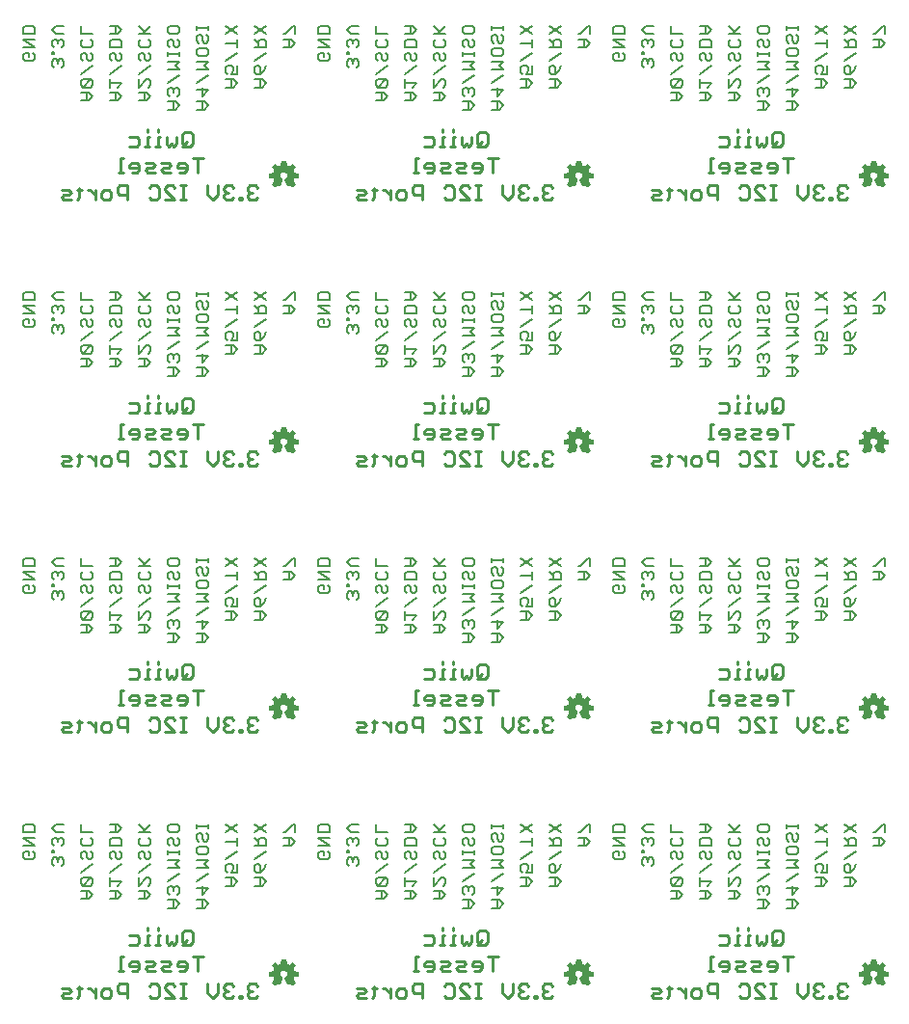
<source format=gbo>
G75*
%MOIN*%
%OFA0B0*%
%FSLAX25Y25*%
%IPPOS*%
%LPD*%
%AMOC8*
5,1,8,0,0,1.08239X$1,22.5*
%
%ADD10C,0.00900*%
%ADD11C,0.00800*%
%ADD12C,0.00299*%
D10*
X0099682Y0042634D02*
X0100533Y0043485D01*
X0102234Y0043485D01*
X0103085Y0044336D01*
X0102234Y0045186D01*
X0099682Y0045186D01*
X0099682Y0042634D02*
X0100533Y0041783D01*
X0103085Y0041783D01*
X0105067Y0041783D02*
X0105917Y0042634D01*
X0105917Y0046037D01*
X0105067Y0045186D02*
X0106768Y0045186D01*
X0108820Y0045186D02*
X0109670Y0045186D01*
X0111372Y0043485D01*
X0111372Y0045186D02*
X0111372Y0041783D01*
X0113494Y0042634D02*
X0113494Y0044336D01*
X0114344Y0045186D01*
X0116046Y0045186D01*
X0116897Y0044336D01*
X0116897Y0042634D01*
X0116046Y0041783D01*
X0114344Y0041783D01*
X0113494Y0042634D01*
X0119018Y0044336D02*
X0119869Y0043485D01*
X0122421Y0043485D01*
X0122421Y0041783D02*
X0122421Y0046888D01*
X0119869Y0046888D01*
X0119018Y0046037D01*
X0119018Y0044336D01*
X0119378Y0051283D02*
X0121080Y0051283D01*
X0120229Y0051283D02*
X0120229Y0056388D01*
X0121080Y0056388D01*
X0123202Y0053836D02*
X0123202Y0052985D01*
X0126605Y0052985D01*
X0126605Y0052134D02*
X0126605Y0053836D01*
X0125754Y0054686D01*
X0124052Y0054686D01*
X0123202Y0053836D01*
X0124052Y0051283D02*
X0125754Y0051283D01*
X0126605Y0052134D01*
X0128726Y0052134D02*
X0129577Y0052985D01*
X0131279Y0052985D01*
X0132129Y0053836D01*
X0131279Y0054686D01*
X0128726Y0054686D01*
X0128726Y0052134D02*
X0129577Y0051283D01*
X0132129Y0051283D01*
X0134251Y0052134D02*
X0135102Y0052985D01*
X0136803Y0052985D01*
X0137654Y0053836D01*
X0136803Y0054686D01*
X0134251Y0054686D01*
X0134251Y0052134D02*
X0135102Y0051283D01*
X0137654Y0051283D01*
X0139776Y0052985D02*
X0143179Y0052985D01*
X0143179Y0052134D02*
X0143179Y0053836D01*
X0142328Y0054686D01*
X0140626Y0054686D01*
X0139776Y0053836D01*
X0139776Y0052985D01*
X0140626Y0051283D02*
X0142328Y0051283D01*
X0143179Y0052134D01*
X0147002Y0051283D02*
X0147002Y0056388D01*
X0148703Y0056388D02*
X0145300Y0056388D01*
X0144170Y0060283D02*
X0145020Y0061134D01*
X0145020Y0064537D01*
X0144170Y0065388D01*
X0142468Y0065388D01*
X0141617Y0064537D01*
X0141617Y0061134D01*
X0142468Y0060283D01*
X0144170Y0060283D01*
X0143319Y0061985D02*
X0141617Y0060283D01*
X0139496Y0061134D02*
X0138645Y0060283D01*
X0137794Y0061134D01*
X0136943Y0060283D01*
X0136093Y0061134D01*
X0136093Y0063686D01*
X0133971Y0063686D02*
X0133120Y0063686D01*
X0133120Y0060283D01*
X0133971Y0060283D02*
X0132269Y0060283D01*
X0130288Y0060283D02*
X0128586Y0060283D01*
X0129437Y0060283D02*
X0129437Y0063686D01*
X0130288Y0063686D01*
X0129437Y0065388D02*
X0129437Y0066238D01*
X0133120Y0066238D02*
X0133120Y0065388D01*
X0139496Y0063686D02*
X0139496Y0061134D01*
X0126605Y0061134D02*
X0125754Y0060283D01*
X0123202Y0060283D01*
X0123202Y0063686D02*
X0125754Y0063686D01*
X0126605Y0062836D01*
X0126605Y0061134D01*
X0130919Y0046888D02*
X0132620Y0046888D01*
X0133471Y0046037D01*
X0133471Y0042634D01*
X0132620Y0041783D01*
X0130919Y0041783D01*
X0130068Y0042634D01*
X0130068Y0046037D02*
X0130919Y0046888D01*
X0135593Y0046037D02*
X0136443Y0046888D01*
X0138145Y0046888D01*
X0138996Y0046037D01*
X0140977Y0046888D02*
X0142679Y0046888D01*
X0141828Y0046888D02*
X0141828Y0041783D01*
X0142679Y0041783D02*
X0140977Y0041783D01*
X0138996Y0041783D02*
X0135593Y0045186D01*
X0135593Y0046037D01*
X0135593Y0041783D02*
X0138996Y0041783D01*
X0150325Y0043485D02*
X0150325Y0046888D01*
X0153728Y0046888D02*
X0153728Y0043485D01*
X0152027Y0041783D01*
X0150325Y0043485D01*
X0155850Y0043485D02*
X0155850Y0042634D01*
X0156701Y0041783D01*
X0158402Y0041783D01*
X0159253Y0042634D01*
X0161164Y0042634D02*
X0161164Y0041783D01*
X0162015Y0041783D01*
X0162015Y0042634D01*
X0161164Y0042634D01*
X0164137Y0042634D02*
X0164988Y0041783D01*
X0166689Y0041783D01*
X0167540Y0042634D01*
X0165838Y0044336D02*
X0164988Y0044336D01*
X0164137Y0043485D01*
X0164137Y0042634D01*
X0164988Y0044336D02*
X0164137Y0045186D01*
X0164137Y0046037D01*
X0164988Y0046888D01*
X0166689Y0046888D01*
X0167540Y0046037D01*
X0159253Y0046037D02*
X0158402Y0046888D01*
X0156701Y0046888D01*
X0155850Y0046037D01*
X0155850Y0045186D01*
X0156701Y0044336D01*
X0155850Y0043485D01*
X0156701Y0044336D02*
X0157551Y0044336D01*
X0201682Y0045186D02*
X0204234Y0045186D01*
X0205085Y0044336D01*
X0204234Y0043485D01*
X0202533Y0043485D01*
X0201682Y0042634D01*
X0202533Y0041783D01*
X0205085Y0041783D01*
X0207067Y0041783D02*
X0207917Y0042634D01*
X0207917Y0046037D01*
X0207067Y0045186D02*
X0208768Y0045186D01*
X0210820Y0045186D02*
X0211670Y0045186D01*
X0213372Y0043485D01*
X0213372Y0045186D02*
X0213372Y0041783D01*
X0215494Y0042634D02*
X0215494Y0044336D01*
X0216344Y0045186D01*
X0218046Y0045186D01*
X0218897Y0044336D01*
X0218897Y0042634D01*
X0218046Y0041783D01*
X0216344Y0041783D01*
X0215494Y0042634D01*
X0221018Y0044336D02*
X0221869Y0043485D01*
X0224421Y0043485D01*
X0224421Y0041783D02*
X0224421Y0046888D01*
X0221869Y0046888D01*
X0221018Y0046037D01*
X0221018Y0044336D01*
X0221378Y0051283D02*
X0223080Y0051283D01*
X0222229Y0051283D02*
X0222229Y0056388D01*
X0223080Y0056388D01*
X0225202Y0053836D02*
X0225202Y0052985D01*
X0228605Y0052985D01*
X0228605Y0052134D02*
X0228605Y0053836D01*
X0227754Y0054686D01*
X0226052Y0054686D01*
X0225202Y0053836D01*
X0226052Y0051283D02*
X0227754Y0051283D01*
X0228605Y0052134D01*
X0230726Y0052134D02*
X0231577Y0052985D01*
X0233279Y0052985D01*
X0234129Y0053836D01*
X0233279Y0054686D01*
X0230726Y0054686D01*
X0230726Y0052134D02*
X0231577Y0051283D01*
X0234129Y0051283D01*
X0236251Y0052134D02*
X0237102Y0052985D01*
X0238803Y0052985D01*
X0239654Y0053836D01*
X0238803Y0054686D01*
X0236251Y0054686D01*
X0236251Y0052134D02*
X0237102Y0051283D01*
X0239654Y0051283D01*
X0241776Y0052985D02*
X0245179Y0052985D01*
X0245179Y0052134D02*
X0245179Y0053836D01*
X0244328Y0054686D01*
X0242626Y0054686D01*
X0241776Y0053836D01*
X0241776Y0052985D01*
X0242626Y0051283D02*
X0244328Y0051283D01*
X0245179Y0052134D01*
X0249002Y0051283D02*
X0249002Y0056388D01*
X0250703Y0056388D02*
X0247300Y0056388D01*
X0246170Y0060283D02*
X0247020Y0061134D01*
X0247020Y0064537D01*
X0246170Y0065388D01*
X0244468Y0065388D01*
X0243617Y0064537D01*
X0243617Y0061134D01*
X0244468Y0060283D01*
X0246170Y0060283D01*
X0245319Y0061985D02*
X0243617Y0060283D01*
X0241496Y0061134D02*
X0241496Y0063686D01*
X0241496Y0061134D02*
X0240645Y0060283D01*
X0239794Y0061134D01*
X0238943Y0060283D01*
X0238093Y0061134D01*
X0238093Y0063686D01*
X0235971Y0063686D02*
X0235120Y0063686D01*
X0235120Y0060283D01*
X0235971Y0060283D02*
X0234269Y0060283D01*
X0232288Y0060283D02*
X0230586Y0060283D01*
X0231437Y0060283D02*
X0231437Y0063686D01*
X0232288Y0063686D01*
X0231437Y0065388D02*
X0231437Y0066238D01*
X0235120Y0066238D02*
X0235120Y0065388D01*
X0228605Y0062836D02*
X0228605Y0061134D01*
X0227754Y0060283D01*
X0225202Y0060283D01*
X0225202Y0063686D02*
X0227754Y0063686D01*
X0228605Y0062836D01*
X0232919Y0046888D02*
X0232068Y0046037D01*
X0232919Y0046888D02*
X0234620Y0046888D01*
X0235471Y0046037D01*
X0235471Y0042634D01*
X0234620Y0041783D01*
X0232919Y0041783D01*
X0232068Y0042634D01*
X0237593Y0041783D02*
X0240996Y0041783D01*
X0237593Y0045186D01*
X0237593Y0046037D01*
X0238443Y0046888D01*
X0240145Y0046888D01*
X0240996Y0046037D01*
X0242977Y0046888D02*
X0244679Y0046888D01*
X0243828Y0046888D02*
X0243828Y0041783D01*
X0244679Y0041783D02*
X0242977Y0041783D01*
X0252325Y0043485D02*
X0252325Y0046888D01*
X0255728Y0046888D02*
X0255728Y0043485D01*
X0254027Y0041783D01*
X0252325Y0043485D01*
X0257850Y0043485D02*
X0258701Y0044336D01*
X0259551Y0044336D01*
X0258701Y0044336D02*
X0257850Y0045186D01*
X0257850Y0046037D01*
X0258701Y0046888D01*
X0260402Y0046888D01*
X0261253Y0046037D01*
X0261253Y0042634D02*
X0260402Y0041783D01*
X0258701Y0041783D01*
X0257850Y0042634D01*
X0257850Y0043485D01*
X0263164Y0042634D02*
X0263164Y0041783D01*
X0264015Y0041783D01*
X0264015Y0042634D01*
X0263164Y0042634D01*
X0266137Y0042634D02*
X0266988Y0041783D01*
X0268689Y0041783D01*
X0269540Y0042634D01*
X0267838Y0044336D02*
X0266988Y0044336D01*
X0266137Y0043485D01*
X0266137Y0042634D01*
X0266988Y0044336D02*
X0266137Y0045186D01*
X0266137Y0046037D01*
X0266988Y0046888D01*
X0268689Y0046888D01*
X0269540Y0046037D01*
X0303682Y0045186D02*
X0306234Y0045186D01*
X0307085Y0044336D01*
X0306234Y0043485D01*
X0304533Y0043485D01*
X0303682Y0042634D01*
X0304533Y0041783D01*
X0307085Y0041783D01*
X0309067Y0041783D02*
X0309917Y0042634D01*
X0309917Y0046037D01*
X0309067Y0045186D02*
X0310768Y0045186D01*
X0312820Y0045186D02*
X0313670Y0045186D01*
X0315372Y0043485D01*
X0315372Y0045186D02*
X0315372Y0041783D01*
X0317494Y0042634D02*
X0317494Y0044336D01*
X0318344Y0045186D01*
X0320046Y0045186D01*
X0320897Y0044336D01*
X0320897Y0042634D01*
X0320046Y0041783D01*
X0318344Y0041783D01*
X0317494Y0042634D01*
X0323018Y0044336D02*
X0323869Y0043485D01*
X0326421Y0043485D01*
X0326421Y0041783D02*
X0326421Y0046888D01*
X0323869Y0046888D01*
X0323018Y0046037D01*
X0323018Y0044336D01*
X0323378Y0051283D02*
X0325080Y0051283D01*
X0324229Y0051283D02*
X0324229Y0056388D01*
X0325080Y0056388D01*
X0327202Y0053836D02*
X0327202Y0052985D01*
X0330605Y0052985D01*
X0330605Y0052134D02*
X0330605Y0053836D01*
X0329754Y0054686D01*
X0328052Y0054686D01*
X0327202Y0053836D01*
X0328052Y0051283D02*
X0329754Y0051283D01*
X0330605Y0052134D01*
X0332726Y0052134D02*
X0333577Y0052985D01*
X0335279Y0052985D01*
X0336129Y0053836D01*
X0335279Y0054686D01*
X0332726Y0054686D01*
X0332726Y0052134D02*
X0333577Y0051283D01*
X0336129Y0051283D01*
X0338251Y0052134D02*
X0339102Y0052985D01*
X0340803Y0052985D01*
X0341654Y0053836D01*
X0340803Y0054686D01*
X0338251Y0054686D01*
X0338251Y0052134D02*
X0339102Y0051283D01*
X0341654Y0051283D01*
X0343776Y0052985D02*
X0347179Y0052985D01*
X0347179Y0052134D02*
X0347179Y0053836D01*
X0346328Y0054686D01*
X0344626Y0054686D01*
X0343776Y0053836D01*
X0343776Y0052985D01*
X0344626Y0051283D02*
X0346328Y0051283D01*
X0347179Y0052134D01*
X0351002Y0051283D02*
X0351002Y0056388D01*
X0352703Y0056388D02*
X0349300Y0056388D01*
X0348170Y0060283D02*
X0349020Y0061134D01*
X0349020Y0064537D01*
X0348170Y0065388D01*
X0346468Y0065388D01*
X0345617Y0064537D01*
X0345617Y0061134D01*
X0346468Y0060283D01*
X0348170Y0060283D01*
X0347319Y0061985D02*
X0345617Y0060283D01*
X0343496Y0061134D02*
X0342645Y0060283D01*
X0341794Y0061134D01*
X0340943Y0060283D01*
X0340093Y0061134D01*
X0340093Y0063686D01*
X0337971Y0063686D02*
X0337120Y0063686D01*
X0337120Y0060283D01*
X0337971Y0060283D02*
X0336269Y0060283D01*
X0334288Y0060283D02*
X0332586Y0060283D01*
X0333437Y0060283D02*
X0333437Y0063686D01*
X0334288Y0063686D01*
X0333437Y0065388D02*
X0333437Y0066238D01*
X0337120Y0066238D02*
X0337120Y0065388D01*
X0343496Y0063686D02*
X0343496Y0061134D01*
X0330605Y0061134D02*
X0329754Y0060283D01*
X0327202Y0060283D01*
X0327202Y0063686D02*
X0329754Y0063686D01*
X0330605Y0062836D01*
X0330605Y0061134D01*
X0334919Y0046888D02*
X0336620Y0046888D01*
X0337471Y0046037D01*
X0337471Y0042634D01*
X0336620Y0041783D01*
X0334919Y0041783D01*
X0334068Y0042634D01*
X0334068Y0046037D02*
X0334919Y0046888D01*
X0339593Y0046037D02*
X0340443Y0046888D01*
X0342145Y0046888D01*
X0342996Y0046037D01*
X0344977Y0046888D02*
X0346679Y0046888D01*
X0345828Y0046888D02*
X0345828Y0041783D01*
X0346679Y0041783D02*
X0344977Y0041783D01*
X0342996Y0041783D02*
X0339593Y0045186D01*
X0339593Y0046037D01*
X0339593Y0041783D02*
X0342996Y0041783D01*
X0354325Y0043485D02*
X0354325Y0046888D01*
X0357728Y0046888D02*
X0357728Y0043485D01*
X0356027Y0041783D01*
X0354325Y0043485D01*
X0359850Y0043485D02*
X0359850Y0042634D01*
X0360701Y0041783D01*
X0362402Y0041783D01*
X0363253Y0042634D01*
X0365164Y0042634D02*
X0365164Y0041783D01*
X0366015Y0041783D01*
X0366015Y0042634D01*
X0365164Y0042634D01*
X0368137Y0042634D02*
X0368988Y0041783D01*
X0370689Y0041783D01*
X0371540Y0042634D01*
X0369838Y0044336D02*
X0368988Y0044336D01*
X0368137Y0043485D01*
X0368137Y0042634D01*
X0368988Y0044336D02*
X0368137Y0045186D01*
X0368137Y0046037D01*
X0368988Y0046888D01*
X0370689Y0046888D01*
X0371540Y0046037D01*
X0363253Y0046037D02*
X0362402Y0046888D01*
X0360701Y0046888D01*
X0359850Y0046037D01*
X0359850Y0045186D01*
X0360701Y0044336D01*
X0359850Y0043485D01*
X0360701Y0044336D02*
X0361551Y0044336D01*
X0360701Y0133783D02*
X0359850Y0134634D01*
X0359850Y0135485D01*
X0360701Y0136336D01*
X0361551Y0136336D01*
X0360701Y0136336D02*
X0359850Y0137186D01*
X0359850Y0138037D01*
X0360701Y0138888D01*
X0362402Y0138888D01*
X0363253Y0138037D01*
X0363253Y0134634D02*
X0362402Y0133783D01*
X0360701Y0133783D01*
X0357728Y0135485D02*
X0357728Y0138888D01*
X0354325Y0138888D02*
X0354325Y0135485D01*
X0356027Y0133783D01*
X0357728Y0135485D01*
X0365164Y0134634D02*
X0365164Y0133783D01*
X0366015Y0133783D01*
X0366015Y0134634D01*
X0365164Y0134634D01*
X0368137Y0134634D02*
X0368988Y0133783D01*
X0370689Y0133783D01*
X0371540Y0134634D01*
X0369838Y0136336D02*
X0368988Y0136336D01*
X0368137Y0135485D01*
X0368137Y0134634D01*
X0368988Y0136336D02*
X0368137Y0137186D01*
X0368137Y0138037D01*
X0368988Y0138888D01*
X0370689Y0138888D01*
X0371540Y0138037D01*
X0352703Y0148388D02*
X0349300Y0148388D01*
X0351002Y0148388D02*
X0351002Y0143283D01*
X0347179Y0144134D02*
X0347179Y0145836D01*
X0346328Y0146686D01*
X0344626Y0146686D01*
X0343776Y0145836D01*
X0343776Y0144985D01*
X0347179Y0144985D01*
X0347179Y0144134D02*
X0346328Y0143283D01*
X0344626Y0143283D01*
X0341654Y0143283D02*
X0339102Y0143283D01*
X0338251Y0144134D01*
X0339102Y0144985D01*
X0340803Y0144985D01*
X0341654Y0145836D01*
X0340803Y0146686D01*
X0338251Y0146686D01*
X0336129Y0145836D02*
X0335279Y0146686D01*
X0332726Y0146686D01*
X0333577Y0144985D02*
X0335279Y0144985D01*
X0336129Y0145836D01*
X0336129Y0143283D02*
X0333577Y0143283D01*
X0332726Y0144134D01*
X0333577Y0144985D01*
X0330605Y0144985D02*
X0327202Y0144985D01*
X0327202Y0145836D01*
X0328052Y0146686D01*
X0329754Y0146686D01*
X0330605Y0145836D01*
X0330605Y0144134D01*
X0329754Y0143283D01*
X0328052Y0143283D01*
X0325080Y0143283D02*
X0323378Y0143283D01*
X0324229Y0143283D02*
X0324229Y0148388D01*
X0325080Y0148388D01*
X0327202Y0152283D02*
X0329754Y0152283D01*
X0330605Y0153134D01*
X0330605Y0154836D01*
X0329754Y0155686D01*
X0327202Y0155686D01*
X0333437Y0155686D02*
X0333437Y0152283D01*
X0334288Y0152283D02*
X0332586Y0152283D01*
X0333437Y0155686D02*
X0334288Y0155686D01*
X0333437Y0157388D02*
X0333437Y0158238D01*
X0337120Y0158238D02*
X0337120Y0157388D01*
X0337120Y0155686D02*
X0337120Y0152283D01*
X0337971Y0152283D02*
X0336269Y0152283D01*
X0337120Y0155686D02*
X0337971Y0155686D01*
X0340093Y0155686D02*
X0340093Y0153134D01*
X0340943Y0152283D01*
X0341794Y0153134D01*
X0342645Y0152283D01*
X0343496Y0153134D01*
X0343496Y0155686D01*
X0345617Y0156537D02*
X0345617Y0153134D01*
X0346468Y0152283D01*
X0348170Y0152283D01*
X0349020Y0153134D01*
X0349020Y0156537D01*
X0348170Y0157388D01*
X0346468Y0157388D01*
X0345617Y0156537D01*
X0347319Y0153985D02*
X0345617Y0152283D01*
X0345828Y0138888D02*
X0345828Y0133783D01*
X0346679Y0133783D02*
X0344977Y0133783D01*
X0342996Y0133783D02*
X0339593Y0137186D01*
X0339593Y0138037D01*
X0340443Y0138888D01*
X0342145Y0138888D01*
X0342996Y0138037D01*
X0344977Y0138888D02*
X0346679Y0138888D01*
X0342996Y0133783D02*
X0339593Y0133783D01*
X0337471Y0134634D02*
X0336620Y0133783D01*
X0334919Y0133783D01*
X0334068Y0134634D01*
X0337471Y0134634D02*
X0337471Y0138037D01*
X0336620Y0138888D01*
X0334919Y0138888D01*
X0334068Y0138037D01*
X0326421Y0138888D02*
X0326421Y0133783D01*
X0326421Y0135485D02*
X0323869Y0135485D01*
X0323018Y0136336D01*
X0323018Y0138037D01*
X0323869Y0138888D01*
X0326421Y0138888D01*
X0320897Y0136336D02*
X0320897Y0134634D01*
X0320046Y0133783D01*
X0318344Y0133783D01*
X0317494Y0134634D01*
X0317494Y0136336D01*
X0318344Y0137186D01*
X0320046Y0137186D01*
X0320897Y0136336D01*
X0315372Y0137186D02*
X0315372Y0133783D01*
X0315372Y0135485D02*
X0313670Y0137186D01*
X0312820Y0137186D01*
X0310768Y0137186D02*
X0309067Y0137186D01*
X0309917Y0138037D02*
X0309917Y0134634D01*
X0309067Y0133783D01*
X0307085Y0133783D02*
X0304533Y0133783D01*
X0303682Y0134634D01*
X0304533Y0135485D01*
X0306234Y0135485D01*
X0307085Y0136336D01*
X0306234Y0137186D01*
X0303682Y0137186D01*
X0269540Y0138037D02*
X0268689Y0138888D01*
X0266988Y0138888D01*
X0266137Y0138037D01*
X0266137Y0137186D01*
X0266988Y0136336D01*
X0266137Y0135485D01*
X0266137Y0134634D01*
X0266988Y0133783D01*
X0268689Y0133783D01*
X0269540Y0134634D01*
X0267838Y0136336D02*
X0266988Y0136336D01*
X0264015Y0134634D02*
X0263164Y0134634D01*
X0263164Y0133783D01*
X0264015Y0133783D01*
X0264015Y0134634D01*
X0261253Y0134634D02*
X0260402Y0133783D01*
X0258701Y0133783D01*
X0257850Y0134634D01*
X0257850Y0135485D01*
X0258701Y0136336D01*
X0259551Y0136336D01*
X0258701Y0136336D02*
X0257850Y0137186D01*
X0257850Y0138037D01*
X0258701Y0138888D01*
X0260402Y0138888D01*
X0261253Y0138037D01*
X0255728Y0138888D02*
X0255728Y0135485D01*
X0254027Y0133783D01*
X0252325Y0135485D01*
X0252325Y0138888D01*
X0249002Y0143283D02*
X0249002Y0148388D01*
X0250703Y0148388D02*
X0247300Y0148388D01*
X0245179Y0145836D02*
X0244328Y0146686D01*
X0242626Y0146686D01*
X0241776Y0145836D01*
X0241776Y0144985D01*
X0245179Y0144985D01*
X0245179Y0144134D02*
X0245179Y0145836D01*
X0245179Y0144134D02*
X0244328Y0143283D01*
X0242626Y0143283D01*
X0239654Y0143283D02*
X0237102Y0143283D01*
X0236251Y0144134D01*
X0237102Y0144985D01*
X0238803Y0144985D01*
X0239654Y0145836D01*
X0238803Y0146686D01*
X0236251Y0146686D01*
X0234129Y0145836D02*
X0233279Y0146686D01*
X0230726Y0146686D01*
X0231577Y0144985D02*
X0233279Y0144985D01*
X0234129Y0145836D01*
X0234129Y0143283D02*
X0231577Y0143283D01*
X0230726Y0144134D01*
X0231577Y0144985D01*
X0228605Y0144985D02*
X0225202Y0144985D01*
X0225202Y0145836D01*
X0226052Y0146686D01*
X0227754Y0146686D01*
X0228605Y0145836D01*
X0228605Y0144134D01*
X0227754Y0143283D01*
X0226052Y0143283D01*
X0223080Y0143283D02*
X0221378Y0143283D01*
X0222229Y0143283D02*
X0222229Y0148388D01*
X0223080Y0148388D01*
X0225202Y0152283D02*
X0227754Y0152283D01*
X0228605Y0153134D01*
X0228605Y0154836D01*
X0227754Y0155686D01*
X0225202Y0155686D01*
X0231437Y0155686D02*
X0231437Y0152283D01*
X0232288Y0152283D02*
X0230586Y0152283D01*
X0231437Y0155686D02*
X0232288Y0155686D01*
X0231437Y0157388D02*
X0231437Y0158238D01*
X0235120Y0158238D02*
X0235120Y0157388D01*
X0235120Y0155686D02*
X0235120Y0152283D01*
X0235971Y0152283D02*
X0234269Y0152283D01*
X0235120Y0155686D02*
X0235971Y0155686D01*
X0238093Y0155686D02*
X0238093Y0153134D01*
X0238943Y0152283D01*
X0239794Y0153134D01*
X0240645Y0152283D01*
X0241496Y0153134D01*
X0241496Y0155686D01*
X0243617Y0156537D02*
X0243617Y0153134D01*
X0244468Y0152283D01*
X0246170Y0152283D01*
X0247020Y0153134D01*
X0247020Y0156537D01*
X0246170Y0157388D01*
X0244468Y0157388D01*
X0243617Y0156537D01*
X0245319Y0153985D02*
X0243617Y0152283D01*
X0243828Y0138888D02*
X0243828Y0133783D01*
X0244679Y0133783D02*
X0242977Y0133783D01*
X0240996Y0133783D02*
X0237593Y0137186D01*
X0237593Y0138037D01*
X0238443Y0138888D01*
X0240145Y0138888D01*
X0240996Y0138037D01*
X0242977Y0138888D02*
X0244679Y0138888D01*
X0240996Y0133783D02*
X0237593Y0133783D01*
X0235471Y0134634D02*
X0235471Y0138037D01*
X0234620Y0138888D01*
X0232919Y0138888D01*
X0232068Y0138037D01*
X0232068Y0134634D02*
X0232919Y0133783D01*
X0234620Y0133783D01*
X0235471Y0134634D01*
X0224421Y0133783D02*
X0224421Y0138888D01*
X0221869Y0138888D01*
X0221018Y0138037D01*
X0221018Y0136336D01*
X0221869Y0135485D01*
X0224421Y0135485D01*
X0218897Y0136336D02*
X0218897Y0134634D01*
X0218046Y0133783D01*
X0216344Y0133783D01*
X0215494Y0134634D01*
X0215494Y0136336D01*
X0216344Y0137186D01*
X0218046Y0137186D01*
X0218897Y0136336D01*
X0213372Y0137186D02*
X0213372Y0133783D01*
X0213372Y0135485D02*
X0211670Y0137186D01*
X0210820Y0137186D01*
X0208768Y0137186D02*
X0207067Y0137186D01*
X0207917Y0138037D02*
X0207917Y0134634D01*
X0207067Y0133783D01*
X0205085Y0133783D02*
X0202533Y0133783D01*
X0201682Y0134634D01*
X0202533Y0135485D01*
X0204234Y0135485D01*
X0205085Y0136336D01*
X0204234Y0137186D01*
X0201682Y0137186D01*
X0167540Y0138037D02*
X0166689Y0138888D01*
X0164988Y0138888D01*
X0164137Y0138037D01*
X0164137Y0137186D01*
X0164988Y0136336D01*
X0164137Y0135485D01*
X0164137Y0134634D01*
X0164988Y0133783D01*
X0166689Y0133783D01*
X0167540Y0134634D01*
X0165838Y0136336D02*
X0164988Y0136336D01*
X0162015Y0134634D02*
X0161164Y0134634D01*
X0161164Y0133783D01*
X0162015Y0133783D01*
X0162015Y0134634D01*
X0159253Y0134634D02*
X0158402Y0133783D01*
X0156701Y0133783D01*
X0155850Y0134634D01*
X0155850Y0135485D01*
X0156701Y0136336D01*
X0157551Y0136336D01*
X0156701Y0136336D02*
X0155850Y0137186D01*
X0155850Y0138037D01*
X0156701Y0138888D01*
X0158402Y0138888D01*
X0159253Y0138037D01*
X0153728Y0138888D02*
X0153728Y0135485D01*
X0152027Y0133783D01*
X0150325Y0135485D01*
X0150325Y0138888D01*
X0147002Y0143283D02*
X0147002Y0148388D01*
X0148703Y0148388D02*
X0145300Y0148388D01*
X0143179Y0145836D02*
X0142328Y0146686D01*
X0140626Y0146686D01*
X0139776Y0145836D01*
X0139776Y0144985D01*
X0143179Y0144985D01*
X0143179Y0144134D02*
X0143179Y0145836D01*
X0143179Y0144134D02*
X0142328Y0143283D01*
X0140626Y0143283D01*
X0137654Y0143283D02*
X0135102Y0143283D01*
X0134251Y0144134D01*
X0135102Y0144985D01*
X0136803Y0144985D01*
X0137654Y0145836D01*
X0136803Y0146686D01*
X0134251Y0146686D01*
X0132129Y0145836D02*
X0131279Y0146686D01*
X0128726Y0146686D01*
X0129577Y0144985D02*
X0131279Y0144985D01*
X0132129Y0145836D01*
X0132129Y0143283D02*
X0129577Y0143283D01*
X0128726Y0144134D01*
X0129577Y0144985D01*
X0126605Y0144985D02*
X0123202Y0144985D01*
X0123202Y0145836D01*
X0124052Y0146686D01*
X0125754Y0146686D01*
X0126605Y0145836D01*
X0126605Y0144134D01*
X0125754Y0143283D01*
X0124052Y0143283D01*
X0121080Y0143283D02*
X0119378Y0143283D01*
X0120229Y0143283D02*
X0120229Y0148388D01*
X0121080Y0148388D01*
X0123202Y0152283D02*
X0125754Y0152283D01*
X0126605Y0153134D01*
X0126605Y0154836D01*
X0125754Y0155686D01*
X0123202Y0155686D01*
X0129437Y0155686D02*
X0129437Y0152283D01*
X0130288Y0152283D02*
X0128586Y0152283D01*
X0129437Y0155686D02*
X0130288Y0155686D01*
X0129437Y0157388D02*
X0129437Y0158238D01*
X0133120Y0158238D02*
X0133120Y0157388D01*
X0133120Y0155686D02*
X0133120Y0152283D01*
X0133971Y0152283D02*
X0132269Y0152283D01*
X0133120Y0155686D02*
X0133971Y0155686D01*
X0136093Y0155686D02*
X0136093Y0153134D01*
X0136943Y0152283D01*
X0137794Y0153134D01*
X0138645Y0152283D01*
X0139496Y0153134D01*
X0139496Y0155686D01*
X0141617Y0156537D02*
X0141617Y0153134D01*
X0142468Y0152283D01*
X0144170Y0152283D01*
X0145020Y0153134D01*
X0145020Y0156537D01*
X0144170Y0157388D01*
X0142468Y0157388D01*
X0141617Y0156537D01*
X0143319Y0153985D02*
X0141617Y0152283D01*
X0141828Y0138888D02*
X0141828Y0133783D01*
X0142679Y0133783D02*
X0140977Y0133783D01*
X0138996Y0133783D02*
X0135593Y0137186D01*
X0135593Y0138037D01*
X0136443Y0138888D01*
X0138145Y0138888D01*
X0138996Y0138037D01*
X0140977Y0138888D02*
X0142679Y0138888D01*
X0138996Y0133783D02*
X0135593Y0133783D01*
X0133471Y0134634D02*
X0132620Y0133783D01*
X0130919Y0133783D01*
X0130068Y0134634D01*
X0133471Y0134634D02*
X0133471Y0138037D01*
X0132620Y0138888D01*
X0130919Y0138888D01*
X0130068Y0138037D01*
X0122421Y0138888D02*
X0122421Y0133783D01*
X0122421Y0135485D02*
X0119869Y0135485D01*
X0119018Y0136336D01*
X0119018Y0138037D01*
X0119869Y0138888D01*
X0122421Y0138888D01*
X0116897Y0136336D02*
X0116897Y0134634D01*
X0116046Y0133783D01*
X0114344Y0133783D01*
X0113494Y0134634D01*
X0113494Y0136336D01*
X0114344Y0137186D01*
X0116046Y0137186D01*
X0116897Y0136336D01*
X0111372Y0137186D02*
X0111372Y0133783D01*
X0111372Y0135485D02*
X0109670Y0137186D01*
X0108820Y0137186D01*
X0106768Y0137186D02*
X0105067Y0137186D01*
X0105917Y0138037D02*
X0105917Y0134634D01*
X0105067Y0133783D01*
X0103085Y0133783D02*
X0100533Y0133783D01*
X0099682Y0134634D01*
X0100533Y0135485D01*
X0102234Y0135485D01*
X0103085Y0136336D01*
X0102234Y0137186D01*
X0099682Y0137186D01*
X0100533Y0225783D02*
X0099682Y0226634D01*
X0100533Y0227485D01*
X0102234Y0227485D01*
X0103085Y0228336D01*
X0102234Y0229186D01*
X0099682Y0229186D01*
X0100533Y0225783D02*
X0103085Y0225783D01*
X0105067Y0225783D02*
X0105917Y0226634D01*
X0105917Y0230037D01*
X0105067Y0229186D02*
X0106768Y0229186D01*
X0108820Y0229186D02*
X0109670Y0229186D01*
X0111372Y0227485D01*
X0111372Y0229186D02*
X0111372Y0225783D01*
X0113494Y0226634D02*
X0113494Y0228336D01*
X0114344Y0229186D01*
X0116046Y0229186D01*
X0116897Y0228336D01*
X0116897Y0226634D01*
X0116046Y0225783D01*
X0114344Y0225783D01*
X0113494Y0226634D01*
X0119018Y0228336D02*
X0119869Y0227485D01*
X0122421Y0227485D01*
X0122421Y0225783D02*
X0122421Y0230888D01*
X0119869Y0230888D01*
X0119018Y0230037D01*
X0119018Y0228336D01*
X0119378Y0235283D02*
X0121080Y0235283D01*
X0120229Y0235283D02*
X0120229Y0240388D01*
X0121080Y0240388D01*
X0123202Y0237836D02*
X0123202Y0236985D01*
X0126605Y0236985D01*
X0126605Y0237836D02*
X0125754Y0238686D01*
X0124052Y0238686D01*
X0123202Y0237836D01*
X0124052Y0235283D02*
X0125754Y0235283D01*
X0126605Y0236134D01*
X0126605Y0237836D01*
X0128726Y0238686D02*
X0131279Y0238686D01*
X0132129Y0237836D01*
X0131279Y0236985D01*
X0129577Y0236985D01*
X0128726Y0236134D01*
X0129577Y0235283D01*
X0132129Y0235283D01*
X0134251Y0236134D02*
X0135102Y0236985D01*
X0136803Y0236985D01*
X0137654Y0237836D01*
X0136803Y0238686D01*
X0134251Y0238686D01*
X0134251Y0236134D02*
X0135102Y0235283D01*
X0137654Y0235283D01*
X0139776Y0236985D02*
X0143179Y0236985D01*
X0143179Y0237836D02*
X0142328Y0238686D01*
X0140626Y0238686D01*
X0139776Y0237836D01*
X0139776Y0236985D01*
X0140626Y0235283D02*
X0142328Y0235283D01*
X0143179Y0236134D01*
X0143179Y0237836D01*
X0145300Y0240388D02*
X0148703Y0240388D01*
X0147002Y0240388D02*
X0147002Y0235283D01*
X0150325Y0230888D02*
X0150325Y0227485D01*
X0152027Y0225783D01*
X0153728Y0227485D01*
X0153728Y0230888D01*
X0155850Y0230037D02*
X0155850Y0229186D01*
X0156701Y0228336D01*
X0155850Y0227485D01*
X0155850Y0226634D01*
X0156701Y0225783D01*
X0158402Y0225783D01*
X0159253Y0226634D01*
X0161164Y0226634D02*
X0161164Y0225783D01*
X0162015Y0225783D01*
X0162015Y0226634D01*
X0161164Y0226634D01*
X0164137Y0226634D02*
X0164988Y0225783D01*
X0166689Y0225783D01*
X0167540Y0226634D01*
X0165838Y0228336D02*
X0164988Y0228336D01*
X0164137Y0227485D01*
X0164137Y0226634D01*
X0164988Y0228336D02*
X0164137Y0229186D01*
X0164137Y0230037D01*
X0164988Y0230888D01*
X0166689Y0230888D01*
X0167540Y0230037D01*
X0159253Y0230037D02*
X0158402Y0230888D01*
X0156701Y0230888D01*
X0155850Y0230037D01*
X0156701Y0228336D02*
X0157551Y0228336D01*
X0142679Y0230888D02*
X0140977Y0230888D01*
X0141828Y0230888D02*
X0141828Y0225783D01*
X0142679Y0225783D02*
X0140977Y0225783D01*
X0138996Y0225783D02*
X0135593Y0229186D01*
X0135593Y0230037D01*
X0136443Y0230888D01*
X0138145Y0230888D01*
X0138996Y0230037D01*
X0138996Y0225783D02*
X0135593Y0225783D01*
X0133471Y0226634D02*
X0132620Y0225783D01*
X0130919Y0225783D01*
X0130068Y0226634D01*
X0133471Y0226634D02*
X0133471Y0230037D01*
X0132620Y0230888D01*
X0130919Y0230888D01*
X0130068Y0230037D01*
X0130288Y0244283D02*
X0128586Y0244283D01*
X0129437Y0244283D02*
X0129437Y0247686D01*
X0130288Y0247686D01*
X0129437Y0249388D02*
X0129437Y0250238D01*
X0133120Y0250238D02*
X0133120Y0249388D01*
X0133120Y0247686D02*
X0133120Y0244283D01*
X0133971Y0244283D02*
X0132269Y0244283D01*
X0133120Y0247686D02*
X0133971Y0247686D01*
X0136093Y0247686D02*
X0136093Y0245134D01*
X0136943Y0244283D01*
X0137794Y0245134D01*
X0138645Y0244283D01*
X0139496Y0245134D01*
X0139496Y0247686D01*
X0141617Y0248537D02*
X0141617Y0245134D01*
X0142468Y0244283D01*
X0144170Y0244283D01*
X0145020Y0245134D01*
X0145020Y0248537D01*
X0144170Y0249388D01*
X0142468Y0249388D01*
X0141617Y0248537D01*
X0143319Y0245985D02*
X0141617Y0244283D01*
X0126605Y0245134D02*
X0125754Y0244283D01*
X0123202Y0244283D01*
X0123202Y0247686D02*
X0125754Y0247686D01*
X0126605Y0246836D01*
X0126605Y0245134D01*
X0122421Y0317783D02*
X0122421Y0322888D01*
X0119869Y0322888D01*
X0119018Y0322037D01*
X0119018Y0320336D01*
X0119869Y0319485D01*
X0122421Y0319485D01*
X0116897Y0320336D02*
X0116897Y0318634D01*
X0116046Y0317783D01*
X0114344Y0317783D01*
X0113494Y0318634D01*
X0113494Y0320336D01*
X0114344Y0321186D01*
X0116046Y0321186D01*
X0116897Y0320336D01*
X0111372Y0321186D02*
X0111372Y0317783D01*
X0111372Y0319485D02*
X0109670Y0321186D01*
X0108820Y0321186D01*
X0106768Y0321186D02*
X0105067Y0321186D01*
X0105917Y0322037D02*
X0105917Y0318634D01*
X0105067Y0317783D01*
X0103085Y0317783D02*
X0100533Y0317783D01*
X0099682Y0318634D01*
X0100533Y0319485D01*
X0102234Y0319485D01*
X0103085Y0320336D01*
X0102234Y0321186D01*
X0099682Y0321186D01*
X0119378Y0327283D02*
X0121080Y0327283D01*
X0120229Y0327283D02*
X0120229Y0332388D01*
X0121080Y0332388D01*
X0123202Y0329836D02*
X0123202Y0328985D01*
X0126605Y0328985D01*
X0126605Y0329836D02*
X0125754Y0330686D01*
X0124052Y0330686D01*
X0123202Y0329836D01*
X0124052Y0327283D02*
X0125754Y0327283D01*
X0126605Y0328134D01*
X0126605Y0329836D01*
X0128726Y0330686D02*
X0131279Y0330686D01*
X0132129Y0329836D01*
X0131279Y0328985D01*
X0129577Y0328985D01*
X0128726Y0328134D01*
X0129577Y0327283D01*
X0132129Y0327283D01*
X0134251Y0328134D02*
X0135102Y0328985D01*
X0136803Y0328985D01*
X0137654Y0329836D01*
X0136803Y0330686D01*
X0134251Y0330686D01*
X0134251Y0328134D02*
X0135102Y0327283D01*
X0137654Y0327283D01*
X0139776Y0328985D02*
X0143179Y0328985D01*
X0143179Y0329836D02*
X0142328Y0330686D01*
X0140626Y0330686D01*
X0139776Y0329836D01*
X0139776Y0328985D01*
X0140626Y0327283D02*
X0142328Y0327283D01*
X0143179Y0328134D01*
X0143179Y0329836D01*
X0145300Y0332388D02*
X0148703Y0332388D01*
X0147002Y0332388D02*
X0147002Y0327283D01*
X0150325Y0322888D02*
X0150325Y0319485D01*
X0152027Y0317783D01*
X0153728Y0319485D01*
X0153728Y0322888D01*
X0155850Y0322037D02*
X0155850Y0321186D01*
X0156701Y0320336D01*
X0155850Y0319485D01*
X0155850Y0318634D01*
X0156701Y0317783D01*
X0158402Y0317783D01*
X0159253Y0318634D01*
X0161164Y0318634D02*
X0161164Y0317783D01*
X0162015Y0317783D01*
X0162015Y0318634D01*
X0161164Y0318634D01*
X0164137Y0318634D02*
X0164137Y0319485D01*
X0164988Y0320336D01*
X0165838Y0320336D01*
X0164988Y0320336D02*
X0164137Y0321186D01*
X0164137Y0322037D01*
X0164988Y0322888D01*
X0166689Y0322888D01*
X0167540Y0322037D01*
X0167540Y0318634D02*
X0166689Y0317783D01*
X0164988Y0317783D01*
X0164137Y0318634D01*
X0159253Y0322037D02*
X0158402Y0322888D01*
X0156701Y0322888D01*
X0155850Y0322037D01*
X0156701Y0320336D02*
X0157551Y0320336D01*
X0142679Y0322888D02*
X0140977Y0322888D01*
X0141828Y0322888D02*
X0141828Y0317783D01*
X0142679Y0317783D02*
X0140977Y0317783D01*
X0138996Y0317783D02*
X0135593Y0321186D01*
X0135593Y0322037D01*
X0136443Y0322888D01*
X0138145Y0322888D01*
X0138996Y0322037D01*
X0138996Y0317783D02*
X0135593Y0317783D01*
X0133471Y0318634D02*
X0132620Y0317783D01*
X0130919Y0317783D01*
X0130068Y0318634D01*
X0133471Y0318634D02*
X0133471Y0322037D01*
X0132620Y0322888D01*
X0130919Y0322888D01*
X0130068Y0322037D01*
X0130288Y0336283D02*
X0128586Y0336283D01*
X0129437Y0336283D02*
X0129437Y0339686D01*
X0130288Y0339686D01*
X0129437Y0341388D02*
X0129437Y0342238D01*
X0133120Y0342238D02*
X0133120Y0341388D01*
X0133120Y0339686D02*
X0133120Y0336283D01*
X0133971Y0336283D02*
X0132269Y0336283D01*
X0133120Y0339686D02*
X0133971Y0339686D01*
X0136093Y0339686D02*
X0136093Y0337134D01*
X0136943Y0336283D01*
X0137794Y0337134D01*
X0138645Y0336283D01*
X0139496Y0337134D01*
X0139496Y0339686D01*
X0141617Y0340537D02*
X0141617Y0337134D01*
X0142468Y0336283D01*
X0144170Y0336283D01*
X0145020Y0337134D01*
X0145020Y0340537D01*
X0144170Y0341388D01*
X0142468Y0341388D01*
X0141617Y0340537D01*
X0143319Y0337985D02*
X0141617Y0336283D01*
X0126605Y0337134D02*
X0125754Y0336283D01*
X0123202Y0336283D01*
X0123202Y0339686D02*
X0125754Y0339686D01*
X0126605Y0338836D01*
X0126605Y0337134D01*
X0201682Y0321186D02*
X0204234Y0321186D01*
X0205085Y0320336D01*
X0204234Y0319485D01*
X0202533Y0319485D01*
X0201682Y0318634D01*
X0202533Y0317783D01*
X0205085Y0317783D01*
X0207067Y0317783D02*
X0207917Y0318634D01*
X0207917Y0322037D01*
X0207067Y0321186D02*
X0208768Y0321186D01*
X0210820Y0321186D02*
X0211670Y0321186D01*
X0213372Y0319485D01*
X0213372Y0321186D02*
X0213372Y0317783D01*
X0215494Y0318634D02*
X0215494Y0320336D01*
X0216344Y0321186D01*
X0218046Y0321186D01*
X0218897Y0320336D01*
X0218897Y0318634D01*
X0218046Y0317783D01*
X0216344Y0317783D01*
X0215494Y0318634D01*
X0221018Y0320336D02*
X0221869Y0319485D01*
X0224421Y0319485D01*
X0224421Y0317783D02*
X0224421Y0322888D01*
X0221869Y0322888D01*
X0221018Y0322037D01*
X0221018Y0320336D01*
X0221378Y0327283D02*
X0223080Y0327283D01*
X0222229Y0327283D02*
X0222229Y0332388D01*
X0223080Y0332388D01*
X0225202Y0329836D02*
X0225202Y0328985D01*
X0228605Y0328985D01*
X0228605Y0329836D02*
X0227754Y0330686D01*
X0226052Y0330686D01*
X0225202Y0329836D01*
X0226052Y0327283D02*
X0227754Y0327283D01*
X0228605Y0328134D01*
X0228605Y0329836D01*
X0230726Y0330686D02*
X0233279Y0330686D01*
X0234129Y0329836D01*
X0233279Y0328985D01*
X0231577Y0328985D01*
X0230726Y0328134D01*
X0231577Y0327283D01*
X0234129Y0327283D01*
X0236251Y0328134D02*
X0237102Y0327283D01*
X0239654Y0327283D01*
X0238803Y0328985D02*
X0237102Y0328985D01*
X0236251Y0328134D01*
X0236251Y0330686D02*
X0238803Y0330686D01*
X0239654Y0329836D01*
X0238803Y0328985D01*
X0241776Y0328985D02*
X0245179Y0328985D01*
X0245179Y0329836D02*
X0244328Y0330686D01*
X0242626Y0330686D01*
X0241776Y0329836D01*
X0241776Y0328985D01*
X0242626Y0327283D02*
X0244328Y0327283D01*
X0245179Y0328134D01*
X0245179Y0329836D01*
X0247300Y0332388D02*
X0250703Y0332388D01*
X0249002Y0332388D02*
X0249002Y0327283D01*
X0252325Y0322888D02*
X0252325Y0319485D01*
X0254027Y0317783D01*
X0255728Y0319485D01*
X0255728Y0322888D01*
X0257850Y0322037D02*
X0257850Y0321186D01*
X0258701Y0320336D01*
X0257850Y0319485D01*
X0257850Y0318634D01*
X0258701Y0317783D01*
X0260402Y0317783D01*
X0261253Y0318634D01*
X0263164Y0318634D02*
X0263164Y0317783D01*
X0264015Y0317783D01*
X0264015Y0318634D01*
X0263164Y0318634D01*
X0266137Y0318634D02*
X0266137Y0319485D01*
X0266988Y0320336D01*
X0267838Y0320336D01*
X0266988Y0320336D02*
X0266137Y0321186D01*
X0266137Y0322037D01*
X0266988Y0322888D01*
X0268689Y0322888D01*
X0269540Y0322037D01*
X0269540Y0318634D02*
X0268689Y0317783D01*
X0266988Y0317783D01*
X0266137Y0318634D01*
X0261253Y0322037D02*
X0260402Y0322888D01*
X0258701Y0322888D01*
X0257850Y0322037D01*
X0258701Y0320336D02*
X0259551Y0320336D01*
X0244679Y0322888D02*
X0242977Y0322888D01*
X0243828Y0322888D02*
X0243828Y0317783D01*
X0244679Y0317783D02*
X0242977Y0317783D01*
X0240996Y0317783D02*
X0237593Y0321186D01*
X0237593Y0322037D01*
X0238443Y0322888D01*
X0240145Y0322888D01*
X0240996Y0322037D01*
X0240996Y0317783D02*
X0237593Y0317783D01*
X0235471Y0318634D02*
X0235471Y0322037D01*
X0234620Y0322888D01*
X0232919Y0322888D01*
X0232068Y0322037D01*
X0232068Y0318634D02*
X0232919Y0317783D01*
X0234620Y0317783D01*
X0235471Y0318634D01*
X0235120Y0336283D02*
X0235120Y0339686D01*
X0235971Y0339686D01*
X0235120Y0341388D02*
X0235120Y0342238D01*
X0231437Y0342238D02*
X0231437Y0341388D01*
X0231437Y0339686D02*
X0231437Y0336283D01*
X0232288Y0336283D02*
X0230586Y0336283D01*
X0228605Y0337134D02*
X0227754Y0336283D01*
X0225202Y0336283D01*
X0225202Y0339686D02*
X0227754Y0339686D01*
X0228605Y0338836D01*
X0228605Y0337134D01*
X0231437Y0339686D02*
X0232288Y0339686D01*
X0234269Y0336283D02*
X0235971Y0336283D01*
X0238093Y0337134D02*
X0238093Y0339686D01*
X0238093Y0337134D02*
X0238943Y0336283D01*
X0239794Y0337134D01*
X0240645Y0336283D01*
X0241496Y0337134D01*
X0241496Y0339686D01*
X0243617Y0340537D02*
X0244468Y0341388D01*
X0246170Y0341388D01*
X0247020Y0340537D01*
X0247020Y0337134D01*
X0246170Y0336283D01*
X0244468Y0336283D01*
X0243617Y0337134D01*
X0243617Y0340537D01*
X0245319Y0337985D02*
X0243617Y0336283D01*
X0303682Y0321186D02*
X0306234Y0321186D01*
X0307085Y0320336D01*
X0306234Y0319485D01*
X0304533Y0319485D01*
X0303682Y0318634D01*
X0304533Y0317783D01*
X0307085Y0317783D01*
X0309067Y0317783D02*
X0309917Y0318634D01*
X0309917Y0322037D01*
X0309067Y0321186D02*
X0310768Y0321186D01*
X0312820Y0321186D02*
X0313670Y0321186D01*
X0315372Y0319485D01*
X0315372Y0321186D02*
X0315372Y0317783D01*
X0317494Y0318634D02*
X0317494Y0320336D01*
X0318344Y0321186D01*
X0320046Y0321186D01*
X0320897Y0320336D01*
X0320897Y0318634D01*
X0320046Y0317783D01*
X0318344Y0317783D01*
X0317494Y0318634D01*
X0323018Y0320336D02*
X0323869Y0319485D01*
X0326421Y0319485D01*
X0326421Y0317783D02*
X0326421Y0322888D01*
X0323869Y0322888D01*
X0323018Y0322037D01*
X0323018Y0320336D01*
X0323378Y0327283D02*
X0325080Y0327283D01*
X0324229Y0327283D02*
X0324229Y0332388D01*
X0325080Y0332388D01*
X0327202Y0329836D02*
X0327202Y0328985D01*
X0330605Y0328985D01*
X0330605Y0329836D02*
X0329754Y0330686D01*
X0328052Y0330686D01*
X0327202Y0329836D01*
X0328052Y0327283D02*
X0329754Y0327283D01*
X0330605Y0328134D01*
X0330605Y0329836D01*
X0332726Y0330686D02*
X0335279Y0330686D01*
X0336129Y0329836D01*
X0335279Y0328985D01*
X0333577Y0328985D01*
X0332726Y0328134D01*
X0333577Y0327283D01*
X0336129Y0327283D01*
X0338251Y0328134D02*
X0339102Y0328985D01*
X0340803Y0328985D01*
X0341654Y0329836D01*
X0340803Y0330686D01*
X0338251Y0330686D01*
X0338251Y0328134D02*
X0339102Y0327283D01*
X0341654Y0327283D01*
X0343776Y0328985D02*
X0347179Y0328985D01*
X0347179Y0329836D02*
X0346328Y0330686D01*
X0344626Y0330686D01*
X0343776Y0329836D01*
X0343776Y0328985D01*
X0344626Y0327283D02*
X0346328Y0327283D01*
X0347179Y0328134D01*
X0347179Y0329836D01*
X0349300Y0332388D02*
X0352703Y0332388D01*
X0351002Y0332388D02*
X0351002Y0327283D01*
X0354325Y0322888D02*
X0354325Y0319485D01*
X0356027Y0317783D01*
X0357728Y0319485D01*
X0357728Y0322888D01*
X0359850Y0322037D02*
X0359850Y0321186D01*
X0360701Y0320336D01*
X0359850Y0319485D01*
X0359850Y0318634D01*
X0360701Y0317783D01*
X0362402Y0317783D01*
X0363253Y0318634D01*
X0365164Y0318634D02*
X0365164Y0317783D01*
X0366015Y0317783D01*
X0366015Y0318634D01*
X0365164Y0318634D01*
X0368137Y0318634D02*
X0368137Y0319485D01*
X0368988Y0320336D01*
X0369838Y0320336D01*
X0368988Y0320336D02*
X0368137Y0321186D01*
X0368137Y0322037D01*
X0368988Y0322888D01*
X0370689Y0322888D01*
X0371540Y0322037D01*
X0371540Y0318634D02*
X0370689Y0317783D01*
X0368988Y0317783D01*
X0368137Y0318634D01*
X0363253Y0322037D02*
X0362402Y0322888D01*
X0360701Y0322888D01*
X0359850Y0322037D01*
X0360701Y0320336D02*
X0361551Y0320336D01*
X0346679Y0322888D02*
X0344977Y0322888D01*
X0345828Y0322888D02*
X0345828Y0317783D01*
X0346679Y0317783D02*
X0344977Y0317783D01*
X0342996Y0317783D02*
X0339593Y0321186D01*
X0339593Y0322037D01*
X0340443Y0322888D01*
X0342145Y0322888D01*
X0342996Y0322037D01*
X0342996Y0317783D02*
X0339593Y0317783D01*
X0337471Y0318634D02*
X0336620Y0317783D01*
X0334919Y0317783D01*
X0334068Y0318634D01*
X0337471Y0318634D02*
X0337471Y0322037D01*
X0336620Y0322888D01*
X0334919Y0322888D01*
X0334068Y0322037D01*
X0334288Y0336283D02*
X0332586Y0336283D01*
X0333437Y0336283D02*
X0333437Y0339686D01*
X0334288Y0339686D01*
X0333437Y0341388D02*
X0333437Y0342238D01*
X0337120Y0342238D02*
X0337120Y0341388D01*
X0337120Y0339686D02*
X0337120Y0336283D01*
X0337971Y0336283D02*
X0336269Y0336283D01*
X0337120Y0339686D02*
X0337971Y0339686D01*
X0340093Y0339686D02*
X0340093Y0337134D01*
X0340943Y0336283D01*
X0341794Y0337134D01*
X0342645Y0336283D01*
X0343496Y0337134D01*
X0343496Y0339686D01*
X0345617Y0340537D02*
X0345617Y0337134D01*
X0346468Y0336283D01*
X0348170Y0336283D01*
X0349020Y0337134D01*
X0349020Y0340537D01*
X0348170Y0341388D01*
X0346468Y0341388D01*
X0345617Y0340537D01*
X0347319Y0337985D02*
X0345617Y0336283D01*
X0330605Y0337134D02*
X0329754Y0336283D01*
X0327202Y0336283D01*
X0327202Y0339686D02*
X0329754Y0339686D01*
X0330605Y0338836D01*
X0330605Y0337134D01*
X0333437Y0250238D02*
X0333437Y0249388D01*
X0333437Y0247686D02*
X0333437Y0244283D01*
X0334288Y0244283D02*
X0332586Y0244283D01*
X0330605Y0245134D02*
X0329754Y0244283D01*
X0327202Y0244283D01*
X0327202Y0247686D02*
X0329754Y0247686D01*
X0330605Y0246836D01*
X0330605Y0245134D01*
X0333437Y0247686D02*
X0334288Y0247686D01*
X0337120Y0247686D02*
X0337120Y0244283D01*
X0337971Y0244283D02*
X0336269Y0244283D01*
X0337120Y0247686D02*
X0337971Y0247686D01*
X0337120Y0249388D02*
X0337120Y0250238D01*
X0340093Y0247686D02*
X0340093Y0245134D01*
X0340943Y0244283D01*
X0341794Y0245134D01*
X0342645Y0244283D01*
X0343496Y0245134D01*
X0343496Y0247686D01*
X0345617Y0248537D02*
X0345617Y0245134D01*
X0346468Y0244283D01*
X0348170Y0244283D01*
X0349020Y0245134D01*
X0349020Y0248537D01*
X0348170Y0249388D01*
X0346468Y0249388D01*
X0345617Y0248537D01*
X0347319Y0245985D02*
X0345617Y0244283D01*
X0349300Y0240388D02*
X0352703Y0240388D01*
X0351002Y0240388D02*
X0351002Y0235283D01*
X0347179Y0236134D02*
X0347179Y0237836D01*
X0346328Y0238686D01*
X0344626Y0238686D01*
X0343776Y0237836D01*
X0343776Y0236985D01*
X0347179Y0236985D01*
X0347179Y0236134D02*
X0346328Y0235283D01*
X0344626Y0235283D01*
X0341654Y0235283D02*
X0339102Y0235283D01*
X0338251Y0236134D01*
X0339102Y0236985D01*
X0340803Y0236985D01*
X0341654Y0237836D01*
X0340803Y0238686D01*
X0338251Y0238686D01*
X0336129Y0237836D02*
X0335279Y0238686D01*
X0332726Y0238686D01*
X0333577Y0236985D02*
X0335279Y0236985D01*
X0336129Y0237836D01*
X0336129Y0235283D02*
X0333577Y0235283D01*
X0332726Y0236134D01*
X0333577Y0236985D01*
X0330605Y0236985D02*
X0327202Y0236985D01*
X0327202Y0237836D01*
X0328052Y0238686D01*
X0329754Y0238686D01*
X0330605Y0237836D01*
X0330605Y0236134D01*
X0329754Y0235283D01*
X0328052Y0235283D01*
X0325080Y0235283D02*
X0323378Y0235283D01*
X0324229Y0235283D02*
X0324229Y0240388D01*
X0325080Y0240388D01*
X0323869Y0230888D02*
X0323018Y0230037D01*
X0323018Y0228336D01*
X0323869Y0227485D01*
X0326421Y0227485D01*
X0326421Y0225783D02*
X0326421Y0230888D01*
X0323869Y0230888D01*
X0320897Y0228336D02*
X0320897Y0226634D01*
X0320046Y0225783D01*
X0318344Y0225783D01*
X0317494Y0226634D01*
X0317494Y0228336D01*
X0318344Y0229186D01*
X0320046Y0229186D01*
X0320897Y0228336D01*
X0315372Y0229186D02*
X0315372Y0225783D01*
X0315372Y0227485D02*
X0313670Y0229186D01*
X0312820Y0229186D01*
X0310768Y0229186D02*
X0309067Y0229186D01*
X0309917Y0230037D02*
X0309917Y0226634D01*
X0309067Y0225783D01*
X0307085Y0225783D02*
X0304533Y0225783D01*
X0303682Y0226634D01*
X0304533Y0227485D01*
X0306234Y0227485D01*
X0307085Y0228336D01*
X0306234Y0229186D01*
X0303682Y0229186D01*
X0334068Y0230037D02*
X0334919Y0230888D01*
X0336620Y0230888D01*
X0337471Y0230037D01*
X0337471Y0226634D01*
X0336620Y0225783D01*
X0334919Y0225783D01*
X0334068Y0226634D01*
X0339593Y0225783D02*
X0342996Y0225783D01*
X0339593Y0229186D01*
X0339593Y0230037D01*
X0340443Y0230888D01*
X0342145Y0230888D01*
X0342996Y0230037D01*
X0344977Y0230888D02*
X0346679Y0230888D01*
X0345828Y0230888D02*
X0345828Y0225783D01*
X0346679Y0225783D02*
X0344977Y0225783D01*
X0354325Y0227485D02*
X0354325Y0230888D01*
X0357728Y0230888D02*
X0357728Y0227485D01*
X0356027Y0225783D01*
X0354325Y0227485D01*
X0359850Y0227485D02*
X0359850Y0226634D01*
X0360701Y0225783D01*
X0362402Y0225783D01*
X0363253Y0226634D01*
X0365164Y0226634D02*
X0365164Y0225783D01*
X0366015Y0225783D01*
X0366015Y0226634D01*
X0365164Y0226634D01*
X0368137Y0226634D02*
X0368988Y0225783D01*
X0370689Y0225783D01*
X0371540Y0226634D01*
X0369838Y0228336D02*
X0368988Y0228336D01*
X0368137Y0227485D01*
X0368137Y0226634D01*
X0368988Y0228336D02*
X0368137Y0229186D01*
X0368137Y0230037D01*
X0368988Y0230888D01*
X0370689Y0230888D01*
X0371540Y0230037D01*
X0363253Y0230037D02*
X0362402Y0230888D01*
X0360701Y0230888D01*
X0359850Y0230037D01*
X0359850Y0229186D01*
X0360701Y0228336D01*
X0359850Y0227485D01*
X0360701Y0228336D02*
X0361551Y0228336D01*
X0269540Y0230037D02*
X0268689Y0230888D01*
X0266988Y0230888D01*
X0266137Y0230037D01*
X0266137Y0229186D01*
X0266988Y0228336D01*
X0266137Y0227485D01*
X0266137Y0226634D01*
X0266988Y0225783D01*
X0268689Y0225783D01*
X0269540Y0226634D01*
X0267838Y0228336D02*
X0266988Y0228336D01*
X0264015Y0226634D02*
X0264015Y0225783D01*
X0263164Y0225783D01*
X0263164Y0226634D01*
X0264015Y0226634D01*
X0261253Y0226634D02*
X0260402Y0225783D01*
X0258701Y0225783D01*
X0257850Y0226634D01*
X0257850Y0227485D01*
X0258701Y0228336D01*
X0259551Y0228336D01*
X0258701Y0228336D02*
X0257850Y0229186D01*
X0257850Y0230037D01*
X0258701Y0230888D01*
X0260402Y0230888D01*
X0261253Y0230037D01*
X0255728Y0230888D02*
X0255728Y0227485D01*
X0254027Y0225783D01*
X0252325Y0227485D01*
X0252325Y0230888D01*
X0249002Y0235283D02*
X0249002Y0240388D01*
X0250703Y0240388D02*
X0247300Y0240388D01*
X0245179Y0237836D02*
X0244328Y0238686D01*
X0242626Y0238686D01*
X0241776Y0237836D01*
X0241776Y0236985D01*
X0245179Y0236985D01*
X0245179Y0236134D02*
X0245179Y0237836D01*
X0245179Y0236134D02*
X0244328Y0235283D01*
X0242626Y0235283D01*
X0239654Y0235283D02*
X0237102Y0235283D01*
X0236251Y0236134D01*
X0237102Y0236985D01*
X0238803Y0236985D01*
X0239654Y0237836D01*
X0238803Y0238686D01*
X0236251Y0238686D01*
X0234129Y0237836D02*
X0233279Y0238686D01*
X0230726Y0238686D01*
X0231577Y0236985D02*
X0233279Y0236985D01*
X0234129Y0237836D01*
X0234129Y0235283D02*
X0231577Y0235283D01*
X0230726Y0236134D01*
X0231577Y0236985D01*
X0228605Y0236985D02*
X0225202Y0236985D01*
X0225202Y0237836D01*
X0226052Y0238686D01*
X0227754Y0238686D01*
X0228605Y0237836D01*
X0228605Y0236134D01*
X0227754Y0235283D01*
X0226052Y0235283D01*
X0223080Y0235283D02*
X0221378Y0235283D01*
X0222229Y0235283D02*
X0222229Y0240388D01*
X0223080Y0240388D01*
X0225202Y0244283D02*
X0227754Y0244283D01*
X0228605Y0245134D01*
X0228605Y0246836D01*
X0227754Y0247686D01*
X0225202Y0247686D01*
X0231437Y0247686D02*
X0231437Y0244283D01*
X0232288Y0244283D02*
X0230586Y0244283D01*
X0231437Y0247686D02*
X0232288Y0247686D01*
X0231437Y0249388D02*
X0231437Y0250238D01*
X0235120Y0250238D02*
X0235120Y0249388D01*
X0235120Y0247686D02*
X0235120Y0244283D01*
X0235971Y0244283D02*
X0234269Y0244283D01*
X0235120Y0247686D02*
X0235971Y0247686D01*
X0238093Y0247686D02*
X0238093Y0245134D01*
X0238943Y0244283D01*
X0239794Y0245134D01*
X0240645Y0244283D01*
X0241496Y0245134D01*
X0241496Y0247686D01*
X0243617Y0248537D02*
X0243617Y0245134D01*
X0244468Y0244283D01*
X0246170Y0244283D01*
X0247020Y0245134D01*
X0247020Y0248537D01*
X0246170Y0249388D01*
X0244468Y0249388D01*
X0243617Y0248537D01*
X0245319Y0245985D02*
X0243617Y0244283D01*
X0243828Y0230888D02*
X0243828Y0225783D01*
X0244679Y0225783D02*
X0242977Y0225783D01*
X0240996Y0225783D02*
X0237593Y0229186D01*
X0237593Y0230037D01*
X0238443Y0230888D01*
X0240145Y0230888D01*
X0240996Y0230037D01*
X0242977Y0230888D02*
X0244679Y0230888D01*
X0240996Y0225783D02*
X0237593Y0225783D01*
X0235471Y0226634D02*
X0234620Y0225783D01*
X0232919Y0225783D01*
X0232068Y0226634D01*
X0235471Y0226634D02*
X0235471Y0230037D01*
X0234620Y0230888D01*
X0232919Y0230888D01*
X0232068Y0230037D01*
X0224421Y0230888D02*
X0224421Y0225783D01*
X0224421Y0227485D02*
X0221869Y0227485D01*
X0221018Y0228336D01*
X0221018Y0230037D01*
X0221869Y0230888D01*
X0224421Y0230888D01*
X0218897Y0228336D02*
X0218897Y0226634D01*
X0218046Y0225783D01*
X0216344Y0225783D01*
X0215494Y0226634D01*
X0215494Y0228336D01*
X0216344Y0229186D01*
X0218046Y0229186D01*
X0218897Y0228336D01*
X0213372Y0229186D02*
X0213372Y0225783D01*
X0213372Y0227485D02*
X0211670Y0229186D01*
X0210820Y0229186D01*
X0208768Y0229186D02*
X0207067Y0229186D01*
X0207917Y0230037D02*
X0207917Y0226634D01*
X0207067Y0225783D01*
X0205085Y0225783D02*
X0202533Y0225783D01*
X0201682Y0226634D01*
X0202533Y0227485D01*
X0204234Y0227485D01*
X0205085Y0228336D01*
X0204234Y0229186D01*
X0201682Y0229186D01*
D11*
X0086400Y0090622D02*
X0087101Y0089922D01*
X0089903Y0089922D01*
X0090604Y0090622D01*
X0090604Y0092023D01*
X0089903Y0092724D01*
X0088502Y0092724D02*
X0088502Y0091323D01*
X0088502Y0092724D02*
X0087101Y0092724D01*
X0086400Y0092023D01*
X0086400Y0090622D01*
X0086400Y0094525D02*
X0090604Y0094525D01*
X0086400Y0097328D01*
X0090604Y0097328D01*
X0090604Y0099129D02*
X0086400Y0099129D01*
X0086400Y0101231D01*
X0087101Y0101932D01*
X0089903Y0101932D01*
X0090604Y0101231D01*
X0090604Y0099129D01*
X0096400Y0100531D02*
X0097801Y0101932D01*
X0100604Y0101932D01*
X0100604Y0099129D02*
X0097801Y0099129D01*
X0096400Y0100531D01*
X0097101Y0097328D02*
X0096400Y0096627D01*
X0096400Y0095226D01*
X0097101Y0094525D01*
X0097101Y0092924D02*
X0096400Y0092924D01*
X0096400Y0092223D01*
X0097101Y0092223D01*
X0097101Y0092924D01*
X0097101Y0090422D02*
X0096400Y0089721D01*
X0096400Y0088320D01*
X0097101Y0087620D01*
X0098502Y0089021D02*
X0098502Y0089721D01*
X0097801Y0090422D01*
X0097101Y0090422D01*
X0098502Y0089721D02*
X0099202Y0090422D01*
X0099903Y0090422D01*
X0100604Y0089721D01*
X0100604Y0088320D01*
X0099903Y0087620D01*
X0106400Y0085318D02*
X0110604Y0088120D01*
X0109903Y0089921D02*
X0109202Y0089921D01*
X0108502Y0090622D01*
X0108502Y0092023D01*
X0107801Y0092724D01*
X0107101Y0092724D01*
X0106400Y0092023D01*
X0106400Y0090622D01*
X0107101Y0089921D01*
X0109903Y0089921D02*
X0110604Y0090622D01*
X0110604Y0092023D01*
X0109903Y0092724D01*
X0109903Y0094525D02*
X0107101Y0094525D01*
X0106400Y0095226D01*
X0106400Y0096627D01*
X0107101Y0097328D01*
X0106400Y0099129D02*
X0106400Y0101932D01*
X0106400Y0099129D02*
X0110604Y0099129D01*
X0109903Y0097328D02*
X0110604Y0096627D01*
X0110604Y0095226D01*
X0109903Y0094525D01*
X0116400Y0094525D02*
X0116400Y0096627D01*
X0117101Y0097328D01*
X0119903Y0097328D01*
X0120604Y0096627D01*
X0120604Y0094525D01*
X0116400Y0094525D01*
X0117101Y0092724D02*
X0116400Y0092023D01*
X0116400Y0090622D01*
X0117101Y0089921D01*
X0118502Y0090622D02*
X0118502Y0092023D01*
X0117801Y0092724D01*
X0117101Y0092724D01*
X0118502Y0090622D02*
X0119202Y0089921D01*
X0119903Y0089921D01*
X0120604Y0090622D01*
X0120604Y0092023D01*
X0119903Y0092724D01*
X0120604Y0088120D02*
X0116400Y0085318D01*
X0116400Y0083516D02*
X0116400Y0080714D01*
X0116400Y0082115D02*
X0120604Y0082115D01*
X0119202Y0080714D01*
X0119202Y0078912D02*
X0116400Y0078912D01*
X0118502Y0078912D02*
X0118502Y0076110D01*
X0119202Y0076110D02*
X0116400Y0076110D01*
X0119202Y0076110D02*
X0120604Y0077511D01*
X0119202Y0078912D01*
X0126400Y0078912D02*
X0129202Y0078912D01*
X0130604Y0077511D01*
X0129202Y0076110D01*
X0126400Y0076110D01*
X0128502Y0076110D02*
X0128502Y0078912D01*
X0129903Y0080714D02*
X0130604Y0081414D01*
X0130604Y0082815D01*
X0129903Y0083516D01*
X0129202Y0083516D01*
X0126400Y0080714D01*
X0126400Y0083516D01*
X0126400Y0085318D02*
X0130604Y0088120D01*
X0129903Y0089921D02*
X0129202Y0089921D01*
X0128502Y0090622D01*
X0128502Y0092023D01*
X0127801Y0092724D01*
X0127101Y0092724D01*
X0126400Y0092023D01*
X0126400Y0090622D01*
X0127101Y0089921D01*
X0129903Y0089921D02*
X0130604Y0090622D01*
X0130604Y0092023D01*
X0129903Y0092724D01*
X0129903Y0094525D02*
X0127101Y0094525D01*
X0126400Y0095226D01*
X0126400Y0096627D01*
X0127101Y0097328D01*
X0127801Y0099129D02*
X0130604Y0101932D01*
X0130604Y0099129D02*
X0126400Y0099129D01*
X0128502Y0099830D02*
X0126400Y0101932D01*
X0120604Y0100531D02*
X0119202Y0101932D01*
X0116400Y0101932D01*
X0118502Y0101932D02*
X0118502Y0099129D01*
X0119202Y0099129D02*
X0116400Y0099129D01*
X0119202Y0099129D02*
X0120604Y0100531D01*
X0129903Y0097328D02*
X0130604Y0096627D01*
X0130604Y0095226D01*
X0129903Y0094525D01*
X0136400Y0095226D02*
X0137101Y0094525D01*
X0136400Y0095226D02*
X0136400Y0096627D01*
X0137101Y0097328D01*
X0137801Y0097328D01*
X0138502Y0096627D01*
X0138502Y0095226D01*
X0139202Y0094525D01*
X0139903Y0094525D01*
X0140604Y0095226D01*
X0140604Y0096627D01*
X0139903Y0097328D01*
X0139903Y0099129D02*
X0137101Y0099129D01*
X0136400Y0099830D01*
X0136400Y0101231D01*
X0137101Y0101932D01*
X0139903Y0101932D01*
X0140604Y0101231D01*
X0140604Y0099830D01*
X0139903Y0099129D01*
X0146400Y0098162D02*
X0146400Y0096761D01*
X0147101Y0096060D01*
X0148502Y0096761D02*
X0148502Y0098162D01*
X0147801Y0098862D01*
X0147101Y0098862D01*
X0146400Y0098162D01*
X0146400Y0100664D02*
X0146400Y0102065D01*
X0146400Y0101365D02*
X0150604Y0101365D01*
X0150604Y0102065D02*
X0150604Y0100664D01*
X0149903Y0098862D02*
X0150604Y0098162D01*
X0150604Y0096761D01*
X0149903Y0096060D01*
X0149202Y0096060D01*
X0148502Y0096761D01*
X0149903Y0094259D02*
X0150604Y0093558D01*
X0150604Y0092157D01*
X0149903Y0091456D01*
X0147101Y0091456D01*
X0146400Y0092157D01*
X0146400Y0093558D01*
X0147101Y0094259D01*
X0149903Y0094259D01*
X0150604Y0089655D02*
X0146400Y0089655D01*
X0146400Y0086852D02*
X0150604Y0086852D01*
X0149202Y0088253D01*
X0150604Y0089655D01*
X0150604Y0085051D02*
X0146400Y0082248D01*
X0146400Y0079746D02*
X0150604Y0079746D01*
X0148502Y0077644D01*
X0148502Y0080447D01*
X0148502Y0075843D02*
X0148502Y0073040D01*
X0149202Y0073040D02*
X0150604Y0074442D01*
X0149202Y0075843D01*
X0146400Y0075843D01*
X0146400Y0073040D02*
X0149202Y0073040D01*
X0140604Y0074442D02*
X0139202Y0075843D01*
X0136400Y0075843D01*
X0137101Y0077644D02*
X0136400Y0078345D01*
X0136400Y0079746D01*
X0137101Y0080447D01*
X0137801Y0080447D01*
X0138502Y0079746D01*
X0138502Y0079046D01*
X0138502Y0079746D02*
X0139202Y0080447D01*
X0139903Y0080447D01*
X0140604Y0079746D01*
X0140604Y0078345D01*
X0139903Y0077644D01*
X0138502Y0075843D02*
X0138502Y0073040D01*
X0139202Y0073040D02*
X0140604Y0074442D01*
X0139202Y0073040D02*
X0136400Y0073040D01*
X0136400Y0082248D02*
X0140604Y0085051D01*
X0140604Y0086852D02*
X0139202Y0088253D01*
X0140604Y0089655D01*
X0136400Y0089655D01*
X0136400Y0091456D02*
X0136400Y0092857D01*
X0136400Y0092157D02*
X0140604Y0092157D01*
X0140604Y0092857D02*
X0140604Y0091456D01*
X0140604Y0086852D02*
X0136400Y0086852D01*
X0156400Y0087419D02*
X0156400Y0086018D01*
X0157101Y0085318D01*
X0158502Y0085318D02*
X0159202Y0086719D01*
X0159202Y0087419D01*
X0158502Y0088120D01*
X0157101Y0088120D01*
X0156400Y0087419D01*
X0156400Y0089922D02*
X0160604Y0092724D01*
X0160604Y0094525D02*
X0160604Y0097328D01*
X0160604Y0095927D02*
X0156400Y0095927D01*
X0156400Y0099129D02*
X0160604Y0101932D01*
X0160604Y0099129D02*
X0156400Y0101932D01*
X0166400Y0101932D02*
X0170604Y0099129D01*
X0169903Y0097328D02*
X0168502Y0097328D01*
X0167801Y0096627D01*
X0167801Y0094525D01*
X0166400Y0094525D02*
X0170604Y0094525D01*
X0170604Y0096627D01*
X0169903Y0097328D01*
X0167801Y0095927D02*
X0166400Y0097328D01*
X0166400Y0099129D02*
X0170604Y0101932D01*
X0176400Y0099129D02*
X0177101Y0099129D01*
X0179903Y0101932D01*
X0180604Y0101932D01*
X0180604Y0099129D01*
X0179202Y0097328D02*
X0176400Y0097328D01*
X0178502Y0097328D02*
X0178502Y0094525D01*
X0179202Y0094525D02*
X0180604Y0095927D01*
X0179202Y0097328D01*
X0179202Y0094525D02*
X0176400Y0094525D01*
X0170604Y0092724D02*
X0166400Y0089922D01*
X0167101Y0088120D02*
X0167801Y0088120D01*
X0168502Y0087419D01*
X0168502Y0085318D01*
X0167101Y0085318D01*
X0166400Y0086018D01*
X0166400Y0087419D01*
X0167101Y0088120D01*
X0169903Y0086719D02*
X0168502Y0085318D01*
X0168502Y0083516D02*
X0168502Y0080714D01*
X0169202Y0080714D02*
X0170604Y0082115D01*
X0169202Y0083516D01*
X0166400Y0083516D01*
X0166400Y0080714D02*
X0169202Y0080714D01*
X0169903Y0086719D02*
X0170604Y0088120D01*
X0160604Y0088120D02*
X0160604Y0085318D01*
X0158502Y0085318D01*
X0158502Y0083516D02*
X0158502Y0080714D01*
X0159202Y0080714D02*
X0160604Y0082115D01*
X0159202Y0083516D01*
X0156400Y0083516D01*
X0156400Y0080714D02*
X0159202Y0080714D01*
X0188400Y0090622D02*
X0188400Y0092023D01*
X0189101Y0092724D01*
X0190502Y0092724D01*
X0190502Y0091323D01*
X0191903Y0092724D02*
X0192604Y0092023D01*
X0192604Y0090622D01*
X0191903Y0089922D01*
X0189101Y0089922D01*
X0188400Y0090622D01*
X0188400Y0094525D02*
X0192604Y0094525D01*
X0188400Y0097328D01*
X0192604Y0097328D01*
X0192604Y0099129D02*
X0188400Y0099129D01*
X0188400Y0101231D01*
X0189101Y0101932D01*
X0191903Y0101932D01*
X0192604Y0101231D01*
X0192604Y0099129D01*
X0198400Y0100531D02*
X0199801Y0101932D01*
X0202604Y0101932D01*
X0202604Y0099129D02*
X0199801Y0099129D01*
X0198400Y0100531D01*
X0199101Y0097328D02*
X0198400Y0096627D01*
X0198400Y0095226D01*
X0199101Y0094525D01*
X0199101Y0092924D02*
X0198400Y0092924D01*
X0198400Y0092223D01*
X0199101Y0092223D01*
X0199101Y0092924D01*
X0199101Y0090422D02*
X0198400Y0089721D01*
X0198400Y0088320D01*
X0199101Y0087620D01*
X0200502Y0089021D02*
X0200502Y0089721D01*
X0199801Y0090422D01*
X0199101Y0090422D01*
X0200502Y0089721D02*
X0201202Y0090422D01*
X0201903Y0090422D01*
X0202604Y0089721D01*
X0202604Y0088320D01*
X0201903Y0087620D01*
X0208400Y0085318D02*
X0212604Y0088120D01*
X0211903Y0089921D02*
X0211202Y0089921D01*
X0210502Y0090622D01*
X0210502Y0092023D01*
X0209801Y0092724D01*
X0209101Y0092724D01*
X0208400Y0092023D01*
X0208400Y0090622D01*
X0209101Y0089921D01*
X0211903Y0089921D02*
X0212604Y0090622D01*
X0212604Y0092023D01*
X0211903Y0092724D01*
X0211903Y0094525D02*
X0209101Y0094525D01*
X0208400Y0095226D01*
X0208400Y0096627D01*
X0209101Y0097328D01*
X0208400Y0099129D02*
X0208400Y0101932D01*
X0208400Y0099129D02*
X0212604Y0099129D01*
X0211903Y0097328D02*
X0212604Y0096627D01*
X0212604Y0095226D01*
X0211903Y0094525D01*
X0218400Y0094525D02*
X0218400Y0096627D01*
X0219101Y0097328D01*
X0221903Y0097328D01*
X0222604Y0096627D01*
X0222604Y0094525D01*
X0218400Y0094525D01*
X0219101Y0092724D02*
X0218400Y0092023D01*
X0218400Y0090622D01*
X0219101Y0089921D01*
X0220502Y0090622D02*
X0220502Y0092023D01*
X0219801Y0092724D01*
X0219101Y0092724D01*
X0220502Y0090622D02*
X0221202Y0089921D01*
X0221903Y0089921D01*
X0222604Y0090622D01*
X0222604Y0092023D01*
X0221903Y0092724D01*
X0222604Y0088120D02*
X0218400Y0085318D01*
X0218400Y0083516D02*
X0218400Y0080714D01*
X0218400Y0082115D02*
X0222604Y0082115D01*
X0221202Y0080714D01*
X0221202Y0078912D02*
X0218400Y0078912D01*
X0220502Y0078912D02*
X0220502Y0076110D01*
X0221202Y0076110D02*
X0222604Y0077511D01*
X0221202Y0078912D01*
X0221202Y0076110D02*
X0218400Y0076110D01*
X0212604Y0077511D02*
X0211202Y0078912D01*
X0208400Y0078912D01*
X0209101Y0080714D02*
X0208400Y0081414D01*
X0208400Y0082815D01*
X0209101Y0083516D01*
X0211903Y0083516D01*
X0209101Y0080714D01*
X0211903Y0080714D01*
X0212604Y0081414D01*
X0212604Y0082815D01*
X0211903Y0083516D01*
X0210502Y0078912D02*
X0210502Y0076110D01*
X0211202Y0076110D02*
X0212604Y0077511D01*
X0211202Y0076110D02*
X0208400Y0076110D01*
X0201903Y0094525D02*
X0202604Y0095226D01*
X0202604Y0096627D01*
X0201903Y0097328D01*
X0201202Y0097328D01*
X0200502Y0096627D01*
X0199801Y0097328D01*
X0199101Y0097328D01*
X0200502Y0096627D02*
X0200502Y0095927D01*
X0218400Y0099129D02*
X0221202Y0099129D01*
X0222604Y0100531D01*
X0221202Y0101932D01*
X0218400Y0101932D01*
X0220502Y0101932D02*
X0220502Y0099129D01*
X0228400Y0099129D02*
X0232604Y0099129D01*
X0231903Y0097328D02*
X0232604Y0096627D01*
X0232604Y0095226D01*
X0231903Y0094525D01*
X0229101Y0094525D01*
X0228400Y0095226D01*
X0228400Y0096627D01*
X0229101Y0097328D01*
X0229801Y0099129D02*
X0232604Y0101932D01*
X0230502Y0099830D02*
X0228400Y0101932D01*
X0238400Y0101231D02*
X0239101Y0101932D01*
X0241903Y0101932D01*
X0242604Y0101231D01*
X0242604Y0099830D01*
X0241903Y0099129D01*
X0239101Y0099129D01*
X0238400Y0099830D01*
X0238400Y0101231D01*
X0239101Y0097328D02*
X0238400Y0096627D01*
X0238400Y0095226D01*
X0239101Y0094525D01*
X0240502Y0095226D02*
X0240502Y0096627D01*
X0239801Y0097328D01*
X0239101Y0097328D01*
X0240502Y0095226D02*
X0241202Y0094525D01*
X0241903Y0094525D01*
X0242604Y0095226D01*
X0242604Y0096627D01*
X0241903Y0097328D01*
X0242604Y0092857D02*
X0242604Y0091456D01*
X0242604Y0092157D02*
X0238400Y0092157D01*
X0238400Y0092857D02*
X0238400Y0091456D01*
X0238400Y0089655D02*
X0242604Y0089655D01*
X0241202Y0088253D01*
X0242604Y0086852D01*
X0238400Y0086852D01*
X0242604Y0085051D02*
X0238400Y0082248D01*
X0239101Y0080447D02*
X0238400Y0079746D01*
X0238400Y0078345D01*
X0239101Y0077644D01*
X0238400Y0075843D02*
X0241202Y0075843D01*
X0242604Y0074442D01*
X0241202Y0073040D01*
X0238400Y0073040D01*
X0240502Y0073040D02*
X0240502Y0075843D01*
X0241903Y0077644D02*
X0242604Y0078345D01*
X0242604Y0079746D01*
X0241903Y0080447D01*
X0241202Y0080447D01*
X0240502Y0079746D01*
X0239801Y0080447D01*
X0239101Y0080447D01*
X0240502Y0079746D02*
X0240502Y0079046D01*
X0232604Y0077511D02*
X0231202Y0078912D01*
X0228400Y0078912D01*
X0228400Y0080714D02*
X0231202Y0083516D01*
X0231903Y0083516D01*
X0232604Y0082815D01*
X0232604Y0081414D01*
X0231903Y0080714D01*
X0230502Y0078912D02*
X0230502Y0076110D01*
X0231202Y0076110D02*
X0232604Y0077511D01*
X0231202Y0076110D02*
X0228400Y0076110D01*
X0228400Y0080714D02*
X0228400Y0083516D01*
X0228400Y0085318D02*
X0232604Y0088120D01*
X0231903Y0089921D02*
X0231202Y0089921D01*
X0230502Y0090622D01*
X0230502Y0092023D01*
X0229801Y0092724D01*
X0229101Y0092724D01*
X0228400Y0092023D01*
X0228400Y0090622D01*
X0229101Y0089921D01*
X0231903Y0089921D02*
X0232604Y0090622D01*
X0232604Y0092023D01*
X0231903Y0092724D01*
X0248400Y0092157D02*
X0248400Y0093558D01*
X0249101Y0094259D01*
X0251903Y0094259D01*
X0252604Y0093558D01*
X0252604Y0092157D01*
X0251903Y0091456D01*
X0249101Y0091456D01*
X0248400Y0092157D01*
X0248400Y0089655D02*
X0252604Y0089655D01*
X0251202Y0088253D01*
X0252604Y0086852D01*
X0248400Y0086852D01*
X0252604Y0085051D02*
X0248400Y0082248D01*
X0248400Y0079746D02*
X0252604Y0079746D01*
X0250502Y0077644D01*
X0250502Y0080447D01*
X0250502Y0075843D02*
X0250502Y0073040D01*
X0251202Y0073040D02*
X0252604Y0074442D01*
X0251202Y0075843D01*
X0248400Y0075843D01*
X0248400Y0073040D02*
X0251202Y0073040D01*
X0258400Y0080714D02*
X0261202Y0080714D01*
X0262604Y0082115D01*
X0261202Y0083516D01*
X0258400Y0083516D01*
X0259101Y0085318D02*
X0258400Y0086018D01*
X0258400Y0087419D01*
X0259101Y0088120D01*
X0260502Y0088120D01*
X0261202Y0087419D01*
X0261202Y0086719D01*
X0260502Y0085318D01*
X0262604Y0085318D01*
X0262604Y0088120D01*
X0258400Y0089922D02*
X0262604Y0092724D01*
X0262604Y0094525D02*
X0262604Y0097328D01*
X0262604Y0095927D02*
X0258400Y0095927D01*
X0258400Y0099129D02*
X0262604Y0101932D01*
X0262604Y0099129D02*
X0258400Y0101932D01*
X0252604Y0102065D02*
X0252604Y0100664D01*
X0252604Y0101365D02*
X0248400Y0101365D01*
X0248400Y0102065D02*
X0248400Y0100664D01*
X0249101Y0098862D02*
X0248400Y0098162D01*
X0248400Y0096761D01*
X0249101Y0096060D01*
X0250502Y0096761D02*
X0250502Y0098162D01*
X0249801Y0098862D01*
X0249101Y0098862D01*
X0250502Y0096761D02*
X0251202Y0096060D01*
X0251903Y0096060D01*
X0252604Y0096761D01*
X0252604Y0098162D01*
X0251903Y0098862D01*
X0268400Y0099129D02*
X0272604Y0101932D01*
X0272604Y0099129D02*
X0268400Y0101932D01*
X0268400Y0097328D02*
X0269801Y0095927D01*
X0269801Y0096627D02*
X0269801Y0094525D01*
X0268400Y0094525D02*
X0272604Y0094525D01*
X0272604Y0096627D01*
X0271903Y0097328D01*
X0270502Y0097328D01*
X0269801Y0096627D01*
X0272604Y0092724D02*
X0268400Y0089922D01*
X0269101Y0088120D02*
X0269801Y0088120D01*
X0270502Y0087419D01*
X0270502Y0085318D01*
X0269101Y0085318D01*
X0268400Y0086018D01*
X0268400Y0087419D01*
X0269101Y0088120D01*
X0271903Y0086719D02*
X0270502Y0085318D01*
X0270502Y0083516D02*
X0270502Y0080714D01*
X0271202Y0080714D02*
X0272604Y0082115D01*
X0271202Y0083516D01*
X0268400Y0083516D01*
X0268400Y0080714D02*
X0271202Y0080714D01*
X0271903Y0086719D02*
X0272604Y0088120D01*
X0278400Y0094525D02*
X0281202Y0094525D01*
X0282604Y0095927D01*
X0281202Y0097328D01*
X0278400Y0097328D01*
X0278400Y0099129D02*
X0279101Y0099129D01*
X0281903Y0101932D01*
X0282604Y0101932D01*
X0282604Y0099129D01*
X0280502Y0097328D02*
X0280502Y0094525D01*
X0290400Y0094525D02*
X0294604Y0094525D01*
X0290400Y0097328D01*
X0294604Y0097328D01*
X0294604Y0099129D02*
X0290400Y0099129D01*
X0290400Y0101231D01*
X0291101Y0101932D01*
X0293903Y0101932D01*
X0294604Y0101231D01*
X0294604Y0099129D01*
X0300400Y0100531D02*
X0301801Y0101932D01*
X0304604Y0101932D01*
X0304604Y0099129D02*
X0301801Y0099129D01*
X0300400Y0100531D01*
X0301101Y0097328D02*
X0300400Y0096627D01*
X0300400Y0095226D01*
X0301101Y0094525D01*
X0301101Y0092924D02*
X0300400Y0092924D01*
X0300400Y0092223D01*
X0301101Y0092223D01*
X0301101Y0092924D01*
X0301101Y0090422D02*
X0300400Y0089721D01*
X0300400Y0088320D01*
X0301101Y0087620D01*
X0302502Y0089021D02*
X0302502Y0089721D01*
X0301801Y0090422D01*
X0301101Y0090422D01*
X0302502Y0089721D02*
X0303202Y0090422D01*
X0303903Y0090422D01*
X0304604Y0089721D01*
X0304604Y0088320D01*
X0303903Y0087620D01*
X0310400Y0085318D02*
X0314604Y0088120D01*
X0313903Y0089921D02*
X0313202Y0089921D01*
X0312502Y0090622D01*
X0312502Y0092023D01*
X0311801Y0092724D01*
X0311101Y0092724D01*
X0310400Y0092023D01*
X0310400Y0090622D01*
X0311101Y0089921D01*
X0313903Y0089921D02*
X0314604Y0090622D01*
X0314604Y0092023D01*
X0313903Y0092724D01*
X0313903Y0094525D02*
X0311101Y0094525D01*
X0310400Y0095226D01*
X0310400Y0096627D01*
X0311101Y0097328D01*
X0310400Y0099129D02*
X0310400Y0101932D01*
X0310400Y0099129D02*
X0314604Y0099129D01*
X0313903Y0097328D02*
X0314604Y0096627D01*
X0314604Y0095226D01*
X0313903Y0094525D01*
X0320400Y0094525D02*
X0320400Y0096627D01*
X0321101Y0097328D01*
X0323903Y0097328D01*
X0324604Y0096627D01*
X0324604Y0094525D01*
X0320400Y0094525D01*
X0321101Y0092724D02*
X0320400Y0092023D01*
X0320400Y0090622D01*
X0321101Y0089921D01*
X0322502Y0090622D02*
X0322502Y0092023D01*
X0321801Y0092724D01*
X0321101Y0092724D01*
X0322502Y0090622D02*
X0323202Y0089921D01*
X0323903Y0089921D01*
X0324604Y0090622D01*
X0324604Y0092023D01*
X0323903Y0092724D01*
X0324604Y0088120D02*
X0320400Y0085318D01*
X0320400Y0083516D02*
X0320400Y0080714D01*
X0320400Y0082115D02*
X0324604Y0082115D01*
X0323202Y0080714D01*
X0323202Y0078912D02*
X0320400Y0078912D01*
X0322502Y0078912D02*
X0322502Y0076110D01*
X0323202Y0076110D02*
X0320400Y0076110D01*
X0323202Y0076110D02*
X0324604Y0077511D01*
X0323202Y0078912D01*
X0330400Y0078912D02*
X0333202Y0078912D01*
X0334604Y0077511D01*
X0333202Y0076110D01*
X0330400Y0076110D01*
X0332502Y0076110D02*
X0332502Y0078912D01*
X0333903Y0080714D02*
X0334604Y0081414D01*
X0334604Y0082815D01*
X0333903Y0083516D01*
X0333202Y0083516D01*
X0330400Y0080714D01*
X0330400Y0083516D01*
X0330400Y0085318D02*
X0334604Y0088120D01*
X0333903Y0089921D02*
X0333202Y0089921D01*
X0332502Y0090622D01*
X0332502Y0092023D01*
X0331801Y0092724D01*
X0331101Y0092724D01*
X0330400Y0092023D01*
X0330400Y0090622D01*
X0331101Y0089921D01*
X0333903Y0089921D02*
X0334604Y0090622D01*
X0334604Y0092023D01*
X0333903Y0092724D01*
X0333903Y0094525D02*
X0331101Y0094525D01*
X0330400Y0095226D01*
X0330400Y0096627D01*
X0331101Y0097328D01*
X0331801Y0099129D02*
X0334604Y0101932D01*
X0334604Y0099129D02*
X0330400Y0099129D01*
X0332502Y0099830D02*
X0330400Y0101932D01*
X0324604Y0100531D02*
X0323202Y0101932D01*
X0320400Y0101932D01*
X0322502Y0101932D02*
X0322502Y0099129D01*
X0323202Y0099129D02*
X0320400Y0099129D01*
X0323202Y0099129D02*
X0324604Y0100531D01*
X0333903Y0097328D02*
X0334604Y0096627D01*
X0334604Y0095226D01*
X0333903Y0094525D01*
X0340400Y0095226D02*
X0341101Y0094525D01*
X0340400Y0095226D02*
X0340400Y0096627D01*
X0341101Y0097328D01*
X0341801Y0097328D01*
X0342502Y0096627D01*
X0342502Y0095226D01*
X0343202Y0094525D01*
X0343903Y0094525D01*
X0344604Y0095226D01*
X0344604Y0096627D01*
X0343903Y0097328D01*
X0343903Y0099129D02*
X0341101Y0099129D01*
X0340400Y0099830D01*
X0340400Y0101231D01*
X0341101Y0101932D01*
X0343903Y0101932D01*
X0344604Y0101231D01*
X0344604Y0099830D01*
X0343903Y0099129D01*
X0350400Y0098162D02*
X0350400Y0096761D01*
X0351101Y0096060D01*
X0352502Y0096761D02*
X0352502Y0098162D01*
X0351801Y0098862D01*
X0351101Y0098862D01*
X0350400Y0098162D01*
X0350400Y0100664D02*
X0350400Y0102065D01*
X0350400Y0101365D02*
X0354604Y0101365D01*
X0354604Y0102065D02*
X0354604Y0100664D01*
X0353903Y0098862D02*
X0354604Y0098162D01*
X0354604Y0096761D01*
X0353903Y0096060D01*
X0353202Y0096060D01*
X0352502Y0096761D01*
X0353903Y0094259D02*
X0354604Y0093558D01*
X0354604Y0092157D01*
X0353903Y0091456D01*
X0351101Y0091456D01*
X0350400Y0092157D01*
X0350400Y0093558D01*
X0351101Y0094259D01*
X0353903Y0094259D01*
X0354604Y0089655D02*
X0350400Y0089655D01*
X0350400Y0086852D02*
X0354604Y0086852D01*
X0353202Y0088253D01*
X0354604Y0089655D01*
X0354604Y0085051D02*
X0350400Y0082248D01*
X0350400Y0079746D02*
X0354604Y0079746D01*
X0352502Y0077644D01*
X0352502Y0080447D01*
X0352502Y0075843D02*
X0352502Y0073040D01*
X0353202Y0073040D02*
X0354604Y0074442D01*
X0353202Y0075843D01*
X0350400Y0075843D01*
X0350400Y0073040D02*
X0353202Y0073040D01*
X0344604Y0074442D02*
X0343202Y0075843D01*
X0340400Y0075843D01*
X0341101Y0077644D02*
X0340400Y0078345D01*
X0340400Y0079746D01*
X0341101Y0080447D01*
X0341801Y0080447D01*
X0342502Y0079746D01*
X0342502Y0079046D01*
X0342502Y0079746D02*
X0343202Y0080447D01*
X0343903Y0080447D01*
X0344604Y0079746D01*
X0344604Y0078345D01*
X0343903Y0077644D01*
X0342502Y0075843D02*
X0342502Y0073040D01*
X0343202Y0073040D02*
X0344604Y0074442D01*
X0343202Y0073040D02*
X0340400Y0073040D01*
X0340400Y0082248D02*
X0344604Y0085051D01*
X0344604Y0086852D02*
X0343202Y0088253D01*
X0344604Y0089655D01*
X0340400Y0089655D01*
X0340400Y0091456D02*
X0340400Y0092857D01*
X0340400Y0092157D02*
X0344604Y0092157D01*
X0344604Y0092857D02*
X0344604Y0091456D01*
X0344604Y0086852D02*
X0340400Y0086852D01*
X0360400Y0087419D02*
X0360400Y0086018D01*
X0361101Y0085318D01*
X0362502Y0085318D02*
X0363202Y0086719D01*
X0363202Y0087419D01*
X0362502Y0088120D01*
X0361101Y0088120D01*
X0360400Y0087419D01*
X0360400Y0089922D02*
X0364604Y0092724D01*
X0364604Y0094525D02*
X0364604Y0097328D01*
X0364604Y0095927D02*
X0360400Y0095927D01*
X0360400Y0099129D02*
X0364604Y0101932D01*
X0364604Y0099129D02*
X0360400Y0101932D01*
X0370400Y0101932D02*
X0374604Y0099129D01*
X0373903Y0097328D02*
X0372502Y0097328D01*
X0371801Y0096627D01*
X0371801Y0094525D01*
X0370400Y0094525D02*
X0374604Y0094525D01*
X0374604Y0096627D01*
X0373903Y0097328D01*
X0371801Y0095927D02*
X0370400Y0097328D01*
X0370400Y0099129D02*
X0374604Y0101932D01*
X0380400Y0099129D02*
X0381101Y0099129D01*
X0383903Y0101932D01*
X0384604Y0101932D01*
X0384604Y0099129D01*
X0383202Y0097328D02*
X0380400Y0097328D01*
X0382502Y0097328D02*
X0382502Y0094525D01*
X0383202Y0094525D02*
X0384604Y0095927D01*
X0383202Y0097328D01*
X0383202Y0094525D02*
X0380400Y0094525D01*
X0374604Y0092724D02*
X0370400Y0089922D01*
X0371101Y0088120D02*
X0371801Y0088120D01*
X0372502Y0087419D01*
X0372502Y0085318D01*
X0371101Y0085318D01*
X0370400Y0086018D01*
X0370400Y0087419D01*
X0371101Y0088120D01*
X0373903Y0086719D02*
X0372502Y0085318D01*
X0372502Y0083516D02*
X0372502Y0080714D01*
X0373202Y0080714D02*
X0374604Y0082115D01*
X0373202Y0083516D01*
X0370400Y0083516D01*
X0370400Y0080714D02*
X0373202Y0080714D01*
X0373903Y0086719D02*
X0374604Y0088120D01*
X0364604Y0088120D02*
X0364604Y0085318D01*
X0362502Y0085318D01*
X0362502Y0083516D02*
X0362502Y0080714D01*
X0363202Y0080714D02*
X0364604Y0082115D01*
X0363202Y0083516D01*
X0360400Y0083516D01*
X0360400Y0080714D02*
X0363202Y0080714D01*
X0314604Y0081414D02*
X0314604Y0082815D01*
X0313903Y0083516D01*
X0311101Y0080714D01*
X0310400Y0081414D01*
X0310400Y0082815D01*
X0311101Y0083516D01*
X0313903Y0083516D01*
X0314604Y0081414D02*
X0313903Y0080714D01*
X0311101Y0080714D01*
X0310400Y0078912D02*
X0313202Y0078912D01*
X0314604Y0077511D01*
X0313202Y0076110D01*
X0310400Y0076110D01*
X0312502Y0076110D02*
X0312502Y0078912D01*
X0294604Y0090622D02*
X0293903Y0089922D01*
X0291101Y0089922D01*
X0290400Y0090622D01*
X0290400Y0092023D01*
X0291101Y0092724D01*
X0292502Y0092724D01*
X0292502Y0091323D01*
X0293903Y0092724D02*
X0294604Y0092023D01*
X0294604Y0090622D01*
X0301101Y0097328D02*
X0301801Y0097328D01*
X0302502Y0096627D01*
X0302502Y0095927D01*
X0302502Y0096627D02*
X0303202Y0097328D01*
X0303903Y0097328D01*
X0304604Y0096627D01*
X0304604Y0095226D01*
X0303903Y0094525D01*
X0260502Y0083516D02*
X0260502Y0080714D01*
X0251202Y0165040D02*
X0252604Y0166442D01*
X0251202Y0167843D01*
X0248400Y0167843D01*
X0250502Y0167843D02*
X0250502Y0165040D01*
X0251202Y0165040D02*
X0248400Y0165040D01*
X0250502Y0169644D02*
X0250502Y0172447D01*
X0252604Y0171746D02*
X0250502Y0169644D01*
X0248400Y0171746D02*
X0252604Y0171746D01*
X0248400Y0174248D02*
X0252604Y0177051D01*
X0252604Y0178852D02*
X0251202Y0180253D01*
X0252604Y0181655D01*
X0248400Y0181655D01*
X0249101Y0183456D02*
X0248400Y0184157D01*
X0248400Y0185558D01*
X0249101Y0186259D01*
X0251903Y0186259D01*
X0252604Y0185558D01*
X0252604Y0184157D01*
X0251903Y0183456D01*
X0249101Y0183456D01*
X0249101Y0188060D02*
X0248400Y0188761D01*
X0248400Y0190162D01*
X0249101Y0190862D01*
X0249801Y0190862D01*
X0250502Y0190162D01*
X0250502Y0188761D01*
X0251202Y0188060D01*
X0251903Y0188060D01*
X0252604Y0188761D01*
X0252604Y0190162D01*
X0251903Y0190862D01*
X0252604Y0192664D02*
X0252604Y0194065D01*
X0252604Y0193365D02*
X0248400Y0193365D01*
X0248400Y0194065D02*
X0248400Y0192664D01*
X0242604Y0193231D02*
X0241903Y0193932D01*
X0239101Y0193932D01*
X0238400Y0193231D01*
X0238400Y0191830D01*
X0239101Y0191129D01*
X0241903Y0191129D01*
X0242604Y0191830D01*
X0242604Y0193231D01*
X0241903Y0189328D02*
X0242604Y0188627D01*
X0242604Y0187226D01*
X0241903Y0186525D01*
X0241202Y0186525D01*
X0240502Y0187226D01*
X0240502Y0188627D01*
X0239801Y0189328D01*
X0239101Y0189328D01*
X0238400Y0188627D01*
X0238400Y0187226D01*
X0239101Y0186525D01*
X0238400Y0184857D02*
X0238400Y0183456D01*
X0238400Y0184157D02*
X0242604Y0184157D01*
X0242604Y0184857D02*
X0242604Y0183456D01*
X0242604Y0181655D02*
X0238400Y0181655D01*
X0238400Y0178852D02*
X0242604Y0178852D01*
X0241202Y0180253D01*
X0242604Y0181655D01*
X0248400Y0178852D02*
X0252604Y0178852D01*
X0258400Y0179419D02*
X0258400Y0178018D01*
X0259101Y0177318D01*
X0260502Y0177318D02*
X0261202Y0178719D01*
X0261202Y0179419D01*
X0260502Y0180120D01*
X0259101Y0180120D01*
X0258400Y0179419D01*
X0258400Y0181922D02*
X0262604Y0184724D01*
X0262604Y0186525D02*
X0262604Y0189328D01*
X0262604Y0187927D02*
X0258400Y0187927D01*
X0258400Y0191129D02*
X0262604Y0193932D01*
X0262604Y0191129D02*
X0258400Y0193932D01*
X0268400Y0193932D02*
X0272604Y0191129D01*
X0271903Y0189328D02*
X0270502Y0189328D01*
X0269801Y0188627D01*
X0269801Y0186525D01*
X0268400Y0186525D02*
X0272604Y0186525D01*
X0272604Y0188627D01*
X0271903Y0189328D01*
X0269801Y0187927D02*
X0268400Y0189328D01*
X0268400Y0191129D02*
X0272604Y0193932D01*
X0278400Y0191129D02*
X0279101Y0191129D01*
X0281903Y0193932D01*
X0282604Y0193932D01*
X0282604Y0191129D01*
X0281202Y0189328D02*
X0278400Y0189328D01*
X0280502Y0189328D02*
X0280502Y0186525D01*
X0281202Y0186525D02*
X0282604Y0187927D01*
X0281202Y0189328D01*
X0281202Y0186525D02*
X0278400Y0186525D01*
X0272604Y0184724D02*
X0268400Y0181922D01*
X0269101Y0180120D02*
X0269801Y0180120D01*
X0270502Y0179419D01*
X0270502Y0177318D01*
X0269101Y0177318D01*
X0268400Y0178018D01*
X0268400Y0179419D01*
X0269101Y0180120D01*
X0271903Y0178719D02*
X0270502Y0177318D01*
X0270502Y0175516D02*
X0270502Y0172714D01*
X0271202Y0172714D02*
X0272604Y0174115D01*
X0271202Y0175516D01*
X0268400Y0175516D01*
X0268400Y0172714D02*
X0271202Y0172714D01*
X0271903Y0178719D02*
X0272604Y0180120D01*
X0262604Y0180120D02*
X0262604Y0177318D01*
X0260502Y0177318D01*
X0260502Y0175516D02*
X0260502Y0172714D01*
X0261202Y0172714D02*
X0258400Y0172714D01*
X0258400Y0175516D02*
X0261202Y0175516D01*
X0262604Y0174115D01*
X0261202Y0172714D01*
X0242604Y0171746D02*
X0241903Y0172447D01*
X0241202Y0172447D01*
X0240502Y0171746D01*
X0239801Y0172447D01*
X0239101Y0172447D01*
X0238400Y0171746D01*
X0238400Y0170345D01*
X0239101Y0169644D01*
X0238400Y0167843D02*
X0241202Y0167843D01*
X0242604Y0166442D01*
X0241202Y0165040D01*
X0238400Y0165040D01*
X0240502Y0165040D02*
X0240502Y0167843D01*
X0241903Y0169644D02*
X0242604Y0170345D01*
X0242604Y0171746D01*
X0240502Y0171746D02*
X0240502Y0171046D01*
X0238400Y0174248D02*
X0242604Y0177051D01*
X0232604Y0174815D02*
X0232604Y0173414D01*
X0231903Y0172714D01*
X0231202Y0170912D02*
X0228400Y0170912D01*
X0228400Y0172714D02*
X0231202Y0175516D01*
X0231903Y0175516D01*
X0232604Y0174815D01*
X0231202Y0170912D02*
X0232604Y0169511D01*
X0231202Y0168110D01*
X0228400Y0168110D01*
X0230502Y0168110D02*
X0230502Y0170912D01*
X0228400Y0172714D02*
X0228400Y0175516D01*
X0228400Y0177318D02*
X0232604Y0180120D01*
X0231903Y0181921D02*
X0231202Y0181921D01*
X0230502Y0182622D01*
X0230502Y0184023D01*
X0229801Y0184724D01*
X0229101Y0184724D01*
X0228400Y0184023D01*
X0228400Y0182622D01*
X0229101Y0181921D01*
X0231903Y0181921D02*
X0232604Y0182622D01*
X0232604Y0184023D01*
X0231903Y0184724D01*
X0231903Y0186525D02*
X0229101Y0186525D01*
X0228400Y0187226D01*
X0228400Y0188627D01*
X0229101Y0189328D01*
X0229801Y0191129D02*
X0232604Y0193932D01*
X0232604Y0191129D02*
X0228400Y0191129D01*
X0230502Y0191830D02*
X0228400Y0193932D01*
X0231903Y0189328D02*
X0232604Y0188627D01*
X0232604Y0187226D01*
X0231903Y0186525D01*
X0222604Y0186525D02*
X0222604Y0188627D01*
X0221903Y0189328D01*
X0219101Y0189328D01*
X0218400Y0188627D01*
X0218400Y0186525D01*
X0222604Y0186525D01*
X0221903Y0184724D02*
X0222604Y0184023D01*
X0222604Y0182622D01*
X0221903Y0181921D01*
X0221202Y0181921D01*
X0220502Y0182622D01*
X0220502Y0184023D01*
X0219801Y0184724D01*
X0219101Y0184724D01*
X0218400Y0184023D01*
X0218400Y0182622D01*
X0219101Y0181921D01*
X0222604Y0180120D02*
X0218400Y0177318D01*
X0218400Y0175516D02*
X0218400Y0172714D01*
X0218400Y0174115D02*
X0222604Y0174115D01*
X0221202Y0172714D01*
X0221202Y0170912D02*
X0218400Y0170912D01*
X0220502Y0170912D02*
X0220502Y0168110D01*
X0221202Y0168110D02*
X0222604Y0169511D01*
X0221202Y0170912D01*
X0221202Y0168110D02*
X0218400Y0168110D01*
X0212604Y0169511D02*
X0211202Y0168110D01*
X0208400Y0168110D01*
X0210502Y0168110D02*
X0210502Y0170912D01*
X0211202Y0170912D02*
X0208400Y0170912D01*
X0209101Y0172714D02*
X0208400Y0173414D01*
X0208400Y0174815D01*
X0209101Y0175516D01*
X0211903Y0175516D01*
X0209101Y0172714D01*
X0211903Y0172714D01*
X0212604Y0173414D01*
X0212604Y0174815D01*
X0211903Y0175516D01*
X0208400Y0177318D02*
X0212604Y0180120D01*
X0211903Y0181921D02*
X0211202Y0181921D01*
X0210502Y0182622D01*
X0210502Y0184023D01*
X0209801Y0184724D01*
X0209101Y0184724D01*
X0208400Y0184023D01*
X0208400Y0182622D01*
X0209101Y0181921D01*
X0211903Y0181921D02*
X0212604Y0182622D01*
X0212604Y0184023D01*
X0211903Y0184724D01*
X0211903Y0186525D02*
X0209101Y0186525D01*
X0208400Y0187226D01*
X0208400Y0188627D01*
X0209101Y0189328D01*
X0208400Y0191129D02*
X0208400Y0193932D01*
X0208400Y0191129D02*
X0212604Y0191129D01*
X0211903Y0189328D02*
X0212604Y0188627D01*
X0212604Y0187226D01*
X0211903Y0186525D01*
X0218400Y0191129D02*
X0221202Y0191129D01*
X0222604Y0192531D01*
X0221202Y0193932D01*
X0218400Y0193932D01*
X0220502Y0193932D02*
X0220502Y0191129D01*
X0202604Y0191129D02*
X0199801Y0191129D01*
X0198400Y0192531D01*
X0199801Y0193932D01*
X0202604Y0193932D01*
X0201903Y0189328D02*
X0201202Y0189328D01*
X0200502Y0188627D01*
X0199801Y0189328D01*
X0199101Y0189328D01*
X0198400Y0188627D01*
X0198400Y0187226D01*
X0199101Y0186525D01*
X0199101Y0184924D02*
X0198400Y0184924D01*
X0198400Y0184223D01*
X0199101Y0184223D01*
X0199101Y0184924D01*
X0199101Y0182422D02*
X0198400Y0181721D01*
X0198400Y0180320D01*
X0199101Y0179620D01*
X0200502Y0181021D02*
X0200502Y0181721D01*
X0199801Y0182422D01*
X0199101Y0182422D01*
X0200502Y0181721D02*
X0201202Y0182422D01*
X0201903Y0182422D01*
X0202604Y0181721D01*
X0202604Y0180320D01*
X0201903Y0179620D01*
X0201903Y0186525D02*
X0202604Y0187226D01*
X0202604Y0188627D01*
X0201903Y0189328D01*
X0200502Y0188627D02*
X0200502Y0187927D01*
X0192604Y0189328D02*
X0188400Y0189328D01*
X0192604Y0186525D01*
X0188400Y0186525D01*
X0189101Y0184724D02*
X0190502Y0184724D01*
X0190502Y0183323D01*
X0191903Y0184724D02*
X0192604Y0184023D01*
X0192604Y0182622D01*
X0191903Y0181922D01*
X0189101Y0181922D01*
X0188400Y0182622D01*
X0188400Y0184023D01*
X0189101Y0184724D01*
X0180604Y0187927D02*
X0179202Y0189328D01*
X0176400Y0189328D01*
X0176400Y0191129D02*
X0177101Y0191129D01*
X0179903Y0193932D01*
X0180604Y0193932D01*
X0180604Y0191129D01*
X0178502Y0189328D02*
X0178502Y0186525D01*
X0179202Y0186525D02*
X0180604Y0187927D01*
X0179202Y0186525D02*
X0176400Y0186525D01*
X0170604Y0186525D02*
X0170604Y0188627D01*
X0169903Y0189328D01*
X0168502Y0189328D01*
X0167801Y0188627D01*
X0167801Y0186525D01*
X0166400Y0186525D02*
X0170604Y0186525D01*
X0170604Y0184724D02*
X0166400Y0181922D01*
X0167101Y0180120D02*
X0167801Y0180120D01*
X0168502Y0179419D01*
X0168502Y0177318D01*
X0167101Y0177318D01*
X0166400Y0178018D01*
X0166400Y0179419D01*
X0167101Y0180120D01*
X0169903Y0178719D02*
X0168502Y0177318D01*
X0168502Y0175516D02*
X0168502Y0172714D01*
X0169202Y0172714D02*
X0170604Y0174115D01*
X0169202Y0175516D01*
X0166400Y0175516D01*
X0166400Y0172714D02*
X0169202Y0172714D01*
X0169903Y0178719D02*
X0170604Y0180120D01*
X0167801Y0187927D02*
X0166400Y0189328D01*
X0166400Y0191129D02*
X0170604Y0193932D01*
X0170604Y0191129D02*
X0166400Y0193932D01*
X0160604Y0193932D02*
X0156400Y0191129D01*
X0156400Y0193932D02*
X0160604Y0191129D01*
X0160604Y0189328D02*
X0160604Y0186525D01*
X0160604Y0187927D02*
X0156400Y0187927D01*
X0160604Y0184724D02*
X0156400Y0181922D01*
X0157101Y0180120D02*
X0156400Y0179419D01*
X0156400Y0178018D01*
X0157101Y0177318D01*
X0158502Y0177318D02*
X0159202Y0178719D01*
X0159202Y0179419D01*
X0158502Y0180120D01*
X0157101Y0180120D01*
X0158502Y0177318D02*
X0160604Y0177318D01*
X0160604Y0180120D01*
X0159202Y0175516D02*
X0156400Y0175516D01*
X0158502Y0175516D02*
X0158502Y0172714D01*
X0159202Y0172714D02*
X0160604Y0174115D01*
X0159202Y0175516D01*
X0159202Y0172714D02*
X0156400Y0172714D01*
X0150604Y0171746D02*
X0148502Y0169644D01*
X0148502Y0172447D01*
X0146400Y0171746D02*
X0150604Y0171746D01*
X0149202Y0167843D02*
X0146400Y0167843D01*
X0148502Y0167843D02*
X0148502Y0165040D01*
X0149202Y0165040D02*
X0150604Y0166442D01*
X0149202Y0167843D01*
X0149202Y0165040D02*
X0146400Y0165040D01*
X0140604Y0166442D02*
X0139202Y0167843D01*
X0136400Y0167843D01*
X0137101Y0169644D02*
X0136400Y0170345D01*
X0136400Y0171746D01*
X0137101Y0172447D01*
X0137801Y0172447D01*
X0138502Y0171746D01*
X0138502Y0171046D01*
X0138502Y0171746D02*
X0139202Y0172447D01*
X0139903Y0172447D01*
X0140604Y0171746D01*
X0140604Y0170345D01*
X0139903Y0169644D01*
X0138502Y0167843D02*
X0138502Y0165040D01*
X0139202Y0165040D02*
X0140604Y0166442D01*
X0139202Y0165040D02*
X0136400Y0165040D01*
X0130604Y0169511D02*
X0129202Y0170912D01*
X0126400Y0170912D01*
X0126400Y0172714D02*
X0129202Y0175516D01*
X0129903Y0175516D01*
X0130604Y0174815D01*
X0130604Y0173414D01*
X0129903Y0172714D01*
X0128502Y0170912D02*
X0128502Y0168110D01*
X0129202Y0168110D02*
X0130604Y0169511D01*
X0129202Y0168110D02*
X0126400Y0168110D01*
X0120604Y0169511D02*
X0119202Y0170912D01*
X0116400Y0170912D01*
X0116400Y0172714D02*
X0116400Y0175516D01*
X0116400Y0174115D02*
X0120604Y0174115D01*
X0119202Y0172714D01*
X0118502Y0170912D02*
X0118502Y0168110D01*
X0119202Y0168110D02*
X0116400Y0168110D01*
X0119202Y0168110D02*
X0120604Y0169511D01*
X0126400Y0172714D02*
X0126400Y0175516D01*
X0126400Y0177318D02*
X0130604Y0180120D01*
X0129903Y0181921D02*
X0129202Y0181921D01*
X0128502Y0182622D01*
X0128502Y0184023D01*
X0127801Y0184724D01*
X0127101Y0184724D01*
X0126400Y0184023D01*
X0126400Y0182622D01*
X0127101Y0181921D01*
X0129903Y0181921D02*
X0130604Y0182622D01*
X0130604Y0184023D01*
X0129903Y0184724D01*
X0129903Y0186525D02*
X0127101Y0186525D01*
X0126400Y0187226D01*
X0126400Y0188627D01*
X0127101Y0189328D01*
X0127801Y0191129D02*
X0130604Y0193932D01*
X0130604Y0191129D02*
X0126400Y0191129D01*
X0128502Y0191830D02*
X0126400Y0193932D01*
X0129903Y0189328D02*
X0130604Y0188627D01*
X0130604Y0187226D01*
X0129903Y0186525D01*
X0136400Y0187226D02*
X0137101Y0186525D01*
X0136400Y0187226D02*
X0136400Y0188627D01*
X0137101Y0189328D01*
X0137801Y0189328D01*
X0138502Y0188627D01*
X0138502Y0187226D01*
X0139202Y0186525D01*
X0139903Y0186525D01*
X0140604Y0187226D01*
X0140604Y0188627D01*
X0139903Y0189328D01*
X0139903Y0191129D02*
X0137101Y0191129D01*
X0136400Y0191830D01*
X0136400Y0193231D01*
X0137101Y0193932D01*
X0139903Y0193932D01*
X0140604Y0193231D01*
X0140604Y0191830D01*
X0139903Y0191129D01*
X0146400Y0190162D02*
X0146400Y0188761D01*
X0147101Y0188060D01*
X0148502Y0188761D02*
X0148502Y0190162D01*
X0147801Y0190862D01*
X0147101Y0190862D01*
X0146400Y0190162D01*
X0146400Y0192664D02*
X0146400Y0194065D01*
X0146400Y0193365D02*
X0150604Y0193365D01*
X0150604Y0194065D02*
X0150604Y0192664D01*
X0149903Y0190862D02*
X0150604Y0190162D01*
X0150604Y0188761D01*
X0149903Y0188060D01*
X0149202Y0188060D01*
X0148502Y0188761D01*
X0149903Y0186259D02*
X0150604Y0185558D01*
X0150604Y0184157D01*
X0149903Y0183456D01*
X0147101Y0183456D01*
X0146400Y0184157D01*
X0146400Y0185558D01*
X0147101Y0186259D01*
X0149903Y0186259D01*
X0150604Y0181655D02*
X0146400Y0181655D01*
X0146400Y0178852D02*
X0150604Y0178852D01*
X0149202Y0180253D01*
X0150604Y0181655D01*
X0150604Y0177051D02*
X0146400Y0174248D01*
X0140604Y0177051D02*
X0136400Y0174248D01*
X0136400Y0178852D02*
X0140604Y0178852D01*
X0139202Y0180253D01*
X0140604Y0181655D01*
X0136400Y0181655D01*
X0136400Y0183456D02*
X0136400Y0184857D01*
X0136400Y0184157D02*
X0140604Y0184157D01*
X0140604Y0184857D02*
X0140604Y0183456D01*
X0120604Y0184023D02*
X0120604Y0182622D01*
X0119903Y0181921D01*
X0119202Y0181921D01*
X0118502Y0182622D01*
X0118502Y0184023D01*
X0117801Y0184724D01*
X0117101Y0184724D01*
X0116400Y0184023D01*
X0116400Y0182622D01*
X0117101Y0181921D01*
X0120604Y0180120D02*
X0116400Y0177318D01*
X0110604Y0174815D02*
X0109903Y0175516D01*
X0107101Y0172714D01*
X0106400Y0173414D01*
X0106400Y0174815D01*
X0107101Y0175516D01*
X0109903Y0175516D01*
X0110604Y0174815D02*
X0110604Y0173414D01*
X0109903Y0172714D01*
X0107101Y0172714D01*
X0106400Y0170912D02*
X0109202Y0170912D01*
X0110604Y0169511D01*
X0109202Y0168110D01*
X0106400Y0168110D01*
X0108502Y0168110D02*
X0108502Y0170912D01*
X0106400Y0177318D02*
X0110604Y0180120D01*
X0109903Y0181921D02*
X0109202Y0181921D01*
X0108502Y0182622D01*
X0108502Y0184023D01*
X0107801Y0184724D01*
X0107101Y0184724D01*
X0106400Y0184023D01*
X0106400Y0182622D01*
X0107101Y0181921D01*
X0109903Y0181921D02*
X0110604Y0182622D01*
X0110604Y0184023D01*
X0109903Y0184724D01*
X0109903Y0186525D02*
X0107101Y0186525D01*
X0106400Y0187226D01*
X0106400Y0188627D01*
X0107101Y0189328D01*
X0106400Y0191129D02*
X0106400Y0193932D01*
X0106400Y0191129D02*
X0110604Y0191129D01*
X0109903Y0189328D02*
X0110604Y0188627D01*
X0110604Y0187226D01*
X0109903Y0186525D01*
X0116400Y0186525D02*
X0116400Y0188627D01*
X0117101Y0189328D01*
X0119903Y0189328D01*
X0120604Y0188627D01*
X0120604Y0186525D01*
X0116400Y0186525D01*
X0119903Y0184724D02*
X0120604Y0184023D01*
X0119202Y0191129D02*
X0116400Y0191129D01*
X0118502Y0191129D02*
X0118502Y0193932D01*
X0119202Y0193932D02*
X0116400Y0193932D01*
X0119202Y0193932D02*
X0120604Y0192531D01*
X0119202Y0191129D01*
X0100604Y0191129D02*
X0097801Y0191129D01*
X0096400Y0192531D01*
X0097801Y0193932D01*
X0100604Y0193932D01*
X0099903Y0189328D02*
X0099202Y0189328D01*
X0098502Y0188627D01*
X0097801Y0189328D01*
X0097101Y0189328D01*
X0096400Y0188627D01*
X0096400Y0187226D01*
X0097101Y0186525D01*
X0097101Y0184924D02*
X0096400Y0184924D01*
X0096400Y0184223D01*
X0097101Y0184223D01*
X0097101Y0184924D01*
X0097101Y0182422D02*
X0096400Y0181721D01*
X0096400Y0180320D01*
X0097101Y0179620D01*
X0098502Y0181021D02*
X0098502Y0181721D01*
X0097801Y0182422D01*
X0097101Y0182422D01*
X0098502Y0181721D02*
X0099202Y0182422D01*
X0099903Y0182422D01*
X0100604Y0181721D01*
X0100604Y0180320D01*
X0099903Y0179620D01*
X0099903Y0186525D02*
X0100604Y0187226D01*
X0100604Y0188627D01*
X0099903Y0189328D01*
X0098502Y0188627D02*
X0098502Y0187927D01*
X0090604Y0189328D02*
X0086400Y0189328D01*
X0090604Y0186525D01*
X0086400Y0186525D01*
X0087101Y0184724D02*
X0088502Y0184724D01*
X0088502Y0183323D01*
X0089903Y0184724D02*
X0090604Y0184023D01*
X0090604Y0182622D01*
X0089903Y0181922D01*
X0087101Y0181922D01*
X0086400Y0182622D01*
X0086400Y0184023D01*
X0087101Y0184724D01*
X0086400Y0191129D02*
X0086400Y0193231D01*
X0087101Y0193932D01*
X0089903Y0193932D01*
X0090604Y0193231D01*
X0090604Y0191129D01*
X0086400Y0191129D01*
X0106400Y0260110D02*
X0109202Y0260110D01*
X0110604Y0261511D01*
X0109202Y0262912D01*
X0106400Y0262912D01*
X0107101Y0264714D02*
X0109903Y0267516D01*
X0107101Y0267516D01*
X0106400Y0266815D01*
X0106400Y0265414D01*
X0107101Y0264714D01*
X0109903Y0264714D01*
X0110604Y0265414D01*
X0110604Y0266815D01*
X0109903Y0267516D01*
X0106400Y0269318D02*
X0110604Y0272120D01*
X0109903Y0273921D02*
X0109202Y0273921D01*
X0108502Y0274622D01*
X0108502Y0276023D01*
X0107801Y0276724D01*
X0107101Y0276724D01*
X0106400Y0276023D01*
X0106400Y0274622D01*
X0107101Y0273921D01*
X0109903Y0273921D02*
X0110604Y0274622D01*
X0110604Y0276023D01*
X0109903Y0276724D01*
X0109903Y0278525D02*
X0107101Y0278525D01*
X0106400Y0279226D01*
X0106400Y0280627D01*
X0107101Y0281328D01*
X0106400Y0283129D02*
X0106400Y0285932D01*
X0106400Y0283129D02*
X0110604Y0283129D01*
X0109903Y0281328D02*
X0110604Y0280627D01*
X0110604Y0279226D01*
X0109903Y0278525D01*
X0116400Y0278525D02*
X0116400Y0280627D01*
X0117101Y0281328D01*
X0119903Y0281328D01*
X0120604Y0280627D01*
X0120604Y0278525D01*
X0116400Y0278525D01*
X0117101Y0276724D02*
X0116400Y0276023D01*
X0116400Y0274622D01*
X0117101Y0273921D01*
X0118502Y0274622D02*
X0118502Y0276023D01*
X0117801Y0276724D01*
X0117101Y0276724D01*
X0118502Y0274622D02*
X0119202Y0273921D01*
X0119903Y0273921D01*
X0120604Y0274622D01*
X0120604Y0276023D01*
X0119903Y0276724D01*
X0120604Y0272120D02*
X0116400Y0269318D01*
X0116400Y0267516D02*
X0116400Y0264714D01*
X0116400Y0266115D02*
X0120604Y0266115D01*
X0119202Y0264714D01*
X0119202Y0262912D02*
X0116400Y0262912D01*
X0118502Y0262912D02*
X0118502Y0260110D01*
X0119202Y0260110D02*
X0116400Y0260110D01*
X0119202Y0260110D02*
X0120604Y0261511D01*
X0119202Y0262912D01*
X0126400Y0262912D02*
X0129202Y0262912D01*
X0130604Y0261511D01*
X0129202Y0260110D01*
X0126400Y0260110D01*
X0128502Y0260110D02*
X0128502Y0262912D01*
X0129903Y0264714D02*
X0130604Y0265414D01*
X0130604Y0266815D01*
X0129903Y0267516D01*
X0129202Y0267516D01*
X0126400Y0264714D01*
X0126400Y0267516D01*
X0126400Y0269318D02*
X0130604Y0272120D01*
X0129903Y0273921D02*
X0129202Y0273921D01*
X0128502Y0274622D01*
X0128502Y0276023D01*
X0127801Y0276724D01*
X0127101Y0276724D01*
X0126400Y0276023D01*
X0126400Y0274622D01*
X0127101Y0273921D01*
X0129903Y0273921D02*
X0130604Y0274622D01*
X0130604Y0276023D01*
X0129903Y0276724D01*
X0129903Y0278525D02*
X0127101Y0278525D01*
X0126400Y0279226D01*
X0126400Y0280627D01*
X0127101Y0281328D01*
X0127801Y0283129D02*
X0130604Y0285932D01*
X0130604Y0283129D02*
X0126400Y0283129D01*
X0128502Y0283830D02*
X0126400Y0285932D01*
X0129903Y0281328D02*
X0130604Y0280627D01*
X0130604Y0279226D01*
X0129903Y0278525D01*
X0136400Y0279226D02*
X0137101Y0278525D01*
X0136400Y0279226D02*
X0136400Y0280627D01*
X0137101Y0281328D01*
X0137801Y0281328D01*
X0138502Y0280627D01*
X0138502Y0279226D01*
X0139202Y0278525D01*
X0139903Y0278525D01*
X0140604Y0279226D01*
X0140604Y0280627D01*
X0139903Y0281328D01*
X0139903Y0283129D02*
X0137101Y0283129D01*
X0136400Y0283830D01*
X0136400Y0285231D01*
X0137101Y0285932D01*
X0139903Y0285932D01*
X0140604Y0285231D01*
X0140604Y0283830D01*
X0139903Y0283129D01*
X0140604Y0276857D02*
X0140604Y0275456D01*
X0140604Y0276157D02*
X0136400Y0276157D01*
X0136400Y0276857D02*
X0136400Y0275456D01*
X0136400Y0273655D02*
X0140604Y0273655D01*
X0139202Y0272253D01*
X0140604Y0270852D01*
X0136400Y0270852D01*
X0140604Y0269051D02*
X0136400Y0266248D01*
X0137101Y0264447D02*
X0136400Y0263746D01*
X0136400Y0262345D01*
X0137101Y0261644D01*
X0136400Y0259843D02*
X0139202Y0259843D01*
X0140604Y0258442D01*
X0139202Y0257040D01*
X0136400Y0257040D01*
X0138502Y0257040D02*
X0138502Y0259843D01*
X0139903Y0261644D02*
X0140604Y0262345D01*
X0140604Y0263746D01*
X0139903Y0264447D01*
X0139202Y0264447D01*
X0138502Y0263746D01*
X0137801Y0264447D01*
X0137101Y0264447D01*
X0138502Y0263746D02*
X0138502Y0263046D01*
X0146400Y0263746D02*
X0150604Y0263746D01*
X0148502Y0261644D01*
X0148502Y0264447D01*
X0146400Y0266248D02*
X0150604Y0269051D01*
X0150604Y0270852D02*
X0146400Y0270852D01*
X0146400Y0273655D02*
X0150604Y0273655D01*
X0149202Y0272253D01*
X0150604Y0270852D01*
X0149903Y0275456D02*
X0147101Y0275456D01*
X0146400Y0276157D01*
X0146400Y0277558D01*
X0147101Y0278259D01*
X0149903Y0278259D01*
X0150604Y0277558D01*
X0150604Y0276157D01*
X0149903Y0275456D01*
X0149903Y0280060D02*
X0149202Y0280060D01*
X0148502Y0280761D01*
X0148502Y0282162D01*
X0147801Y0282862D01*
X0147101Y0282862D01*
X0146400Y0282162D01*
X0146400Y0280761D01*
X0147101Y0280060D01*
X0149903Y0280060D02*
X0150604Y0280761D01*
X0150604Y0282162D01*
X0149903Y0282862D01*
X0150604Y0284664D02*
X0150604Y0286065D01*
X0150604Y0285365D02*
X0146400Y0285365D01*
X0146400Y0286065D02*
X0146400Y0284664D01*
X0156400Y0285932D02*
X0160604Y0283129D01*
X0160604Y0281328D02*
X0160604Y0278525D01*
X0160604Y0279927D02*
X0156400Y0279927D01*
X0156400Y0283129D02*
X0160604Y0285932D01*
X0166400Y0285932D02*
X0170604Y0283129D01*
X0169903Y0281328D02*
X0168502Y0281328D01*
X0167801Y0280627D01*
X0167801Y0278525D01*
X0166400Y0278525D02*
X0170604Y0278525D01*
X0170604Y0280627D01*
X0169903Y0281328D01*
X0167801Y0279927D02*
X0166400Y0281328D01*
X0166400Y0283129D02*
X0170604Y0285932D01*
X0176400Y0283129D02*
X0177101Y0283129D01*
X0179903Y0285932D01*
X0180604Y0285932D01*
X0180604Y0283129D01*
X0179202Y0281328D02*
X0180604Y0279927D01*
X0179202Y0278525D01*
X0176400Y0278525D01*
X0178502Y0278525D02*
X0178502Y0281328D01*
X0179202Y0281328D02*
X0176400Y0281328D01*
X0170604Y0276724D02*
X0166400Y0273922D01*
X0167101Y0272120D02*
X0167801Y0272120D01*
X0168502Y0271419D01*
X0168502Y0269318D01*
X0167101Y0269318D01*
X0166400Y0270018D01*
X0166400Y0271419D01*
X0167101Y0272120D01*
X0169903Y0270719D02*
X0168502Y0269318D01*
X0168502Y0267516D02*
X0168502Y0264714D01*
X0169202Y0264714D02*
X0170604Y0266115D01*
X0169202Y0267516D01*
X0166400Y0267516D01*
X0166400Y0264714D02*
X0169202Y0264714D01*
X0169903Y0270719D02*
X0170604Y0272120D01*
X0160604Y0272120D02*
X0160604Y0269318D01*
X0158502Y0269318D01*
X0159202Y0270719D01*
X0159202Y0271419D01*
X0158502Y0272120D01*
X0157101Y0272120D01*
X0156400Y0271419D01*
X0156400Y0270018D01*
X0157101Y0269318D01*
X0156400Y0267516D02*
X0159202Y0267516D01*
X0160604Y0266115D01*
X0159202Y0264714D01*
X0156400Y0264714D01*
X0158502Y0264714D02*
X0158502Y0267516D01*
X0156400Y0273922D02*
X0160604Y0276724D01*
X0149202Y0259843D02*
X0146400Y0259843D01*
X0148502Y0259843D02*
X0148502Y0257040D01*
X0149202Y0257040D02*
X0150604Y0258442D01*
X0149202Y0259843D01*
X0149202Y0257040D02*
X0146400Y0257040D01*
X0119202Y0283129D02*
X0120604Y0284531D01*
X0119202Y0285932D01*
X0116400Y0285932D01*
X0118502Y0285932D02*
X0118502Y0283129D01*
X0119202Y0283129D02*
X0116400Y0283129D01*
X0100604Y0283129D02*
X0097801Y0283129D01*
X0096400Y0284531D01*
X0097801Y0285932D01*
X0100604Y0285932D01*
X0099903Y0281328D02*
X0099202Y0281328D01*
X0098502Y0280627D01*
X0097801Y0281328D01*
X0097101Y0281328D01*
X0096400Y0280627D01*
X0096400Y0279226D01*
X0097101Y0278525D01*
X0097101Y0276924D02*
X0096400Y0276924D01*
X0096400Y0276223D01*
X0097101Y0276223D01*
X0097101Y0276924D01*
X0097101Y0274422D02*
X0096400Y0273721D01*
X0096400Y0272320D01*
X0097101Y0271620D01*
X0098502Y0273021D02*
X0098502Y0273721D01*
X0097801Y0274422D01*
X0097101Y0274422D01*
X0098502Y0273721D02*
X0099202Y0274422D01*
X0099903Y0274422D01*
X0100604Y0273721D01*
X0100604Y0272320D01*
X0099903Y0271620D01*
X0099903Y0278525D02*
X0100604Y0279226D01*
X0100604Y0280627D01*
X0099903Y0281328D01*
X0098502Y0280627D02*
X0098502Y0279927D01*
X0090604Y0281328D02*
X0086400Y0281328D01*
X0090604Y0278525D01*
X0086400Y0278525D01*
X0087101Y0276724D02*
X0088502Y0276724D01*
X0088502Y0275323D01*
X0089903Y0276724D02*
X0090604Y0276023D01*
X0090604Y0274622D01*
X0089903Y0273922D01*
X0087101Y0273922D01*
X0086400Y0274622D01*
X0086400Y0276023D01*
X0087101Y0276724D01*
X0086400Y0283129D02*
X0086400Y0285231D01*
X0087101Y0285932D01*
X0089903Y0285932D01*
X0090604Y0285231D01*
X0090604Y0283129D01*
X0086400Y0283129D01*
X0108502Y0262912D02*
X0108502Y0260110D01*
X0188400Y0274622D02*
X0189101Y0273922D01*
X0191903Y0273922D01*
X0192604Y0274622D01*
X0192604Y0276023D01*
X0191903Y0276724D01*
X0190502Y0276724D02*
X0190502Y0275323D01*
X0190502Y0276724D02*
X0189101Y0276724D01*
X0188400Y0276023D01*
X0188400Y0274622D01*
X0188400Y0278525D02*
X0192604Y0278525D01*
X0188400Y0281328D01*
X0192604Y0281328D01*
X0192604Y0283129D02*
X0192604Y0285231D01*
X0191903Y0285932D01*
X0189101Y0285932D01*
X0188400Y0285231D01*
X0188400Y0283129D01*
X0192604Y0283129D01*
X0198400Y0284531D02*
X0199801Y0285932D01*
X0202604Y0285932D01*
X0202604Y0283129D02*
X0199801Y0283129D01*
X0198400Y0284531D01*
X0199101Y0281328D02*
X0198400Y0280627D01*
X0198400Y0279226D01*
X0199101Y0278525D01*
X0199101Y0276924D02*
X0198400Y0276924D01*
X0198400Y0276223D01*
X0199101Y0276223D01*
X0199101Y0276924D01*
X0199101Y0274422D02*
X0198400Y0273721D01*
X0198400Y0272320D01*
X0199101Y0271620D01*
X0200502Y0273021D02*
X0200502Y0273721D01*
X0199801Y0274422D01*
X0199101Y0274422D01*
X0200502Y0273721D02*
X0201202Y0274422D01*
X0201903Y0274422D01*
X0202604Y0273721D01*
X0202604Y0272320D01*
X0201903Y0271620D01*
X0208400Y0269318D02*
X0212604Y0272120D01*
X0211903Y0273921D02*
X0211202Y0273921D01*
X0210502Y0274622D01*
X0210502Y0276023D01*
X0209801Y0276724D01*
X0209101Y0276724D01*
X0208400Y0276023D01*
X0208400Y0274622D01*
X0209101Y0273921D01*
X0211903Y0273921D02*
X0212604Y0274622D01*
X0212604Y0276023D01*
X0211903Y0276724D01*
X0211903Y0278525D02*
X0209101Y0278525D01*
X0208400Y0279226D01*
X0208400Y0280627D01*
X0209101Y0281328D01*
X0208400Y0283129D02*
X0212604Y0283129D01*
X0211903Y0281328D02*
X0212604Y0280627D01*
X0212604Y0279226D01*
X0211903Y0278525D01*
X0208400Y0283129D02*
X0208400Y0285932D01*
X0202604Y0280627D02*
X0201903Y0281328D01*
X0201202Y0281328D01*
X0200502Y0280627D01*
X0199801Y0281328D01*
X0199101Y0281328D01*
X0200502Y0280627D02*
X0200502Y0279927D01*
X0201903Y0278525D02*
X0202604Y0279226D01*
X0202604Y0280627D01*
X0209101Y0267516D02*
X0208400Y0266815D01*
X0208400Y0265414D01*
X0209101Y0264714D01*
X0211903Y0267516D01*
X0209101Y0267516D01*
X0211903Y0267516D02*
X0212604Y0266815D01*
X0212604Y0265414D01*
X0211903Y0264714D01*
X0209101Y0264714D01*
X0208400Y0262912D02*
X0211202Y0262912D01*
X0212604Y0261511D01*
X0211202Y0260110D01*
X0208400Y0260110D01*
X0210502Y0260110D02*
X0210502Y0262912D01*
X0218400Y0262912D02*
X0221202Y0262912D01*
X0222604Y0261511D01*
X0221202Y0260110D01*
X0218400Y0260110D01*
X0220502Y0260110D02*
X0220502Y0262912D01*
X0221202Y0264714D02*
X0222604Y0266115D01*
X0218400Y0266115D01*
X0218400Y0264714D02*
X0218400Y0267516D01*
X0218400Y0269318D02*
X0222604Y0272120D01*
X0221903Y0273921D02*
X0221202Y0273921D01*
X0220502Y0274622D01*
X0220502Y0276023D01*
X0219801Y0276724D01*
X0219101Y0276724D01*
X0218400Y0276023D01*
X0218400Y0274622D01*
X0219101Y0273921D01*
X0221903Y0273921D02*
X0222604Y0274622D01*
X0222604Y0276023D01*
X0221903Y0276724D01*
X0222604Y0278525D02*
X0222604Y0280627D01*
X0221903Y0281328D01*
X0219101Y0281328D01*
X0218400Y0280627D01*
X0218400Y0278525D01*
X0222604Y0278525D01*
X0221202Y0283129D02*
X0222604Y0284531D01*
X0221202Y0285932D01*
X0218400Y0285932D01*
X0220502Y0285932D02*
X0220502Y0283129D01*
X0221202Y0283129D02*
X0218400Y0283129D01*
X0228400Y0283129D02*
X0232604Y0283129D01*
X0231903Y0281328D02*
X0232604Y0280627D01*
X0232604Y0279226D01*
X0231903Y0278525D01*
X0229101Y0278525D01*
X0228400Y0279226D01*
X0228400Y0280627D01*
X0229101Y0281328D01*
X0229801Y0283129D02*
X0232604Y0285932D01*
X0230502Y0283830D02*
X0228400Y0285932D01*
X0229101Y0276724D02*
X0228400Y0276023D01*
X0228400Y0274622D01*
X0229101Y0273921D01*
X0230502Y0274622D02*
X0231202Y0273921D01*
X0231903Y0273921D01*
X0232604Y0274622D01*
X0232604Y0276023D01*
X0231903Y0276724D01*
X0230502Y0276023D02*
X0229801Y0276724D01*
X0229101Y0276724D01*
X0230502Y0276023D02*
X0230502Y0274622D01*
X0232604Y0272120D02*
X0228400Y0269318D01*
X0228400Y0267516D02*
X0228400Y0264714D01*
X0231202Y0267516D01*
X0231903Y0267516D01*
X0232604Y0266815D01*
X0232604Y0265414D01*
X0231903Y0264714D01*
X0231202Y0262912D02*
X0228400Y0262912D01*
X0230502Y0262912D02*
X0230502Y0260110D01*
X0231202Y0260110D02*
X0232604Y0261511D01*
X0231202Y0262912D01*
X0231202Y0260110D02*
X0228400Y0260110D01*
X0238400Y0259843D02*
X0241202Y0259843D01*
X0242604Y0258442D01*
X0241202Y0257040D01*
X0238400Y0257040D01*
X0240502Y0257040D02*
X0240502Y0259843D01*
X0241903Y0261644D02*
X0242604Y0262345D01*
X0242604Y0263746D01*
X0241903Y0264447D01*
X0241202Y0264447D01*
X0240502Y0263746D01*
X0239801Y0264447D01*
X0239101Y0264447D01*
X0238400Y0263746D01*
X0238400Y0262345D01*
X0239101Y0261644D01*
X0240502Y0263046D02*
X0240502Y0263746D01*
X0238400Y0266248D02*
X0242604Y0269051D01*
X0242604Y0270852D02*
X0241202Y0272253D01*
X0242604Y0273655D01*
X0238400Y0273655D01*
X0238400Y0275456D02*
X0238400Y0276857D01*
X0238400Y0276157D02*
X0242604Y0276157D01*
X0242604Y0276857D02*
X0242604Y0275456D01*
X0241903Y0278525D02*
X0242604Y0279226D01*
X0242604Y0280627D01*
X0241903Y0281328D01*
X0240502Y0280627D02*
X0239801Y0281328D01*
X0239101Y0281328D01*
X0238400Y0280627D01*
X0238400Y0279226D01*
X0239101Y0278525D01*
X0240502Y0279226D02*
X0241202Y0278525D01*
X0241903Y0278525D01*
X0240502Y0279226D02*
X0240502Y0280627D01*
X0241903Y0283129D02*
X0239101Y0283129D01*
X0238400Y0283830D01*
X0238400Y0285231D01*
X0239101Y0285932D01*
X0241903Y0285932D01*
X0242604Y0285231D01*
X0242604Y0283830D01*
X0241903Y0283129D01*
X0248400Y0282162D02*
X0248400Y0280761D01*
X0249101Y0280060D01*
X0250502Y0280761D02*
X0250502Y0282162D01*
X0249801Y0282862D01*
X0249101Y0282862D01*
X0248400Y0282162D01*
X0248400Y0284664D02*
X0248400Y0286065D01*
X0248400Y0285365D02*
X0252604Y0285365D01*
X0252604Y0286065D02*
X0252604Y0284664D01*
X0251903Y0282862D02*
X0252604Y0282162D01*
X0252604Y0280761D01*
X0251903Y0280060D01*
X0251202Y0280060D01*
X0250502Y0280761D01*
X0249101Y0278259D02*
X0251903Y0278259D01*
X0252604Y0277558D01*
X0252604Y0276157D01*
X0251903Y0275456D01*
X0249101Y0275456D01*
X0248400Y0276157D01*
X0248400Y0277558D01*
X0249101Y0278259D01*
X0248400Y0273655D02*
X0252604Y0273655D01*
X0251202Y0272253D01*
X0252604Y0270852D01*
X0248400Y0270852D01*
X0252604Y0269051D02*
X0248400Y0266248D01*
X0248400Y0263746D02*
X0252604Y0263746D01*
X0250502Y0261644D01*
X0250502Y0264447D01*
X0250502Y0259843D02*
X0250502Y0257040D01*
X0251202Y0257040D02*
X0252604Y0258442D01*
X0251202Y0259843D01*
X0248400Y0259843D01*
X0248400Y0257040D02*
X0251202Y0257040D01*
X0258400Y0264714D02*
X0261202Y0264714D01*
X0262604Y0266115D01*
X0261202Y0267516D01*
X0258400Y0267516D01*
X0259101Y0269318D02*
X0258400Y0270018D01*
X0258400Y0271419D01*
X0259101Y0272120D01*
X0260502Y0272120D01*
X0261202Y0271419D01*
X0261202Y0270719D01*
X0260502Y0269318D01*
X0262604Y0269318D01*
X0262604Y0272120D01*
X0258400Y0273922D02*
X0262604Y0276724D01*
X0262604Y0278525D02*
X0262604Y0281328D01*
X0262604Y0279927D02*
X0258400Y0279927D01*
X0258400Y0283129D02*
X0262604Y0285932D01*
X0262604Y0283129D02*
X0258400Y0285932D01*
X0268400Y0285932D02*
X0272604Y0283129D01*
X0271903Y0281328D02*
X0270502Y0281328D01*
X0269801Y0280627D01*
X0269801Y0278525D01*
X0268400Y0278525D02*
X0272604Y0278525D01*
X0272604Y0280627D01*
X0271903Y0281328D01*
X0269801Y0279927D02*
X0268400Y0281328D01*
X0268400Y0283129D02*
X0272604Y0285932D01*
X0278400Y0283129D02*
X0279101Y0283129D01*
X0281903Y0285932D01*
X0282604Y0285932D01*
X0282604Y0283129D01*
X0281202Y0281328D02*
X0278400Y0281328D01*
X0280502Y0281328D02*
X0280502Y0278525D01*
X0281202Y0278525D02*
X0282604Y0279927D01*
X0281202Y0281328D01*
X0281202Y0278525D02*
X0278400Y0278525D01*
X0272604Y0276724D02*
X0268400Y0273922D01*
X0269101Y0272120D02*
X0269801Y0272120D01*
X0270502Y0271419D01*
X0270502Y0269318D01*
X0269101Y0269318D01*
X0268400Y0270018D01*
X0268400Y0271419D01*
X0269101Y0272120D01*
X0271903Y0270719D02*
X0270502Y0269318D01*
X0270502Y0267516D02*
X0270502Y0264714D01*
X0271202Y0264714D02*
X0272604Y0266115D01*
X0271202Y0267516D01*
X0268400Y0267516D01*
X0268400Y0264714D02*
X0271202Y0264714D01*
X0271903Y0270719D02*
X0272604Y0272120D01*
X0260502Y0267516D02*
X0260502Y0264714D01*
X0242604Y0270852D02*
X0238400Y0270852D01*
X0290400Y0274622D02*
X0291101Y0273922D01*
X0293903Y0273922D01*
X0294604Y0274622D01*
X0294604Y0276023D01*
X0293903Y0276724D01*
X0292502Y0276724D02*
X0292502Y0275323D01*
X0292502Y0276724D02*
X0291101Y0276724D01*
X0290400Y0276023D01*
X0290400Y0274622D01*
X0290400Y0278525D02*
X0294604Y0278525D01*
X0290400Y0281328D01*
X0294604Y0281328D01*
X0294604Y0283129D02*
X0294604Y0285231D01*
X0293903Y0285932D01*
X0291101Y0285932D01*
X0290400Y0285231D01*
X0290400Y0283129D01*
X0294604Y0283129D01*
X0300400Y0284531D02*
X0301801Y0285932D01*
X0304604Y0285932D01*
X0304604Y0283129D02*
X0301801Y0283129D01*
X0300400Y0284531D01*
X0301101Y0281328D02*
X0300400Y0280627D01*
X0300400Y0279226D01*
X0301101Y0278525D01*
X0301101Y0276924D02*
X0300400Y0276924D01*
X0300400Y0276223D01*
X0301101Y0276223D01*
X0301101Y0276924D01*
X0301101Y0274422D02*
X0300400Y0273721D01*
X0300400Y0272320D01*
X0301101Y0271620D01*
X0302502Y0273021D02*
X0302502Y0273721D01*
X0301801Y0274422D01*
X0301101Y0274422D01*
X0302502Y0273721D02*
X0303202Y0274422D01*
X0303903Y0274422D01*
X0304604Y0273721D01*
X0304604Y0272320D01*
X0303903Y0271620D01*
X0310400Y0269318D02*
X0314604Y0272120D01*
X0313903Y0273921D02*
X0313202Y0273921D01*
X0312502Y0274622D01*
X0312502Y0276023D01*
X0311801Y0276724D01*
X0311101Y0276724D01*
X0310400Y0276023D01*
X0310400Y0274622D01*
X0311101Y0273921D01*
X0313903Y0273921D02*
X0314604Y0274622D01*
X0314604Y0276023D01*
X0313903Y0276724D01*
X0313903Y0278525D02*
X0311101Y0278525D01*
X0310400Y0279226D01*
X0310400Y0280627D01*
X0311101Y0281328D01*
X0310400Y0283129D02*
X0310400Y0285932D01*
X0310400Y0283129D02*
X0314604Y0283129D01*
X0313903Y0281328D02*
X0314604Y0280627D01*
X0314604Y0279226D01*
X0313903Y0278525D01*
X0320400Y0278525D02*
X0320400Y0280627D01*
X0321101Y0281328D01*
X0323903Y0281328D01*
X0324604Y0280627D01*
X0324604Y0278525D01*
X0320400Y0278525D01*
X0321101Y0276724D02*
X0320400Y0276023D01*
X0320400Y0274622D01*
X0321101Y0273921D01*
X0322502Y0274622D02*
X0322502Y0276023D01*
X0321801Y0276724D01*
X0321101Y0276724D01*
X0322502Y0274622D02*
X0323202Y0273921D01*
X0323903Y0273921D01*
X0324604Y0274622D01*
X0324604Y0276023D01*
X0323903Y0276724D01*
X0324604Y0272120D02*
X0320400Y0269318D01*
X0320400Y0267516D02*
X0320400Y0264714D01*
X0320400Y0266115D02*
X0324604Y0266115D01*
X0323202Y0264714D01*
X0323202Y0262912D02*
X0320400Y0262912D01*
X0322502Y0262912D02*
X0322502Y0260110D01*
X0323202Y0260110D02*
X0320400Y0260110D01*
X0323202Y0260110D02*
X0324604Y0261511D01*
X0323202Y0262912D01*
X0330400Y0262912D02*
X0333202Y0262912D01*
X0334604Y0261511D01*
X0333202Y0260110D01*
X0330400Y0260110D01*
X0332502Y0260110D02*
X0332502Y0262912D01*
X0333903Y0264714D02*
X0334604Y0265414D01*
X0334604Y0266815D01*
X0333903Y0267516D01*
X0333202Y0267516D01*
X0330400Y0264714D01*
X0330400Y0267516D01*
X0330400Y0269318D02*
X0334604Y0272120D01*
X0333903Y0273921D02*
X0333202Y0273921D01*
X0332502Y0274622D01*
X0332502Y0276023D01*
X0331801Y0276724D01*
X0331101Y0276724D01*
X0330400Y0276023D01*
X0330400Y0274622D01*
X0331101Y0273921D01*
X0333903Y0273921D02*
X0334604Y0274622D01*
X0334604Y0276023D01*
X0333903Y0276724D01*
X0333903Y0278525D02*
X0331101Y0278525D01*
X0330400Y0279226D01*
X0330400Y0280627D01*
X0331101Y0281328D01*
X0331801Y0283129D02*
X0334604Y0285932D01*
X0334604Y0283129D02*
X0330400Y0283129D01*
X0332502Y0283830D02*
X0330400Y0285932D01*
X0333903Y0281328D02*
X0334604Y0280627D01*
X0334604Y0279226D01*
X0333903Y0278525D01*
X0340400Y0279226D02*
X0341101Y0278525D01*
X0340400Y0279226D02*
X0340400Y0280627D01*
X0341101Y0281328D01*
X0341801Y0281328D01*
X0342502Y0280627D01*
X0342502Y0279226D01*
X0343202Y0278525D01*
X0343903Y0278525D01*
X0344604Y0279226D01*
X0344604Y0280627D01*
X0343903Y0281328D01*
X0343903Y0283129D02*
X0341101Y0283129D01*
X0340400Y0283830D01*
X0340400Y0285231D01*
X0341101Y0285932D01*
X0343903Y0285932D01*
X0344604Y0285231D01*
X0344604Y0283830D01*
X0343903Y0283129D01*
X0344604Y0276857D02*
X0344604Y0275456D01*
X0344604Y0276157D02*
X0340400Y0276157D01*
X0340400Y0276857D02*
X0340400Y0275456D01*
X0340400Y0273655D02*
X0344604Y0273655D01*
X0343202Y0272253D01*
X0344604Y0270852D01*
X0340400Y0270852D01*
X0344604Y0269051D02*
X0340400Y0266248D01*
X0341101Y0264447D02*
X0340400Y0263746D01*
X0340400Y0262345D01*
X0341101Y0261644D01*
X0340400Y0259843D02*
X0343202Y0259843D01*
X0344604Y0258442D01*
X0343202Y0257040D01*
X0340400Y0257040D01*
X0342502Y0257040D02*
X0342502Y0259843D01*
X0343903Y0261644D02*
X0344604Y0262345D01*
X0344604Y0263746D01*
X0343903Y0264447D01*
X0343202Y0264447D01*
X0342502Y0263746D01*
X0341801Y0264447D01*
X0341101Y0264447D01*
X0342502Y0263746D02*
X0342502Y0263046D01*
X0350400Y0263746D02*
X0354604Y0263746D01*
X0352502Y0261644D01*
X0352502Y0264447D01*
X0350400Y0266248D02*
X0354604Y0269051D01*
X0354604Y0270852D02*
X0350400Y0270852D01*
X0350400Y0273655D02*
X0354604Y0273655D01*
X0353202Y0272253D01*
X0354604Y0270852D01*
X0353903Y0275456D02*
X0351101Y0275456D01*
X0350400Y0276157D01*
X0350400Y0277558D01*
X0351101Y0278259D01*
X0353903Y0278259D01*
X0354604Y0277558D01*
X0354604Y0276157D01*
X0353903Y0275456D01*
X0353903Y0280060D02*
X0353202Y0280060D01*
X0352502Y0280761D01*
X0352502Y0282162D01*
X0351801Y0282862D01*
X0351101Y0282862D01*
X0350400Y0282162D01*
X0350400Y0280761D01*
X0351101Y0280060D01*
X0353903Y0280060D02*
X0354604Y0280761D01*
X0354604Y0282162D01*
X0353903Y0282862D01*
X0354604Y0284664D02*
X0354604Y0286065D01*
X0354604Y0285365D02*
X0350400Y0285365D01*
X0350400Y0286065D02*
X0350400Y0284664D01*
X0360400Y0285932D02*
X0364604Y0283129D01*
X0364604Y0281328D02*
X0364604Y0278525D01*
X0364604Y0279927D02*
X0360400Y0279927D01*
X0360400Y0283129D02*
X0364604Y0285932D01*
X0370400Y0285932D02*
X0374604Y0283129D01*
X0373903Y0281328D02*
X0372502Y0281328D01*
X0371801Y0280627D01*
X0371801Y0278525D01*
X0370400Y0278525D02*
X0374604Y0278525D01*
X0374604Y0280627D01*
X0373903Y0281328D01*
X0371801Y0279927D02*
X0370400Y0281328D01*
X0370400Y0283129D02*
X0374604Y0285932D01*
X0380400Y0283129D02*
X0381101Y0283129D01*
X0383903Y0285932D01*
X0384604Y0285932D01*
X0384604Y0283129D01*
X0383202Y0281328D02*
X0384604Y0279927D01*
X0383202Y0278525D01*
X0380400Y0278525D01*
X0382502Y0278525D02*
X0382502Y0281328D01*
X0383202Y0281328D02*
X0380400Y0281328D01*
X0374604Y0276724D02*
X0370400Y0273922D01*
X0371101Y0272120D02*
X0371801Y0272120D01*
X0372502Y0271419D01*
X0372502Y0269318D01*
X0371101Y0269318D01*
X0370400Y0270018D01*
X0370400Y0271419D01*
X0371101Y0272120D01*
X0373903Y0270719D02*
X0372502Y0269318D01*
X0372502Y0267516D02*
X0372502Y0264714D01*
X0373202Y0264714D02*
X0374604Y0266115D01*
X0373202Y0267516D01*
X0370400Y0267516D01*
X0370400Y0264714D02*
X0373202Y0264714D01*
X0373903Y0270719D02*
X0374604Y0272120D01*
X0364604Y0272120D02*
X0364604Y0269318D01*
X0362502Y0269318D01*
X0363202Y0270719D01*
X0363202Y0271419D01*
X0362502Y0272120D01*
X0361101Y0272120D01*
X0360400Y0271419D01*
X0360400Y0270018D01*
X0361101Y0269318D01*
X0360400Y0267516D02*
X0363202Y0267516D01*
X0364604Y0266115D01*
X0363202Y0264714D01*
X0360400Y0264714D01*
X0362502Y0264714D02*
X0362502Y0267516D01*
X0360400Y0273922D02*
X0364604Y0276724D01*
X0353202Y0259843D02*
X0350400Y0259843D01*
X0352502Y0259843D02*
X0352502Y0257040D01*
X0353202Y0257040D02*
X0354604Y0258442D01*
X0353202Y0259843D01*
X0353202Y0257040D02*
X0350400Y0257040D01*
X0323202Y0283129D02*
X0324604Y0284531D01*
X0323202Y0285932D01*
X0320400Y0285932D01*
X0322502Y0285932D02*
X0322502Y0283129D01*
X0323202Y0283129D02*
X0320400Y0283129D01*
X0304604Y0280627D02*
X0303903Y0281328D01*
X0303202Y0281328D01*
X0302502Y0280627D01*
X0301801Y0281328D01*
X0301101Y0281328D01*
X0302502Y0280627D02*
X0302502Y0279927D01*
X0303903Y0278525D02*
X0304604Y0279226D01*
X0304604Y0280627D01*
X0311101Y0267516D02*
X0310400Y0266815D01*
X0310400Y0265414D01*
X0311101Y0264714D01*
X0313903Y0267516D01*
X0311101Y0267516D01*
X0313903Y0267516D02*
X0314604Y0266815D01*
X0314604Y0265414D01*
X0313903Y0264714D01*
X0311101Y0264714D01*
X0310400Y0262912D02*
X0313202Y0262912D01*
X0314604Y0261511D01*
X0313202Y0260110D01*
X0310400Y0260110D01*
X0312502Y0260110D02*
X0312502Y0262912D01*
X0310400Y0193932D02*
X0310400Y0191129D01*
X0314604Y0191129D01*
X0313903Y0189328D02*
X0314604Y0188627D01*
X0314604Y0187226D01*
X0313903Y0186525D01*
X0311101Y0186525D01*
X0310400Y0187226D01*
X0310400Y0188627D01*
X0311101Y0189328D01*
X0311101Y0184724D02*
X0310400Y0184023D01*
X0310400Y0182622D01*
X0311101Y0181921D01*
X0312502Y0182622D02*
X0312502Y0184023D01*
X0311801Y0184724D01*
X0311101Y0184724D01*
X0312502Y0182622D02*
X0313202Y0181921D01*
X0313903Y0181921D01*
X0314604Y0182622D01*
X0314604Y0184023D01*
X0313903Y0184724D01*
X0314604Y0180120D02*
X0310400Y0177318D01*
X0311101Y0175516D02*
X0310400Y0174815D01*
X0310400Y0173414D01*
X0311101Y0172714D01*
X0313903Y0175516D01*
X0311101Y0175516D01*
X0313903Y0175516D02*
X0314604Y0174815D01*
X0314604Y0173414D01*
X0313903Y0172714D01*
X0311101Y0172714D01*
X0310400Y0170912D02*
X0313202Y0170912D01*
X0314604Y0169511D01*
X0313202Y0168110D01*
X0310400Y0168110D01*
X0312502Y0168110D02*
X0312502Y0170912D01*
X0320400Y0170912D02*
X0323202Y0170912D01*
X0324604Y0169511D01*
X0323202Y0168110D01*
X0320400Y0168110D01*
X0322502Y0168110D02*
X0322502Y0170912D01*
X0323202Y0172714D02*
X0324604Y0174115D01*
X0320400Y0174115D01*
X0320400Y0172714D02*
X0320400Y0175516D01*
X0320400Y0177318D02*
X0324604Y0180120D01*
X0323903Y0181921D02*
X0323202Y0181921D01*
X0322502Y0182622D01*
X0322502Y0184023D01*
X0321801Y0184724D01*
X0321101Y0184724D01*
X0320400Y0184023D01*
X0320400Y0182622D01*
X0321101Y0181921D01*
X0323903Y0181921D02*
X0324604Y0182622D01*
X0324604Y0184023D01*
X0323903Y0184724D01*
X0324604Y0186525D02*
X0320400Y0186525D01*
X0320400Y0188627D01*
X0321101Y0189328D01*
X0323903Y0189328D01*
X0324604Y0188627D01*
X0324604Y0186525D01*
X0323202Y0191129D02*
X0320400Y0191129D01*
X0322502Y0191129D02*
X0322502Y0193932D01*
X0323202Y0193932D02*
X0320400Y0193932D01*
X0323202Y0193932D02*
X0324604Y0192531D01*
X0323202Y0191129D01*
X0330400Y0191129D02*
X0334604Y0191129D01*
X0333903Y0189328D02*
X0334604Y0188627D01*
X0334604Y0187226D01*
X0333903Y0186525D01*
X0331101Y0186525D01*
X0330400Y0187226D01*
X0330400Y0188627D01*
X0331101Y0189328D01*
X0331801Y0191129D02*
X0334604Y0193932D01*
X0332502Y0191830D02*
X0330400Y0193932D01*
X0331101Y0184724D02*
X0330400Y0184023D01*
X0330400Y0182622D01*
X0331101Y0181921D01*
X0332502Y0182622D02*
X0332502Y0184023D01*
X0331801Y0184724D01*
X0331101Y0184724D01*
X0332502Y0182622D02*
X0333202Y0181921D01*
X0333903Y0181921D01*
X0334604Y0182622D01*
X0334604Y0184023D01*
X0333903Y0184724D01*
X0334604Y0180120D02*
X0330400Y0177318D01*
X0330400Y0175516D02*
X0330400Y0172714D01*
X0333202Y0175516D01*
X0333903Y0175516D01*
X0334604Y0174815D01*
X0334604Y0173414D01*
X0333903Y0172714D01*
X0333202Y0170912D02*
X0330400Y0170912D01*
X0332502Y0170912D02*
X0332502Y0168110D01*
X0333202Y0168110D02*
X0334604Y0169511D01*
X0333202Y0170912D01*
X0333202Y0168110D02*
X0330400Y0168110D01*
X0340400Y0167843D02*
X0343202Y0167843D01*
X0344604Y0166442D01*
X0343202Y0165040D01*
X0340400Y0165040D01*
X0342502Y0165040D02*
X0342502Y0167843D01*
X0343903Y0169644D02*
X0344604Y0170345D01*
X0344604Y0171746D01*
X0343903Y0172447D01*
X0343202Y0172447D01*
X0342502Y0171746D01*
X0341801Y0172447D01*
X0341101Y0172447D01*
X0340400Y0171746D01*
X0340400Y0170345D01*
X0341101Y0169644D01*
X0342502Y0171046D02*
X0342502Y0171746D01*
X0340400Y0174248D02*
X0344604Y0177051D01*
X0344604Y0178852D02*
X0340400Y0178852D01*
X0340400Y0181655D02*
X0344604Y0181655D01*
X0343202Y0180253D01*
X0344604Y0178852D01*
X0344604Y0183456D02*
X0344604Y0184857D01*
X0344604Y0184157D02*
X0340400Y0184157D01*
X0340400Y0184857D02*
X0340400Y0183456D01*
X0341101Y0186525D02*
X0340400Y0187226D01*
X0340400Y0188627D01*
X0341101Y0189328D01*
X0341801Y0189328D01*
X0342502Y0188627D01*
X0342502Y0187226D01*
X0343202Y0186525D01*
X0343903Y0186525D01*
X0344604Y0187226D01*
X0344604Y0188627D01*
X0343903Y0189328D01*
X0343903Y0191129D02*
X0341101Y0191129D01*
X0340400Y0191830D01*
X0340400Y0193231D01*
X0341101Y0193932D01*
X0343903Y0193932D01*
X0344604Y0193231D01*
X0344604Y0191830D01*
X0343903Y0191129D01*
X0350400Y0190162D02*
X0350400Y0188761D01*
X0351101Y0188060D01*
X0352502Y0188761D02*
X0352502Y0190162D01*
X0351801Y0190862D01*
X0351101Y0190862D01*
X0350400Y0190162D01*
X0350400Y0192664D02*
X0350400Y0194065D01*
X0350400Y0193365D02*
X0354604Y0193365D01*
X0354604Y0194065D02*
X0354604Y0192664D01*
X0353903Y0190862D02*
X0354604Y0190162D01*
X0354604Y0188761D01*
X0353903Y0188060D01*
X0353202Y0188060D01*
X0352502Y0188761D01*
X0353903Y0186259D02*
X0354604Y0185558D01*
X0354604Y0184157D01*
X0353903Y0183456D01*
X0351101Y0183456D01*
X0350400Y0184157D01*
X0350400Y0185558D01*
X0351101Y0186259D01*
X0353903Y0186259D01*
X0354604Y0181655D02*
X0350400Y0181655D01*
X0350400Y0178852D02*
X0354604Y0178852D01*
X0353202Y0180253D01*
X0354604Y0181655D01*
X0360400Y0181922D02*
X0364604Y0184724D01*
X0364604Y0186525D02*
X0364604Y0189328D01*
X0364604Y0187927D02*
X0360400Y0187927D01*
X0360400Y0191129D02*
X0364604Y0193932D01*
X0364604Y0191129D02*
X0360400Y0193932D01*
X0370400Y0193932D02*
X0374604Y0191129D01*
X0373903Y0189328D02*
X0372502Y0189328D01*
X0371801Y0188627D01*
X0371801Y0186525D01*
X0370400Y0186525D02*
X0374604Y0186525D01*
X0374604Y0188627D01*
X0373903Y0189328D01*
X0371801Y0187927D02*
X0370400Y0189328D01*
X0370400Y0191129D02*
X0374604Y0193932D01*
X0380400Y0191129D02*
X0381101Y0191129D01*
X0383903Y0193932D01*
X0384604Y0193932D01*
X0384604Y0191129D01*
X0383202Y0189328D02*
X0380400Y0189328D01*
X0382502Y0189328D02*
X0382502Y0186525D01*
X0383202Y0186525D02*
X0384604Y0187927D01*
X0383202Y0189328D01*
X0383202Y0186525D02*
X0380400Y0186525D01*
X0374604Y0184724D02*
X0370400Y0181922D01*
X0371101Y0180120D02*
X0371801Y0180120D01*
X0372502Y0179419D01*
X0372502Y0177318D01*
X0371101Y0177318D01*
X0370400Y0178018D01*
X0370400Y0179419D01*
X0371101Y0180120D01*
X0373903Y0178719D02*
X0372502Y0177318D01*
X0372502Y0175516D02*
X0372502Y0172714D01*
X0373202Y0172714D02*
X0374604Y0174115D01*
X0373202Y0175516D01*
X0370400Y0175516D01*
X0370400Y0172714D02*
X0373202Y0172714D01*
X0373903Y0178719D02*
X0374604Y0180120D01*
X0364604Y0180120D02*
X0364604Y0177318D01*
X0362502Y0177318D01*
X0363202Y0178719D01*
X0363202Y0179419D01*
X0362502Y0180120D01*
X0361101Y0180120D01*
X0360400Y0179419D01*
X0360400Y0178018D01*
X0361101Y0177318D01*
X0360400Y0175516D02*
X0363202Y0175516D01*
X0364604Y0174115D01*
X0363202Y0172714D01*
X0360400Y0172714D01*
X0362502Y0172714D02*
X0362502Y0175516D01*
X0354604Y0177051D02*
X0350400Y0174248D01*
X0350400Y0171746D02*
X0354604Y0171746D01*
X0352502Y0169644D01*
X0352502Y0172447D01*
X0352502Y0167843D02*
X0352502Y0165040D01*
X0353202Y0165040D02*
X0354604Y0166442D01*
X0353202Y0167843D01*
X0350400Y0167843D01*
X0350400Y0165040D02*
X0353202Y0165040D01*
X0304604Y0180320D02*
X0304604Y0181721D01*
X0303903Y0182422D01*
X0303202Y0182422D01*
X0302502Y0181721D01*
X0301801Y0182422D01*
X0301101Y0182422D01*
X0300400Y0181721D01*
X0300400Y0180320D01*
X0301101Y0179620D01*
X0302502Y0181021D02*
X0302502Y0181721D01*
X0303903Y0179620D02*
X0304604Y0180320D01*
X0301101Y0184223D02*
X0301101Y0184924D01*
X0300400Y0184924D01*
X0300400Y0184223D01*
X0301101Y0184223D01*
X0301101Y0186525D02*
X0300400Y0187226D01*
X0300400Y0188627D01*
X0301101Y0189328D01*
X0301801Y0189328D01*
X0302502Y0188627D01*
X0302502Y0187927D01*
X0302502Y0188627D02*
X0303202Y0189328D01*
X0303903Y0189328D01*
X0304604Y0188627D01*
X0304604Y0187226D01*
X0303903Y0186525D01*
X0304604Y0191129D02*
X0301801Y0191129D01*
X0300400Y0192531D01*
X0301801Y0193932D01*
X0304604Y0193932D01*
X0294604Y0193231D02*
X0294604Y0191129D01*
X0290400Y0191129D01*
X0290400Y0193231D01*
X0291101Y0193932D01*
X0293903Y0193932D01*
X0294604Y0193231D01*
X0294604Y0189328D02*
X0290400Y0189328D01*
X0294604Y0186525D01*
X0290400Y0186525D01*
X0291101Y0184724D02*
X0292502Y0184724D01*
X0292502Y0183323D01*
X0293903Y0184724D02*
X0294604Y0184023D01*
X0294604Y0182622D01*
X0293903Y0181922D01*
X0291101Y0181922D01*
X0290400Y0182622D01*
X0290400Y0184023D01*
X0291101Y0184724D01*
X0212604Y0169511D02*
X0211202Y0170912D01*
X0192604Y0191129D02*
X0188400Y0191129D01*
X0188400Y0193231D01*
X0189101Y0193932D01*
X0191903Y0193932D01*
X0192604Y0193231D01*
X0192604Y0191129D01*
X0099903Y0097328D02*
X0099202Y0097328D01*
X0098502Y0096627D01*
X0097801Y0097328D01*
X0097101Y0097328D01*
X0098502Y0096627D02*
X0098502Y0095927D01*
X0099903Y0097328D02*
X0100604Y0096627D01*
X0100604Y0095226D01*
X0099903Y0094525D01*
X0107101Y0083516D02*
X0106400Y0082815D01*
X0106400Y0081414D01*
X0107101Y0080714D01*
X0109903Y0083516D01*
X0107101Y0083516D01*
X0109903Y0083516D02*
X0110604Y0082815D01*
X0110604Y0081414D01*
X0109903Y0080714D01*
X0107101Y0080714D01*
X0106400Y0078912D02*
X0109202Y0078912D01*
X0110604Y0077511D01*
X0109202Y0076110D01*
X0106400Y0076110D01*
X0108502Y0076110D02*
X0108502Y0078912D01*
X0136400Y0349040D02*
X0139202Y0349040D01*
X0140604Y0350442D01*
X0139202Y0351843D01*
X0136400Y0351843D01*
X0137101Y0353644D02*
X0136400Y0354345D01*
X0136400Y0355746D01*
X0137101Y0356447D01*
X0137801Y0356447D01*
X0138502Y0355746D01*
X0138502Y0355046D01*
X0138502Y0355746D02*
X0139202Y0356447D01*
X0139903Y0356447D01*
X0140604Y0355746D01*
X0140604Y0354345D01*
X0139903Y0353644D01*
X0138502Y0351843D02*
X0138502Y0349040D01*
X0146400Y0349040D02*
X0149202Y0349040D01*
X0150604Y0350442D01*
X0149202Y0351843D01*
X0146400Y0351843D01*
X0148502Y0351843D02*
X0148502Y0349040D01*
X0148502Y0353644D02*
X0148502Y0356447D01*
X0150604Y0355746D02*
X0148502Y0353644D01*
X0146400Y0355746D02*
X0150604Y0355746D01*
X0146400Y0358248D02*
X0150604Y0361051D01*
X0150604Y0362852D02*
X0149202Y0364253D01*
X0150604Y0365655D01*
X0146400Y0365655D01*
X0147101Y0367456D02*
X0146400Y0368157D01*
X0146400Y0369558D01*
X0147101Y0370259D01*
X0149903Y0370259D01*
X0150604Y0369558D01*
X0150604Y0368157D01*
X0149903Y0367456D01*
X0147101Y0367456D01*
X0146400Y0362852D02*
X0150604Y0362852D01*
X0156400Y0363419D02*
X0156400Y0362018D01*
X0157101Y0361318D01*
X0158502Y0361318D02*
X0159202Y0362719D01*
X0159202Y0363419D01*
X0158502Y0364120D01*
X0157101Y0364120D01*
X0156400Y0363419D01*
X0156400Y0365922D02*
X0160604Y0368724D01*
X0160604Y0370525D02*
X0160604Y0373328D01*
X0160604Y0371927D02*
X0156400Y0371927D01*
X0156400Y0375129D02*
X0160604Y0377932D01*
X0160604Y0375129D02*
X0156400Y0377932D01*
X0150604Y0378065D02*
X0150604Y0376664D01*
X0150604Y0377365D02*
X0146400Y0377365D01*
X0146400Y0378065D02*
X0146400Y0376664D01*
X0147101Y0374862D02*
X0146400Y0374162D01*
X0146400Y0372761D01*
X0147101Y0372060D01*
X0148502Y0372761D02*
X0148502Y0374162D01*
X0147801Y0374862D01*
X0147101Y0374862D01*
X0148502Y0372761D02*
X0149202Y0372060D01*
X0149903Y0372060D01*
X0150604Y0372761D01*
X0150604Y0374162D01*
X0149903Y0374862D01*
X0140604Y0375830D02*
X0139903Y0375129D01*
X0137101Y0375129D01*
X0136400Y0375830D01*
X0136400Y0377231D01*
X0137101Y0377932D01*
X0139903Y0377932D01*
X0140604Y0377231D01*
X0140604Y0375830D01*
X0139903Y0373328D02*
X0140604Y0372627D01*
X0140604Y0371226D01*
X0139903Y0370525D01*
X0139202Y0370525D01*
X0138502Y0371226D01*
X0138502Y0372627D01*
X0137801Y0373328D01*
X0137101Y0373328D01*
X0136400Y0372627D01*
X0136400Y0371226D01*
X0137101Y0370525D01*
X0136400Y0368857D02*
X0136400Y0367456D01*
X0136400Y0368157D02*
X0140604Y0368157D01*
X0140604Y0368857D02*
X0140604Y0367456D01*
X0140604Y0365655D02*
X0136400Y0365655D01*
X0136400Y0362852D02*
X0140604Y0362852D01*
X0139202Y0364253D01*
X0140604Y0365655D01*
X0140604Y0361051D02*
X0136400Y0358248D01*
X0130604Y0358815D02*
X0130604Y0357414D01*
X0129903Y0356714D01*
X0129202Y0354912D02*
X0126400Y0354912D01*
X0126400Y0356714D02*
X0129202Y0359516D01*
X0129903Y0359516D01*
X0130604Y0358815D01*
X0129202Y0354912D02*
X0130604Y0353511D01*
X0129202Y0352110D01*
X0126400Y0352110D01*
X0128502Y0352110D02*
X0128502Y0354912D01*
X0126400Y0356714D02*
X0126400Y0359516D01*
X0126400Y0361318D02*
X0130604Y0364120D01*
X0129903Y0365921D02*
X0129202Y0365921D01*
X0128502Y0366622D01*
X0128502Y0368023D01*
X0127801Y0368724D01*
X0127101Y0368724D01*
X0126400Y0368023D01*
X0126400Y0366622D01*
X0127101Y0365921D01*
X0129903Y0365921D02*
X0130604Y0366622D01*
X0130604Y0368023D01*
X0129903Y0368724D01*
X0129903Y0370525D02*
X0127101Y0370525D01*
X0126400Y0371226D01*
X0126400Y0372627D01*
X0127101Y0373328D01*
X0127801Y0375129D02*
X0130604Y0377932D01*
X0130604Y0375129D02*
X0126400Y0375129D01*
X0128502Y0375830D02*
X0126400Y0377932D01*
X0129903Y0373328D02*
X0130604Y0372627D01*
X0130604Y0371226D01*
X0129903Y0370525D01*
X0120604Y0370525D02*
X0120604Y0372627D01*
X0119903Y0373328D01*
X0117101Y0373328D01*
X0116400Y0372627D01*
X0116400Y0370525D01*
X0120604Y0370525D01*
X0119903Y0368724D02*
X0120604Y0368023D01*
X0120604Y0366622D01*
X0119903Y0365921D01*
X0119202Y0365921D01*
X0118502Y0366622D01*
X0118502Y0368023D01*
X0117801Y0368724D01*
X0117101Y0368724D01*
X0116400Y0368023D01*
X0116400Y0366622D01*
X0117101Y0365921D01*
X0120604Y0364120D02*
X0116400Y0361318D01*
X0116400Y0359516D02*
X0116400Y0356714D01*
X0116400Y0358115D02*
X0120604Y0358115D01*
X0119202Y0356714D01*
X0119202Y0354912D02*
X0116400Y0354912D01*
X0118502Y0354912D02*
X0118502Y0352110D01*
X0119202Y0352110D02*
X0116400Y0352110D01*
X0119202Y0352110D02*
X0120604Y0353511D01*
X0119202Y0354912D01*
X0110604Y0353511D02*
X0109202Y0354912D01*
X0106400Y0354912D01*
X0107101Y0356714D02*
X0109903Y0359516D01*
X0107101Y0359516D01*
X0106400Y0358815D01*
X0106400Y0357414D01*
X0107101Y0356714D01*
X0109903Y0356714D01*
X0110604Y0357414D01*
X0110604Y0358815D01*
X0109903Y0359516D01*
X0106400Y0361318D02*
X0110604Y0364120D01*
X0109903Y0365921D02*
X0109202Y0365921D01*
X0108502Y0366622D01*
X0108502Y0368023D01*
X0107801Y0368724D01*
X0107101Y0368724D01*
X0106400Y0368023D01*
X0106400Y0366622D01*
X0107101Y0365921D01*
X0109903Y0365921D02*
X0110604Y0366622D01*
X0110604Y0368023D01*
X0109903Y0368724D01*
X0109903Y0370525D02*
X0107101Y0370525D01*
X0106400Y0371226D01*
X0106400Y0372627D01*
X0107101Y0373328D01*
X0106400Y0375129D02*
X0106400Y0377932D01*
X0106400Y0375129D02*
X0110604Y0375129D01*
X0109903Y0373328D02*
X0110604Y0372627D01*
X0110604Y0371226D01*
X0109903Y0370525D01*
X0116400Y0375129D02*
X0119202Y0375129D01*
X0120604Y0376531D01*
X0119202Y0377932D01*
X0116400Y0377932D01*
X0118502Y0377932D02*
X0118502Y0375129D01*
X0100604Y0375129D02*
X0097801Y0375129D01*
X0096400Y0376531D01*
X0097801Y0377932D01*
X0100604Y0377932D01*
X0099903Y0373328D02*
X0099202Y0373328D01*
X0098502Y0372627D01*
X0097801Y0373328D01*
X0097101Y0373328D01*
X0096400Y0372627D01*
X0096400Y0371226D01*
X0097101Y0370525D01*
X0097101Y0368924D02*
X0096400Y0368924D01*
X0096400Y0368223D01*
X0097101Y0368223D01*
X0097101Y0368924D01*
X0097101Y0366422D02*
X0096400Y0365721D01*
X0096400Y0364320D01*
X0097101Y0363620D01*
X0098502Y0365021D02*
X0098502Y0365721D01*
X0097801Y0366422D01*
X0097101Y0366422D01*
X0098502Y0365721D02*
X0099202Y0366422D01*
X0099903Y0366422D01*
X0100604Y0365721D01*
X0100604Y0364320D01*
X0099903Y0363620D01*
X0099903Y0370525D02*
X0100604Y0371226D01*
X0100604Y0372627D01*
X0099903Y0373328D01*
X0098502Y0372627D02*
X0098502Y0371927D01*
X0090604Y0373328D02*
X0086400Y0373328D01*
X0090604Y0370525D01*
X0086400Y0370525D01*
X0087101Y0368724D02*
X0088502Y0368724D01*
X0088502Y0367323D01*
X0089903Y0368724D02*
X0090604Y0368023D01*
X0090604Y0366622D01*
X0089903Y0365922D01*
X0087101Y0365922D01*
X0086400Y0366622D01*
X0086400Y0368023D01*
X0087101Y0368724D01*
X0086400Y0375129D02*
X0086400Y0377231D01*
X0087101Y0377932D01*
X0089903Y0377932D01*
X0090604Y0377231D01*
X0090604Y0375129D01*
X0086400Y0375129D01*
X0108502Y0354912D02*
X0108502Y0352110D01*
X0109202Y0352110D02*
X0106400Y0352110D01*
X0109202Y0352110D02*
X0110604Y0353511D01*
X0156400Y0356714D02*
X0159202Y0356714D01*
X0160604Y0358115D01*
X0159202Y0359516D01*
X0156400Y0359516D01*
X0158502Y0359516D02*
X0158502Y0356714D01*
X0158502Y0361318D02*
X0160604Y0361318D01*
X0160604Y0364120D01*
X0166400Y0363419D02*
X0166400Y0362018D01*
X0167101Y0361318D01*
X0168502Y0361318D01*
X0168502Y0363419D01*
X0167801Y0364120D01*
X0167101Y0364120D01*
X0166400Y0363419D01*
X0166400Y0365922D02*
X0170604Y0368724D01*
X0170604Y0370525D02*
X0170604Y0372627D01*
X0169903Y0373328D01*
X0168502Y0373328D01*
X0167801Y0372627D01*
X0167801Y0370525D01*
X0166400Y0370525D02*
X0170604Y0370525D01*
X0167801Y0371927D02*
X0166400Y0373328D01*
X0166400Y0375129D02*
X0170604Y0377932D01*
X0170604Y0375129D02*
X0166400Y0377932D01*
X0176400Y0375129D02*
X0177101Y0375129D01*
X0179903Y0377932D01*
X0180604Y0377932D01*
X0180604Y0375129D01*
X0179202Y0373328D02*
X0180604Y0371927D01*
X0179202Y0370525D01*
X0176400Y0370525D01*
X0178502Y0370525D02*
X0178502Y0373328D01*
X0179202Y0373328D02*
X0176400Y0373328D01*
X0170604Y0364120D02*
X0169903Y0362719D01*
X0168502Y0361318D01*
X0168502Y0359516D02*
X0168502Y0356714D01*
X0169202Y0356714D02*
X0170604Y0358115D01*
X0169202Y0359516D01*
X0166400Y0359516D01*
X0166400Y0356714D02*
X0169202Y0356714D01*
X0188400Y0366622D02*
X0188400Y0368023D01*
X0189101Y0368724D01*
X0190502Y0368724D01*
X0190502Y0367323D01*
X0191903Y0368724D02*
X0192604Y0368023D01*
X0192604Y0366622D01*
X0191903Y0365922D01*
X0189101Y0365922D01*
X0188400Y0366622D01*
X0188400Y0370525D02*
X0192604Y0370525D01*
X0188400Y0373328D01*
X0192604Y0373328D01*
X0192604Y0375129D02*
X0192604Y0377231D01*
X0191903Y0377932D01*
X0189101Y0377932D01*
X0188400Y0377231D01*
X0188400Y0375129D01*
X0192604Y0375129D01*
X0198400Y0376531D02*
X0199801Y0377932D01*
X0202604Y0377932D01*
X0202604Y0375129D02*
X0199801Y0375129D01*
X0198400Y0376531D01*
X0199101Y0373328D02*
X0198400Y0372627D01*
X0198400Y0371226D01*
X0199101Y0370525D01*
X0199101Y0368924D02*
X0198400Y0368924D01*
X0198400Y0368223D01*
X0199101Y0368223D01*
X0199101Y0368924D01*
X0199101Y0366422D02*
X0198400Y0365721D01*
X0198400Y0364320D01*
X0199101Y0363620D01*
X0200502Y0365021D02*
X0200502Y0365721D01*
X0199801Y0366422D01*
X0199101Y0366422D01*
X0200502Y0365721D02*
X0201202Y0366422D01*
X0201903Y0366422D01*
X0202604Y0365721D01*
X0202604Y0364320D01*
X0201903Y0363620D01*
X0208400Y0361318D02*
X0212604Y0364120D01*
X0211903Y0365921D02*
X0211202Y0365921D01*
X0210502Y0366622D01*
X0210502Y0368023D01*
X0209801Y0368724D01*
X0209101Y0368724D01*
X0208400Y0368023D01*
X0208400Y0366622D01*
X0209101Y0365921D01*
X0211903Y0365921D02*
X0212604Y0366622D01*
X0212604Y0368023D01*
X0211903Y0368724D01*
X0211903Y0370525D02*
X0209101Y0370525D01*
X0208400Y0371226D01*
X0208400Y0372627D01*
X0209101Y0373328D01*
X0208400Y0375129D02*
X0212604Y0375129D01*
X0211903Y0373328D02*
X0212604Y0372627D01*
X0212604Y0371226D01*
X0211903Y0370525D01*
X0208400Y0375129D02*
X0208400Y0377932D01*
X0202604Y0372627D02*
X0201903Y0373328D01*
X0201202Y0373328D01*
X0200502Y0372627D01*
X0199801Y0373328D01*
X0199101Y0373328D01*
X0200502Y0372627D02*
X0200502Y0371927D01*
X0201903Y0370525D02*
X0202604Y0371226D01*
X0202604Y0372627D01*
X0209101Y0359516D02*
X0208400Y0358815D01*
X0208400Y0357414D01*
X0209101Y0356714D01*
X0211903Y0359516D01*
X0209101Y0359516D01*
X0211903Y0359516D02*
X0212604Y0358815D01*
X0212604Y0357414D01*
X0211903Y0356714D01*
X0209101Y0356714D01*
X0208400Y0354912D02*
X0211202Y0354912D01*
X0212604Y0353511D01*
X0211202Y0352110D01*
X0208400Y0352110D01*
X0210502Y0352110D02*
X0210502Y0354912D01*
X0218400Y0354912D02*
X0221202Y0354912D01*
X0222604Y0353511D01*
X0221202Y0352110D01*
X0218400Y0352110D01*
X0220502Y0352110D02*
X0220502Y0354912D01*
X0221202Y0356714D02*
X0222604Y0358115D01*
X0218400Y0358115D01*
X0218400Y0356714D02*
X0218400Y0359516D01*
X0218400Y0361318D02*
X0222604Y0364120D01*
X0221903Y0365921D02*
X0221202Y0365921D01*
X0220502Y0366622D01*
X0220502Y0368023D01*
X0219801Y0368724D01*
X0219101Y0368724D01*
X0218400Y0368023D01*
X0218400Y0366622D01*
X0219101Y0365921D01*
X0221903Y0365921D02*
X0222604Y0366622D01*
X0222604Y0368023D01*
X0221903Y0368724D01*
X0222604Y0370525D02*
X0222604Y0372627D01*
X0221903Y0373328D01*
X0219101Y0373328D01*
X0218400Y0372627D01*
X0218400Y0370525D01*
X0222604Y0370525D01*
X0221202Y0375129D02*
X0222604Y0376531D01*
X0221202Y0377932D01*
X0218400Y0377932D01*
X0220502Y0377932D02*
X0220502Y0375129D01*
X0221202Y0375129D02*
X0218400Y0375129D01*
X0228400Y0375129D02*
X0232604Y0375129D01*
X0231903Y0373328D02*
X0232604Y0372627D01*
X0232604Y0371226D01*
X0231903Y0370525D01*
X0229101Y0370525D01*
X0228400Y0371226D01*
X0228400Y0372627D01*
X0229101Y0373328D01*
X0229801Y0375129D02*
X0232604Y0377932D01*
X0230502Y0375830D02*
X0228400Y0377932D01*
X0229101Y0368724D02*
X0228400Y0368023D01*
X0228400Y0366622D01*
X0229101Y0365921D01*
X0230502Y0366622D02*
X0230502Y0368023D01*
X0229801Y0368724D01*
X0229101Y0368724D01*
X0230502Y0366622D02*
X0231202Y0365921D01*
X0231903Y0365921D01*
X0232604Y0366622D01*
X0232604Y0368023D01*
X0231903Y0368724D01*
X0232604Y0364120D02*
X0228400Y0361318D01*
X0228400Y0359516D02*
X0228400Y0356714D01*
X0231202Y0359516D01*
X0231903Y0359516D01*
X0232604Y0358815D01*
X0232604Y0357414D01*
X0231903Y0356714D01*
X0231202Y0354912D02*
X0228400Y0354912D01*
X0230502Y0354912D02*
X0230502Y0352110D01*
X0231202Y0352110D02*
X0232604Y0353511D01*
X0231202Y0354912D01*
X0231202Y0352110D02*
X0228400Y0352110D01*
X0238400Y0351843D02*
X0241202Y0351843D01*
X0242604Y0350442D01*
X0241202Y0349040D01*
X0238400Y0349040D01*
X0240502Y0349040D02*
X0240502Y0351843D01*
X0241903Y0353644D02*
X0242604Y0354345D01*
X0242604Y0355746D01*
X0241903Y0356447D01*
X0241202Y0356447D01*
X0240502Y0355746D01*
X0239801Y0356447D01*
X0239101Y0356447D01*
X0238400Y0355746D01*
X0238400Y0354345D01*
X0239101Y0353644D01*
X0240502Y0355046D02*
X0240502Y0355746D01*
X0238400Y0358248D02*
X0242604Y0361051D01*
X0242604Y0362852D02*
X0241202Y0364253D01*
X0242604Y0365655D01*
X0238400Y0365655D01*
X0238400Y0367456D02*
X0238400Y0368857D01*
X0238400Y0368157D02*
X0242604Y0368157D01*
X0242604Y0368857D02*
X0242604Y0367456D01*
X0241903Y0370525D02*
X0241202Y0370525D01*
X0240502Y0371226D01*
X0240502Y0372627D01*
X0239801Y0373328D01*
X0239101Y0373328D01*
X0238400Y0372627D01*
X0238400Y0371226D01*
X0239101Y0370525D01*
X0241903Y0370525D02*
X0242604Y0371226D01*
X0242604Y0372627D01*
X0241903Y0373328D01*
X0241903Y0375129D02*
X0239101Y0375129D01*
X0238400Y0375830D01*
X0238400Y0377231D01*
X0239101Y0377932D01*
X0241903Y0377932D01*
X0242604Y0377231D01*
X0242604Y0375830D01*
X0241903Y0375129D01*
X0248400Y0374162D02*
X0248400Y0372761D01*
X0249101Y0372060D01*
X0250502Y0372761D02*
X0250502Y0374162D01*
X0249801Y0374862D01*
X0249101Y0374862D01*
X0248400Y0374162D01*
X0248400Y0376664D02*
X0248400Y0378065D01*
X0248400Y0377365D02*
X0252604Y0377365D01*
X0252604Y0378065D02*
X0252604Y0376664D01*
X0251903Y0374862D02*
X0252604Y0374162D01*
X0252604Y0372761D01*
X0251903Y0372060D01*
X0251202Y0372060D01*
X0250502Y0372761D01*
X0249101Y0370259D02*
X0251903Y0370259D01*
X0252604Y0369558D01*
X0252604Y0368157D01*
X0251903Y0367456D01*
X0249101Y0367456D01*
X0248400Y0368157D01*
X0248400Y0369558D01*
X0249101Y0370259D01*
X0248400Y0365655D02*
X0252604Y0365655D01*
X0251202Y0364253D01*
X0252604Y0362852D01*
X0248400Y0362852D01*
X0252604Y0361051D02*
X0248400Y0358248D01*
X0248400Y0355746D02*
X0252604Y0355746D01*
X0250502Y0353644D01*
X0250502Y0356447D01*
X0250502Y0351843D02*
X0250502Y0349040D01*
X0251202Y0349040D02*
X0252604Y0350442D01*
X0251202Y0351843D01*
X0248400Y0351843D01*
X0248400Y0349040D02*
X0251202Y0349040D01*
X0258400Y0356714D02*
X0261202Y0356714D01*
X0262604Y0358115D01*
X0261202Y0359516D01*
X0258400Y0359516D01*
X0259101Y0361318D02*
X0258400Y0362018D01*
X0258400Y0363419D01*
X0259101Y0364120D01*
X0260502Y0364120D01*
X0261202Y0363419D01*
X0261202Y0362719D01*
X0260502Y0361318D01*
X0262604Y0361318D01*
X0262604Y0364120D01*
X0258400Y0365922D02*
X0262604Y0368724D01*
X0262604Y0370525D02*
X0262604Y0373328D01*
X0262604Y0371927D02*
X0258400Y0371927D01*
X0258400Y0375129D02*
X0262604Y0377932D01*
X0262604Y0375129D02*
X0258400Y0377932D01*
X0268400Y0377932D02*
X0272604Y0375129D01*
X0271903Y0373328D02*
X0270502Y0373328D01*
X0269801Y0372627D01*
X0269801Y0370525D01*
X0268400Y0370525D02*
X0272604Y0370525D01*
X0272604Y0372627D01*
X0271903Y0373328D01*
X0269801Y0371927D02*
X0268400Y0373328D01*
X0268400Y0375129D02*
X0272604Y0377932D01*
X0278400Y0375129D02*
X0279101Y0375129D01*
X0281903Y0377932D01*
X0282604Y0377932D01*
X0282604Y0375129D01*
X0281202Y0373328D02*
X0278400Y0373328D01*
X0280502Y0373328D02*
X0280502Y0370525D01*
X0281202Y0370525D02*
X0282604Y0371927D01*
X0281202Y0373328D01*
X0281202Y0370525D02*
X0278400Y0370525D01*
X0272604Y0368724D02*
X0268400Y0365922D01*
X0269101Y0364120D02*
X0269801Y0364120D01*
X0270502Y0363419D01*
X0270502Y0361318D01*
X0269101Y0361318D01*
X0268400Y0362018D01*
X0268400Y0363419D01*
X0269101Y0364120D01*
X0271903Y0362719D02*
X0270502Y0361318D01*
X0270502Y0359516D02*
X0270502Y0356714D01*
X0271202Y0356714D02*
X0272604Y0358115D01*
X0271202Y0359516D01*
X0268400Y0359516D01*
X0268400Y0356714D02*
X0271202Y0356714D01*
X0271903Y0362719D02*
X0272604Y0364120D01*
X0260502Y0359516D02*
X0260502Y0356714D01*
X0242604Y0362852D02*
X0238400Y0362852D01*
X0290400Y0366622D02*
X0290400Y0368023D01*
X0291101Y0368724D01*
X0292502Y0368724D01*
X0292502Y0367323D01*
X0293903Y0368724D02*
X0294604Y0368023D01*
X0294604Y0366622D01*
X0293903Y0365922D01*
X0291101Y0365922D01*
X0290400Y0366622D01*
X0290400Y0370525D02*
X0294604Y0370525D01*
X0290400Y0373328D01*
X0294604Y0373328D01*
X0294604Y0375129D02*
X0294604Y0377231D01*
X0293903Y0377932D01*
X0291101Y0377932D01*
X0290400Y0377231D01*
X0290400Y0375129D01*
X0294604Y0375129D01*
X0300400Y0376531D02*
X0301801Y0377932D01*
X0304604Y0377932D01*
X0304604Y0375129D02*
X0301801Y0375129D01*
X0300400Y0376531D01*
X0301101Y0373328D02*
X0300400Y0372627D01*
X0300400Y0371226D01*
X0301101Y0370525D01*
X0301101Y0368924D02*
X0300400Y0368924D01*
X0300400Y0368223D01*
X0301101Y0368223D01*
X0301101Y0368924D01*
X0301101Y0366422D02*
X0300400Y0365721D01*
X0300400Y0364320D01*
X0301101Y0363620D01*
X0302502Y0365021D02*
X0302502Y0365721D01*
X0301801Y0366422D01*
X0301101Y0366422D01*
X0302502Y0365721D02*
X0303202Y0366422D01*
X0303903Y0366422D01*
X0304604Y0365721D01*
X0304604Y0364320D01*
X0303903Y0363620D01*
X0310400Y0361318D02*
X0314604Y0364120D01*
X0313903Y0365921D02*
X0313202Y0365921D01*
X0312502Y0366622D01*
X0312502Y0368023D01*
X0311801Y0368724D01*
X0311101Y0368724D01*
X0310400Y0368023D01*
X0310400Y0366622D01*
X0311101Y0365921D01*
X0313903Y0365921D02*
X0314604Y0366622D01*
X0314604Y0368023D01*
X0313903Y0368724D01*
X0313903Y0370525D02*
X0311101Y0370525D01*
X0310400Y0371226D01*
X0310400Y0372627D01*
X0311101Y0373328D01*
X0310400Y0375129D02*
X0310400Y0377932D01*
X0310400Y0375129D02*
X0314604Y0375129D01*
X0313903Y0373328D02*
X0314604Y0372627D01*
X0314604Y0371226D01*
X0313903Y0370525D01*
X0320400Y0370525D02*
X0320400Y0372627D01*
X0321101Y0373328D01*
X0323903Y0373328D01*
X0324604Y0372627D01*
X0324604Y0370525D01*
X0320400Y0370525D01*
X0321101Y0368724D02*
X0320400Y0368023D01*
X0320400Y0366622D01*
X0321101Y0365921D01*
X0322502Y0366622D02*
X0322502Y0368023D01*
X0321801Y0368724D01*
X0321101Y0368724D01*
X0322502Y0366622D02*
X0323202Y0365921D01*
X0323903Y0365921D01*
X0324604Y0366622D01*
X0324604Y0368023D01*
X0323903Y0368724D01*
X0324604Y0364120D02*
X0320400Y0361318D01*
X0320400Y0359516D02*
X0320400Y0356714D01*
X0320400Y0358115D02*
X0324604Y0358115D01*
X0323202Y0356714D01*
X0323202Y0354912D02*
X0320400Y0354912D01*
X0322502Y0354912D02*
X0322502Y0352110D01*
X0323202Y0352110D02*
X0320400Y0352110D01*
X0323202Y0352110D02*
X0324604Y0353511D01*
X0323202Y0354912D01*
X0330400Y0354912D02*
X0333202Y0354912D01*
X0334604Y0353511D01*
X0333202Y0352110D01*
X0330400Y0352110D01*
X0332502Y0352110D02*
X0332502Y0354912D01*
X0333903Y0356714D02*
X0334604Y0357414D01*
X0334604Y0358815D01*
X0333903Y0359516D01*
X0333202Y0359516D01*
X0330400Y0356714D01*
X0330400Y0359516D01*
X0330400Y0361318D02*
X0334604Y0364120D01*
X0333903Y0365921D02*
X0333202Y0365921D01*
X0332502Y0366622D01*
X0332502Y0368023D01*
X0331801Y0368724D01*
X0331101Y0368724D01*
X0330400Y0368023D01*
X0330400Y0366622D01*
X0331101Y0365921D01*
X0333903Y0365921D02*
X0334604Y0366622D01*
X0334604Y0368023D01*
X0333903Y0368724D01*
X0333903Y0370525D02*
X0331101Y0370525D01*
X0330400Y0371226D01*
X0330400Y0372627D01*
X0331101Y0373328D01*
X0331801Y0375129D02*
X0334604Y0377932D01*
X0334604Y0375129D02*
X0330400Y0375129D01*
X0332502Y0375830D02*
X0330400Y0377932D01*
X0333903Y0373328D02*
X0334604Y0372627D01*
X0334604Y0371226D01*
X0333903Y0370525D01*
X0340400Y0371226D02*
X0340400Y0372627D01*
X0341101Y0373328D01*
X0341801Y0373328D01*
X0342502Y0372627D01*
X0342502Y0371226D01*
X0343202Y0370525D01*
X0343903Y0370525D01*
X0344604Y0371226D01*
X0344604Y0372627D01*
X0343903Y0373328D01*
X0343903Y0375129D02*
X0341101Y0375129D01*
X0340400Y0375830D01*
X0340400Y0377231D01*
X0341101Y0377932D01*
X0343903Y0377932D01*
X0344604Y0377231D01*
X0344604Y0375830D01*
X0343903Y0375129D01*
X0340400Y0371226D02*
X0341101Y0370525D01*
X0340400Y0368857D02*
X0340400Y0367456D01*
X0340400Y0368157D02*
X0344604Y0368157D01*
X0344604Y0368857D02*
X0344604Y0367456D01*
X0344604Y0365655D02*
X0340400Y0365655D01*
X0340400Y0362852D02*
X0344604Y0362852D01*
X0343202Y0364253D01*
X0344604Y0365655D01*
X0344604Y0361051D02*
X0340400Y0358248D01*
X0341101Y0356447D02*
X0340400Y0355746D01*
X0340400Y0354345D01*
X0341101Y0353644D01*
X0340400Y0351843D02*
X0343202Y0351843D01*
X0344604Y0350442D01*
X0343202Y0349040D01*
X0340400Y0349040D01*
X0342502Y0349040D02*
X0342502Y0351843D01*
X0343903Y0353644D02*
X0344604Y0354345D01*
X0344604Y0355746D01*
X0343903Y0356447D01*
X0343202Y0356447D01*
X0342502Y0355746D01*
X0341801Y0356447D01*
X0341101Y0356447D01*
X0342502Y0355746D02*
X0342502Y0355046D01*
X0350400Y0355746D02*
X0354604Y0355746D01*
X0352502Y0353644D01*
X0352502Y0356447D01*
X0350400Y0358248D02*
X0354604Y0361051D01*
X0354604Y0362852D02*
X0353202Y0364253D01*
X0354604Y0365655D01*
X0350400Y0365655D01*
X0351101Y0367456D02*
X0350400Y0368157D01*
X0350400Y0369558D01*
X0351101Y0370259D01*
X0353903Y0370259D01*
X0354604Y0369558D01*
X0354604Y0368157D01*
X0353903Y0367456D01*
X0351101Y0367456D01*
X0350400Y0362852D02*
X0354604Y0362852D01*
X0360400Y0363419D02*
X0360400Y0362018D01*
X0361101Y0361318D01*
X0362502Y0361318D02*
X0363202Y0362719D01*
X0363202Y0363419D01*
X0362502Y0364120D01*
X0361101Y0364120D01*
X0360400Y0363419D01*
X0360400Y0365922D02*
X0364604Y0368724D01*
X0364604Y0370525D02*
X0364604Y0373328D01*
X0364604Y0371927D02*
X0360400Y0371927D01*
X0360400Y0375129D02*
X0364604Y0377932D01*
X0364604Y0375129D02*
X0360400Y0377932D01*
X0354604Y0378065D02*
X0354604Y0376664D01*
X0354604Y0377365D02*
X0350400Y0377365D01*
X0350400Y0378065D02*
X0350400Y0376664D01*
X0351101Y0374862D02*
X0350400Y0374162D01*
X0350400Y0372761D01*
X0351101Y0372060D01*
X0352502Y0372761D02*
X0352502Y0374162D01*
X0351801Y0374862D01*
X0351101Y0374862D01*
X0352502Y0372761D02*
X0353202Y0372060D01*
X0353903Y0372060D01*
X0354604Y0372761D01*
X0354604Y0374162D01*
X0353903Y0374862D01*
X0364604Y0364120D02*
X0364604Y0361318D01*
X0362502Y0361318D01*
X0362502Y0359516D02*
X0362502Y0356714D01*
X0363202Y0356714D02*
X0364604Y0358115D01*
X0363202Y0359516D01*
X0360400Y0359516D01*
X0360400Y0356714D02*
X0363202Y0356714D01*
X0370400Y0356714D02*
X0373202Y0356714D01*
X0374604Y0358115D01*
X0373202Y0359516D01*
X0370400Y0359516D01*
X0371101Y0361318D02*
X0370400Y0362018D01*
X0370400Y0363419D01*
X0371101Y0364120D01*
X0371801Y0364120D01*
X0372502Y0363419D01*
X0372502Y0361318D01*
X0371101Y0361318D01*
X0372502Y0361318D02*
X0373903Y0362719D01*
X0374604Y0364120D01*
X0370400Y0365922D02*
X0374604Y0368724D01*
X0374604Y0370525D02*
X0374604Y0372627D01*
X0373903Y0373328D01*
X0372502Y0373328D01*
X0371801Y0372627D01*
X0371801Y0370525D01*
X0370400Y0370525D02*
X0374604Y0370525D01*
X0371801Y0371927D02*
X0370400Y0373328D01*
X0370400Y0375129D02*
X0374604Y0377932D01*
X0374604Y0375129D02*
X0370400Y0377932D01*
X0380400Y0375129D02*
X0381101Y0375129D01*
X0383903Y0377932D01*
X0384604Y0377932D01*
X0384604Y0375129D01*
X0383202Y0373328D02*
X0384604Y0371927D01*
X0383202Y0370525D01*
X0380400Y0370525D01*
X0382502Y0370525D02*
X0382502Y0373328D01*
X0383202Y0373328D02*
X0380400Y0373328D01*
X0372502Y0359516D02*
X0372502Y0356714D01*
X0354604Y0350442D02*
X0353202Y0349040D01*
X0350400Y0349040D01*
X0352502Y0349040D02*
X0352502Y0351843D01*
X0353202Y0351843D02*
X0350400Y0351843D01*
X0353202Y0351843D02*
X0354604Y0350442D01*
X0324604Y0376531D02*
X0323202Y0377932D01*
X0320400Y0377932D01*
X0322502Y0377932D02*
X0322502Y0375129D01*
X0323202Y0375129D02*
X0320400Y0375129D01*
X0323202Y0375129D02*
X0324604Y0376531D01*
X0313903Y0359516D02*
X0311101Y0359516D01*
X0310400Y0358815D01*
X0310400Y0357414D01*
X0311101Y0356714D01*
X0313903Y0359516D01*
X0314604Y0358815D01*
X0314604Y0357414D01*
X0313903Y0356714D01*
X0311101Y0356714D01*
X0310400Y0354912D02*
X0313202Y0354912D01*
X0314604Y0353511D01*
X0313202Y0352110D01*
X0310400Y0352110D01*
X0312502Y0352110D02*
X0312502Y0354912D01*
X0303903Y0370525D02*
X0304604Y0371226D01*
X0304604Y0372627D01*
X0303903Y0373328D01*
X0303202Y0373328D01*
X0302502Y0372627D01*
X0301801Y0373328D01*
X0301101Y0373328D01*
X0302502Y0372627D02*
X0302502Y0371927D01*
D12*
X0281506Y0330142D02*
X0282372Y0329276D01*
X0281584Y0328134D01*
X0281624Y0328095D01*
X0281624Y0328016D01*
X0281663Y0327977D01*
X0281702Y0327898D01*
X0281742Y0327858D01*
X0281742Y0327780D01*
X0281781Y0327740D01*
X0281820Y0327662D01*
X0281820Y0327622D01*
X0281899Y0327465D01*
X0281899Y0327425D01*
X0281939Y0327347D01*
X0281939Y0327307D01*
X0281978Y0327228D01*
X0281978Y0327150D01*
X0283356Y0326914D01*
X0283356Y0325654D01*
X0281978Y0325417D01*
X0281978Y0325378D01*
X0281939Y0325299D01*
X0281939Y0325221D01*
X0281899Y0325181D01*
X0281899Y0325102D01*
X0281860Y0325063D01*
X0281820Y0324984D01*
X0281820Y0324906D01*
X0281781Y0324866D01*
X0281781Y0324788D01*
X0281742Y0324748D01*
X0281702Y0324669D01*
X0281663Y0324630D01*
X0281624Y0324551D01*
X0281624Y0324512D01*
X0281584Y0324433D01*
X0282372Y0323331D01*
X0281506Y0322425D01*
X0280364Y0323213D01*
X0280324Y0323213D01*
X0280285Y0323173D01*
X0280246Y0323173D01*
X0280206Y0323134D01*
X0280167Y0323134D01*
X0280128Y0323095D01*
X0280088Y0323095D01*
X0280049Y0323055D01*
X0280009Y0323055D01*
X0279970Y0323016D01*
X0279931Y0323016D01*
X0279891Y0322977D01*
X0279813Y0322977D01*
X0279773Y0322937D01*
X0278986Y0325063D01*
X0279104Y0325102D01*
X0279261Y0325181D01*
X0279340Y0325260D01*
X0279419Y0325299D01*
X0279498Y0325378D01*
X0279537Y0325457D01*
X0279616Y0325536D01*
X0279694Y0325693D01*
X0279734Y0325811D01*
X0279813Y0325969D01*
X0279813Y0326087D01*
X0279852Y0326205D01*
X0279852Y0326441D01*
X0279694Y0326914D01*
X0279537Y0327150D01*
X0279458Y0327228D01*
X0279340Y0327307D01*
X0279261Y0327386D01*
X0279143Y0327465D01*
X0279025Y0327504D01*
X0278907Y0327583D01*
X0278789Y0327583D01*
X0278631Y0327622D01*
X0278356Y0327622D01*
X0278238Y0327583D01*
X0278120Y0327583D01*
X0278002Y0327504D01*
X0277883Y0327465D01*
X0277647Y0327307D01*
X0277490Y0327150D01*
X0277332Y0326914D01*
X0277293Y0326795D01*
X0277214Y0326677D01*
X0277214Y0326559D01*
X0277175Y0326441D01*
X0277175Y0326087D01*
X0277214Y0325969D01*
X0277214Y0325890D01*
X0277254Y0325811D01*
X0277293Y0325693D01*
X0277332Y0325614D01*
X0277411Y0325536D01*
X0277450Y0325457D01*
X0277608Y0325299D01*
X0277687Y0325260D01*
X0277765Y0325181D01*
X0278002Y0325063D01*
X0277214Y0322937D01*
X0277214Y0322977D01*
X0277135Y0322977D01*
X0277096Y0323016D01*
X0277057Y0323016D01*
X0277017Y0323055D01*
X0276978Y0323055D01*
X0276939Y0323095D01*
X0276860Y0323095D01*
X0276820Y0323134D01*
X0276781Y0323134D01*
X0276702Y0323213D01*
X0276663Y0323213D01*
X0275521Y0322425D01*
X0274616Y0323331D01*
X0275443Y0324433D01*
X0275403Y0324512D01*
X0275364Y0324551D01*
X0275324Y0324630D01*
X0275324Y0324669D01*
X0275285Y0324748D01*
X0275246Y0324788D01*
X0275206Y0324866D01*
X0275206Y0324906D01*
X0275128Y0325063D01*
X0275128Y0325102D01*
X0275088Y0325181D01*
X0275088Y0325221D01*
X0275049Y0325299D01*
X0275049Y0325378D01*
X0275009Y0325417D01*
X0273631Y0325654D01*
X0273631Y0326914D01*
X0275049Y0327150D01*
X0275049Y0327307D01*
X0275088Y0327347D01*
X0275088Y0327425D01*
X0275128Y0327465D01*
X0275167Y0327543D01*
X0275167Y0327622D01*
X0275206Y0327662D01*
X0275206Y0327740D01*
X0275246Y0327780D01*
X0275285Y0327858D01*
X0275324Y0327898D01*
X0275324Y0327977D01*
X0275364Y0328016D01*
X0275403Y0328095D01*
X0275443Y0328134D01*
X0274616Y0329276D01*
X0275521Y0330142D01*
X0276663Y0329354D01*
X0276702Y0329394D01*
X0276781Y0329433D01*
X0276820Y0329433D01*
X0276899Y0329473D01*
X0276939Y0329512D01*
X0277017Y0329551D01*
X0277057Y0329551D01*
X0277135Y0329591D01*
X0277175Y0329630D01*
X0277254Y0329630D01*
X0277332Y0329669D01*
X0277372Y0329669D01*
X0277450Y0329709D01*
X0277490Y0329709D01*
X0277569Y0329748D01*
X0277647Y0329748D01*
X0277883Y0331126D01*
X0279143Y0331126D01*
X0279380Y0329748D01*
X0279419Y0329748D01*
X0279498Y0329709D01*
X0279576Y0329709D01*
X0279616Y0329669D01*
X0279694Y0329669D01*
X0279773Y0329630D01*
X0279813Y0329630D01*
X0279891Y0329591D01*
X0279931Y0329551D01*
X0280009Y0329551D01*
X0280049Y0329512D01*
X0280128Y0329473D01*
X0280167Y0329433D01*
X0280246Y0329433D01*
X0280285Y0329394D01*
X0280364Y0329354D01*
X0281506Y0330142D01*
X0281781Y0329866D02*
X0281106Y0329866D01*
X0280674Y0329569D02*
X0282079Y0329569D01*
X0282368Y0329271D02*
X0274619Y0329271D01*
X0274835Y0328973D02*
X0282163Y0328973D01*
X0281958Y0328675D02*
X0275050Y0328675D01*
X0275266Y0328378D02*
X0281752Y0328378D01*
X0281624Y0328080D02*
X0275396Y0328080D01*
X0275247Y0327782D02*
X0281742Y0327782D01*
X0281889Y0327485D02*
X0279084Y0327485D01*
X0279500Y0327187D02*
X0281978Y0327187D01*
X0283356Y0326889D02*
X0279703Y0326889D01*
X0279802Y0326591D02*
X0283356Y0326591D01*
X0283356Y0326294D02*
X0279852Y0326294D01*
X0279813Y0325996D02*
X0283356Y0325996D01*
X0283356Y0325698D02*
X0279696Y0325698D01*
X0279509Y0325400D02*
X0281978Y0325400D01*
X0281899Y0325103D02*
X0279104Y0325103D01*
X0279081Y0324805D02*
X0281781Y0324805D01*
X0281621Y0324507D02*
X0279192Y0324507D01*
X0279302Y0324210D02*
X0281744Y0324210D01*
X0281957Y0323912D02*
X0279412Y0323912D01*
X0279522Y0323614D02*
X0282169Y0323614D01*
X0282358Y0323316D02*
X0279633Y0323316D01*
X0279743Y0323019D02*
X0279973Y0323019D01*
X0280645Y0323019D02*
X0282073Y0323019D01*
X0281788Y0322721D02*
X0281077Y0322721D01*
X0277575Y0323912D02*
X0275052Y0323912D01*
X0275275Y0324210D02*
X0277685Y0324210D01*
X0277796Y0324507D02*
X0275405Y0324507D01*
X0275237Y0324805D02*
X0277906Y0324805D01*
X0277922Y0325103D02*
X0275127Y0325103D01*
X0275026Y0325400D02*
X0277507Y0325400D01*
X0277291Y0325698D02*
X0273631Y0325698D01*
X0273631Y0325996D02*
X0277205Y0325996D01*
X0277175Y0326294D02*
X0273631Y0326294D01*
X0273631Y0326591D02*
X0277214Y0326591D01*
X0277324Y0326889D02*
X0273631Y0326889D01*
X0275049Y0327187D02*
X0277527Y0327187D01*
X0277943Y0327485D02*
X0275137Y0327485D01*
X0274922Y0329569D02*
X0276352Y0329569D01*
X0275921Y0329866D02*
X0275233Y0329866D01*
X0277091Y0329569D02*
X0279913Y0329569D01*
X0279359Y0329866D02*
X0277667Y0329866D01*
X0277719Y0330164D02*
X0279308Y0330164D01*
X0279257Y0330462D02*
X0277770Y0330462D01*
X0277821Y0330760D02*
X0279206Y0330760D01*
X0279155Y0331057D02*
X0277872Y0331057D01*
X0277465Y0323614D02*
X0274828Y0323614D01*
X0274630Y0323316D02*
X0277355Y0323316D01*
X0277244Y0323019D02*
X0277054Y0323019D01*
X0276382Y0323019D02*
X0274928Y0323019D01*
X0275226Y0322721D02*
X0275950Y0322721D01*
X0277883Y0239126D02*
X0279143Y0239126D01*
X0279380Y0237748D01*
X0279419Y0237748D01*
X0279498Y0237709D01*
X0279576Y0237709D01*
X0279616Y0237669D01*
X0279694Y0237669D01*
X0279773Y0237630D01*
X0279813Y0237630D01*
X0279891Y0237591D01*
X0279931Y0237551D01*
X0280009Y0237551D01*
X0280049Y0237512D01*
X0280128Y0237473D01*
X0280167Y0237433D01*
X0280246Y0237433D01*
X0280285Y0237394D01*
X0280364Y0237354D01*
X0281506Y0238142D01*
X0282372Y0237276D01*
X0281584Y0236134D01*
X0281624Y0236095D01*
X0281624Y0236016D01*
X0281663Y0235977D01*
X0281702Y0235898D01*
X0281742Y0235858D01*
X0281742Y0235780D01*
X0281781Y0235740D01*
X0281820Y0235662D01*
X0281820Y0235622D01*
X0281899Y0235465D01*
X0281899Y0235425D01*
X0281939Y0235347D01*
X0281939Y0235307D01*
X0281978Y0235228D01*
X0281978Y0235150D01*
X0283356Y0234914D01*
X0283356Y0233654D01*
X0281978Y0233417D01*
X0281978Y0233378D01*
X0281939Y0233299D01*
X0281939Y0233221D01*
X0281899Y0233181D01*
X0281899Y0233102D01*
X0281860Y0233063D01*
X0281820Y0232984D01*
X0281820Y0232906D01*
X0281781Y0232866D01*
X0281781Y0232788D01*
X0281742Y0232748D01*
X0281702Y0232669D01*
X0281663Y0232630D01*
X0281624Y0232551D01*
X0281624Y0232512D01*
X0281584Y0232433D01*
X0282372Y0231331D01*
X0281506Y0230425D01*
X0280364Y0231213D01*
X0280324Y0231213D01*
X0280285Y0231173D01*
X0280246Y0231173D01*
X0280206Y0231134D01*
X0280167Y0231134D01*
X0280128Y0231095D01*
X0280088Y0231095D01*
X0280049Y0231055D01*
X0280009Y0231055D01*
X0279970Y0231016D01*
X0279931Y0231016D01*
X0279891Y0230977D01*
X0279813Y0230977D01*
X0279773Y0230937D01*
X0278986Y0233063D01*
X0279104Y0233102D01*
X0279261Y0233181D01*
X0279340Y0233260D01*
X0279419Y0233299D01*
X0279498Y0233378D01*
X0279537Y0233457D01*
X0279616Y0233536D01*
X0279694Y0233693D01*
X0279734Y0233811D01*
X0279813Y0233969D01*
X0279813Y0234087D01*
X0279852Y0234205D01*
X0279852Y0234441D01*
X0279694Y0234914D01*
X0279537Y0235150D01*
X0279458Y0235228D01*
X0279340Y0235307D01*
X0279261Y0235386D01*
X0279143Y0235465D01*
X0279025Y0235504D01*
X0278907Y0235583D01*
X0278789Y0235583D01*
X0278631Y0235622D01*
X0278356Y0235622D01*
X0278238Y0235583D01*
X0278120Y0235583D01*
X0278002Y0235504D01*
X0277883Y0235465D01*
X0277647Y0235307D01*
X0277490Y0235150D01*
X0277332Y0234914D01*
X0277293Y0234795D01*
X0277214Y0234677D01*
X0277214Y0234559D01*
X0277175Y0234441D01*
X0277175Y0234087D01*
X0277214Y0233969D01*
X0277214Y0233890D01*
X0277254Y0233811D01*
X0277293Y0233693D01*
X0277332Y0233614D01*
X0277411Y0233536D01*
X0277450Y0233457D01*
X0277608Y0233299D01*
X0277687Y0233260D01*
X0277765Y0233181D01*
X0278002Y0233063D01*
X0277214Y0230937D01*
X0277214Y0230977D01*
X0277135Y0230977D01*
X0277096Y0231016D01*
X0277057Y0231016D01*
X0277017Y0231055D01*
X0276978Y0231055D01*
X0276939Y0231095D01*
X0276860Y0231095D01*
X0276820Y0231134D01*
X0276781Y0231134D01*
X0276702Y0231213D01*
X0276663Y0231213D01*
X0275521Y0230425D01*
X0274616Y0231331D01*
X0275443Y0232433D01*
X0275403Y0232512D01*
X0275364Y0232551D01*
X0275324Y0232630D01*
X0275324Y0232669D01*
X0275285Y0232748D01*
X0275246Y0232788D01*
X0275206Y0232866D01*
X0275206Y0232906D01*
X0275128Y0233063D01*
X0275128Y0233102D01*
X0275088Y0233181D01*
X0275088Y0233221D01*
X0275049Y0233299D01*
X0275049Y0233378D01*
X0275009Y0233417D01*
X0273631Y0233654D01*
X0273631Y0234914D01*
X0275049Y0235150D01*
X0275049Y0235307D01*
X0275088Y0235347D01*
X0275088Y0235425D01*
X0275128Y0235465D01*
X0275167Y0235543D01*
X0275167Y0235622D01*
X0275206Y0235662D01*
X0275206Y0235740D01*
X0275246Y0235780D01*
X0275285Y0235858D01*
X0275324Y0235898D01*
X0275324Y0235977D01*
X0275364Y0236016D01*
X0275403Y0236095D01*
X0275443Y0236134D01*
X0274616Y0237276D01*
X0275521Y0238142D01*
X0276663Y0237354D01*
X0276702Y0237394D01*
X0276781Y0237433D01*
X0276820Y0237433D01*
X0276899Y0237473D01*
X0276939Y0237512D01*
X0277017Y0237551D01*
X0277057Y0237551D01*
X0277135Y0237591D01*
X0277175Y0237630D01*
X0277254Y0237630D01*
X0277332Y0237669D01*
X0277372Y0237669D01*
X0277450Y0237709D01*
X0277490Y0237709D01*
X0277569Y0237748D01*
X0277647Y0237748D01*
X0277883Y0239126D01*
X0277872Y0239061D02*
X0279155Y0239061D01*
X0279206Y0238763D02*
X0277821Y0238763D01*
X0277770Y0238465D02*
X0279257Y0238465D01*
X0279308Y0238167D02*
X0277719Y0238167D01*
X0277668Y0237870D02*
X0279359Y0237870D01*
X0279910Y0237572D02*
X0277098Y0237572D01*
X0276348Y0237572D02*
X0274925Y0237572D01*
X0274617Y0237274D02*
X0282371Y0237274D01*
X0282165Y0236976D02*
X0274832Y0236976D01*
X0275048Y0236679D02*
X0281960Y0236679D01*
X0281755Y0236381D02*
X0275264Y0236381D01*
X0275397Y0236083D02*
X0281624Y0236083D01*
X0281742Y0235786D02*
X0275249Y0235786D01*
X0275139Y0235488D02*
X0277953Y0235488D01*
X0277530Y0235190D02*
X0275049Y0235190D01*
X0273631Y0234892D02*
X0277325Y0234892D01*
X0277214Y0234595D02*
X0273631Y0234595D01*
X0273631Y0234297D02*
X0277175Y0234297D01*
X0277204Y0233999D02*
X0273631Y0233999D01*
X0273631Y0233702D02*
X0277290Y0233702D01*
X0277503Y0233404D02*
X0275023Y0233404D01*
X0275126Y0233106D02*
X0277916Y0233106D01*
X0277907Y0232808D02*
X0275235Y0232808D01*
X0275404Y0232511D02*
X0277797Y0232511D01*
X0277687Y0232213D02*
X0275277Y0232213D01*
X0275054Y0231915D02*
X0277576Y0231915D01*
X0277466Y0231617D02*
X0274831Y0231617D01*
X0274627Y0231320D02*
X0277356Y0231320D01*
X0277246Y0231022D02*
X0277051Y0231022D01*
X0276386Y0231022D02*
X0274925Y0231022D01*
X0275222Y0230724D02*
X0275955Y0230724D01*
X0275523Y0230427D02*
X0275520Y0230427D01*
X0279411Y0231915D02*
X0281954Y0231915D01*
X0281742Y0232213D02*
X0279301Y0232213D01*
X0279190Y0232511D02*
X0281623Y0232511D01*
X0281781Y0232808D02*
X0279080Y0232808D01*
X0279111Y0233106D02*
X0281899Y0233106D01*
X0281978Y0233404D02*
X0279510Y0233404D01*
X0279697Y0233702D02*
X0283356Y0233702D01*
X0283356Y0233999D02*
X0279813Y0233999D01*
X0279852Y0234297D02*
X0283356Y0234297D01*
X0283356Y0234595D02*
X0279801Y0234595D01*
X0279702Y0234892D02*
X0283356Y0234892D01*
X0281978Y0235190D02*
X0279497Y0235190D01*
X0279074Y0235488D02*
X0281888Y0235488D01*
X0282075Y0237572D02*
X0280679Y0237572D01*
X0281111Y0237870D02*
X0281778Y0237870D01*
X0275916Y0237870D02*
X0275237Y0237870D01*
X0279521Y0231617D02*
X0282167Y0231617D01*
X0282361Y0231320D02*
X0279632Y0231320D01*
X0279742Y0231022D02*
X0279976Y0231022D01*
X0280640Y0231022D02*
X0282076Y0231022D01*
X0281791Y0230724D02*
X0281072Y0230724D01*
X0281504Y0230427D02*
X0281507Y0230427D01*
X0279143Y0147126D02*
X0279380Y0145748D01*
X0279419Y0145748D01*
X0279498Y0145709D01*
X0279576Y0145709D01*
X0279616Y0145669D01*
X0279694Y0145669D01*
X0279773Y0145630D01*
X0279813Y0145630D01*
X0279891Y0145591D01*
X0279931Y0145551D01*
X0280009Y0145551D01*
X0280049Y0145512D01*
X0280128Y0145473D01*
X0280167Y0145433D01*
X0280246Y0145433D01*
X0280285Y0145394D01*
X0280364Y0145354D01*
X0281506Y0146142D01*
X0282372Y0145276D01*
X0281584Y0144134D01*
X0281624Y0144095D01*
X0281624Y0144016D01*
X0281663Y0143977D01*
X0281702Y0143898D01*
X0281742Y0143858D01*
X0281742Y0143780D01*
X0281781Y0143740D01*
X0281820Y0143662D01*
X0281820Y0143622D01*
X0281899Y0143465D01*
X0281899Y0143425D01*
X0281939Y0143347D01*
X0281939Y0143307D01*
X0281978Y0143228D01*
X0281978Y0143150D01*
X0283356Y0142914D01*
X0283356Y0141654D01*
X0281978Y0141417D01*
X0281978Y0141378D01*
X0281939Y0141299D01*
X0281939Y0141221D01*
X0281899Y0141181D01*
X0281899Y0141102D01*
X0281860Y0141063D01*
X0281820Y0140984D01*
X0281820Y0140906D01*
X0281781Y0140866D01*
X0281781Y0140788D01*
X0281742Y0140748D01*
X0281702Y0140669D01*
X0281663Y0140630D01*
X0281624Y0140551D01*
X0281624Y0140512D01*
X0281584Y0140433D01*
X0282372Y0139331D01*
X0281506Y0138425D01*
X0280364Y0139213D01*
X0280324Y0139213D01*
X0280285Y0139173D01*
X0280246Y0139173D01*
X0280206Y0139134D01*
X0280167Y0139134D01*
X0280128Y0139095D01*
X0280088Y0139095D01*
X0280049Y0139055D01*
X0280009Y0139055D01*
X0279970Y0139016D01*
X0279931Y0139016D01*
X0279891Y0138977D01*
X0279813Y0138977D01*
X0279773Y0138937D01*
X0278986Y0141063D01*
X0279104Y0141102D01*
X0279261Y0141181D01*
X0279340Y0141260D01*
X0279419Y0141299D01*
X0279498Y0141378D01*
X0279537Y0141457D01*
X0279616Y0141536D01*
X0279694Y0141693D01*
X0279734Y0141811D01*
X0279813Y0141969D01*
X0279813Y0142087D01*
X0279852Y0142205D01*
X0279852Y0142441D01*
X0279694Y0142914D01*
X0279537Y0143150D01*
X0279458Y0143228D01*
X0279340Y0143307D01*
X0279261Y0143386D01*
X0279143Y0143465D01*
X0279025Y0143504D01*
X0278907Y0143583D01*
X0278789Y0143583D01*
X0278631Y0143622D01*
X0278356Y0143622D01*
X0278238Y0143583D01*
X0278120Y0143583D01*
X0278002Y0143504D01*
X0277883Y0143465D01*
X0277647Y0143307D01*
X0277490Y0143150D01*
X0277332Y0142914D01*
X0277293Y0142795D01*
X0277214Y0142677D01*
X0277214Y0142559D01*
X0277175Y0142441D01*
X0277175Y0142087D01*
X0277214Y0141969D01*
X0277214Y0141890D01*
X0277254Y0141811D01*
X0277293Y0141693D01*
X0277332Y0141614D01*
X0277411Y0141536D01*
X0277450Y0141457D01*
X0277608Y0141299D01*
X0277687Y0141260D01*
X0277765Y0141181D01*
X0278002Y0141063D01*
X0277214Y0138937D01*
X0277214Y0138977D01*
X0277135Y0138977D01*
X0277096Y0139016D01*
X0277057Y0139016D01*
X0277017Y0139055D01*
X0276978Y0139055D01*
X0276939Y0139095D01*
X0276860Y0139095D01*
X0276820Y0139134D01*
X0276781Y0139134D01*
X0276702Y0139213D01*
X0276663Y0139213D01*
X0275521Y0138425D01*
X0274616Y0139331D01*
X0275443Y0140433D01*
X0275403Y0140512D01*
X0275364Y0140551D01*
X0275324Y0140630D01*
X0275324Y0140669D01*
X0275285Y0140748D01*
X0275246Y0140788D01*
X0275206Y0140866D01*
X0275206Y0140906D01*
X0275128Y0141063D01*
X0275128Y0141102D01*
X0275088Y0141181D01*
X0275088Y0141221D01*
X0275049Y0141299D01*
X0275049Y0141378D01*
X0275009Y0141417D01*
X0273631Y0141654D01*
X0273631Y0142914D01*
X0275049Y0143150D01*
X0275049Y0143307D01*
X0275088Y0143347D01*
X0275088Y0143425D01*
X0275128Y0143465D01*
X0275167Y0143543D01*
X0275167Y0143622D01*
X0275206Y0143662D01*
X0275206Y0143740D01*
X0275246Y0143780D01*
X0275285Y0143858D01*
X0275324Y0143898D01*
X0275324Y0143977D01*
X0275364Y0144016D01*
X0275403Y0144095D01*
X0275443Y0144134D01*
X0274616Y0145276D01*
X0275521Y0146142D01*
X0276663Y0145354D01*
X0276702Y0145394D01*
X0276781Y0145433D01*
X0276820Y0145433D01*
X0276899Y0145473D01*
X0276939Y0145512D01*
X0277017Y0145551D01*
X0277057Y0145551D01*
X0277135Y0145591D01*
X0277175Y0145630D01*
X0277254Y0145630D01*
X0277332Y0145669D01*
X0277372Y0145669D01*
X0277450Y0145709D01*
X0277490Y0145709D01*
X0277569Y0145748D01*
X0277647Y0145748D01*
X0277883Y0147126D01*
X0279143Y0147126D01*
X0279154Y0147064D02*
X0277873Y0147064D01*
X0277822Y0146766D02*
X0279205Y0146766D01*
X0279256Y0146468D02*
X0277771Y0146468D01*
X0277720Y0146171D02*
X0279307Y0146171D01*
X0279358Y0145873D02*
X0277669Y0145873D01*
X0277105Y0145575D02*
X0279907Y0145575D01*
X0280684Y0145575D02*
X0282072Y0145575D01*
X0282370Y0145278D02*
X0274618Y0145278D01*
X0274830Y0144980D02*
X0282168Y0144980D01*
X0281962Y0144682D02*
X0275046Y0144682D01*
X0275261Y0144384D02*
X0281757Y0144384D01*
X0281624Y0144087D02*
X0275399Y0144087D01*
X0275250Y0143789D02*
X0281742Y0143789D01*
X0281886Y0143491D02*
X0279064Y0143491D01*
X0279493Y0143193D02*
X0281978Y0143193D01*
X0283356Y0142896D02*
X0279700Y0142896D01*
X0279800Y0142598D02*
X0283356Y0142598D01*
X0283356Y0142300D02*
X0279852Y0142300D01*
X0279813Y0142003D02*
X0283356Y0142003D01*
X0283356Y0141705D02*
X0279698Y0141705D01*
X0279512Y0141407D02*
X0281978Y0141407D01*
X0281899Y0141109D02*
X0279118Y0141109D01*
X0279079Y0140812D02*
X0281781Y0140812D01*
X0281624Y0140514D02*
X0279189Y0140514D01*
X0279300Y0140216D02*
X0281739Y0140216D01*
X0281952Y0139918D02*
X0279410Y0139918D01*
X0279520Y0139621D02*
X0282165Y0139621D01*
X0282364Y0139323D02*
X0279630Y0139323D01*
X0279741Y0139025D02*
X0279980Y0139025D01*
X0280636Y0139025D02*
X0282079Y0139025D01*
X0281795Y0138728D02*
X0281067Y0138728D01*
X0281499Y0138430D02*
X0281510Y0138430D01*
X0277578Y0139918D02*
X0275056Y0139918D01*
X0274833Y0139621D02*
X0277467Y0139621D01*
X0277357Y0139323D02*
X0274624Y0139323D01*
X0274921Y0139025D02*
X0276391Y0139025D01*
X0275960Y0138728D02*
X0275219Y0138728D01*
X0275517Y0138430D02*
X0275528Y0138430D01*
X0277047Y0139025D02*
X0277247Y0139025D01*
X0277688Y0140216D02*
X0275280Y0140216D01*
X0275401Y0140514D02*
X0277798Y0140514D01*
X0277908Y0140812D02*
X0275234Y0140812D01*
X0275124Y0141109D02*
X0277909Y0141109D01*
X0277500Y0141407D02*
X0275020Y0141407D01*
X0273631Y0141705D02*
X0277289Y0141705D01*
X0277203Y0142003D02*
X0273631Y0142003D01*
X0273631Y0142300D02*
X0277175Y0142300D01*
X0277214Y0142598D02*
X0273631Y0142598D01*
X0273631Y0142896D02*
X0277326Y0142896D01*
X0277533Y0143193D02*
X0275049Y0143193D01*
X0275141Y0143491D02*
X0277963Y0143491D01*
X0276343Y0145575D02*
X0274929Y0145575D01*
X0275240Y0145873D02*
X0275911Y0145873D01*
X0281116Y0145873D02*
X0281774Y0145873D01*
X0279143Y0055126D02*
X0279380Y0053748D01*
X0279419Y0053748D01*
X0279498Y0053709D01*
X0279576Y0053709D01*
X0279616Y0053669D01*
X0279694Y0053669D01*
X0279773Y0053630D01*
X0279813Y0053630D01*
X0279891Y0053591D01*
X0279931Y0053551D01*
X0280009Y0053551D01*
X0280049Y0053512D01*
X0280128Y0053473D01*
X0280167Y0053433D01*
X0280246Y0053433D01*
X0280285Y0053394D01*
X0280364Y0053354D01*
X0281506Y0054142D01*
X0282372Y0053276D01*
X0281584Y0052134D01*
X0281624Y0052095D01*
X0281624Y0052016D01*
X0281663Y0051977D01*
X0281702Y0051898D01*
X0281742Y0051858D01*
X0281742Y0051780D01*
X0281781Y0051740D01*
X0281820Y0051662D01*
X0281820Y0051622D01*
X0281899Y0051465D01*
X0281899Y0051425D01*
X0281939Y0051347D01*
X0281939Y0051307D01*
X0281978Y0051228D01*
X0281978Y0051150D01*
X0283356Y0050914D01*
X0283356Y0049654D01*
X0281978Y0049417D01*
X0281978Y0049378D01*
X0281939Y0049299D01*
X0281939Y0049221D01*
X0281899Y0049181D01*
X0281899Y0049102D01*
X0281860Y0049063D01*
X0281820Y0048984D01*
X0281820Y0048906D01*
X0281781Y0048866D01*
X0281781Y0048788D01*
X0281742Y0048748D01*
X0281702Y0048669D01*
X0281663Y0048630D01*
X0281624Y0048551D01*
X0281624Y0048512D01*
X0281584Y0048433D01*
X0282372Y0047331D01*
X0281506Y0046425D01*
X0280364Y0047213D01*
X0280324Y0047213D01*
X0280285Y0047173D01*
X0280246Y0047173D01*
X0280206Y0047134D01*
X0280167Y0047134D01*
X0280128Y0047095D01*
X0280088Y0047095D01*
X0280049Y0047055D01*
X0280009Y0047055D01*
X0279970Y0047016D01*
X0279931Y0047016D01*
X0279891Y0046977D01*
X0279813Y0046977D01*
X0279773Y0046937D01*
X0278986Y0049063D01*
X0279104Y0049102D01*
X0279261Y0049181D01*
X0279340Y0049260D01*
X0279419Y0049299D01*
X0279498Y0049378D01*
X0279537Y0049457D01*
X0279616Y0049536D01*
X0279694Y0049693D01*
X0279734Y0049811D01*
X0279813Y0049969D01*
X0279813Y0050087D01*
X0279852Y0050205D01*
X0279852Y0050441D01*
X0279694Y0050914D01*
X0279537Y0051150D01*
X0279458Y0051228D01*
X0279340Y0051307D01*
X0279261Y0051386D01*
X0279143Y0051465D01*
X0279025Y0051504D01*
X0278907Y0051583D01*
X0278789Y0051583D01*
X0278631Y0051622D01*
X0278356Y0051622D01*
X0278238Y0051583D01*
X0278120Y0051583D01*
X0278002Y0051504D01*
X0277883Y0051465D01*
X0277647Y0051307D01*
X0277490Y0051150D01*
X0277332Y0050914D01*
X0277293Y0050795D01*
X0277214Y0050677D01*
X0277214Y0050559D01*
X0277175Y0050441D01*
X0277175Y0050087D01*
X0277214Y0049969D01*
X0277214Y0049890D01*
X0277254Y0049811D01*
X0277293Y0049693D01*
X0277332Y0049614D01*
X0277411Y0049536D01*
X0277450Y0049457D01*
X0277608Y0049299D01*
X0277687Y0049260D01*
X0277765Y0049181D01*
X0278002Y0049063D01*
X0277214Y0046937D01*
X0277214Y0046977D01*
X0277135Y0046977D01*
X0277096Y0047016D01*
X0277057Y0047016D01*
X0277017Y0047055D01*
X0276978Y0047055D01*
X0276939Y0047095D01*
X0276860Y0047095D01*
X0276820Y0047134D01*
X0276781Y0047134D01*
X0276702Y0047213D01*
X0276663Y0047213D01*
X0275521Y0046425D01*
X0274616Y0047331D01*
X0275443Y0048433D01*
X0275403Y0048512D01*
X0275364Y0048551D01*
X0275324Y0048630D01*
X0275324Y0048669D01*
X0275285Y0048748D01*
X0275246Y0048788D01*
X0275206Y0048866D01*
X0275206Y0048906D01*
X0275128Y0049063D01*
X0275128Y0049102D01*
X0275088Y0049181D01*
X0275088Y0049221D01*
X0275049Y0049299D01*
X0275049Y0049378D01*
X0275009Y0049417D01*
X0273631Y0049654D01*
X0273631Y0050914D01*
X0275049Y0051150D01*
X0275049Y0051307D01*
X0275088Y0051347D01*
X0275088Y0051425D01*
X0275128Y0051465D01*
X0275167Y0051543D01*
X0275167Y0051622D01*
X0275206Y0051662D01*
X0275206Y0051740D01*
X0275246Y0051780D01*
X0275285Y0051858D01*
X0275324Y0051898D01*
X0275324Y0051977D01*
X0275364Y0052016D01*
X0275403Y0052095D01*
X0275443Y0052134D01*
X0274616Y0053276D01*
X0275521Y0054142D01*
X0276663Y0053354D01*
X0276702Y0053394D01*
X0276781Y0053433D01*
X0276820Y0053433D01*
X0276899Y0053473D01*
X0276939Y0053512D01*
X0277017Y0053551D01*
X0277057Y0053551D01*
X0277135Y0053591D01*
X0277175Y0053630D01*
X0277254Y0053630D01*
X0277332Y0053669D01*
X0277372Y0053669D01*
X0277450Y0053709D01*
X0277490Y0053709D01*
X0277569Y0053748D01*
X0277647Y0053748D01*
X0277883Y0055126D01*
X0279143Y0055126D01*
X0279153Y0055067D02*
X0277873Y0055067D01*
X0277822Y0054769D02*
X0279204Y0054769D01*
X0279255Y0054472D02*
X0277771Y0054472D01*
X0277720Y0054174D02*
X0279307Y0054174D01*
X0279358Y0053876D02*
X0277669Y0053876D01*
X0277111Y0053579D02*
X0279903Y0053579D01*
X0280689Y0053579D02*
X0282069Y0053579D01*
X0281771Y0053876D02*
X0281120Y0053876D01*
X0282170Y0052983D02*
X0274828Y0052983D01*
X0274621Y0053281D02*
X0282367Y0053281D01*
X0281965Y0052685D02*
X0275043Y0052685D01*
X0275259Y0052388D02*
X0281759Y0052388D01*
X0281624Y0052090D02*
X0275401Y0052090D01*
X0275252Y0051792D02*
X0281742Y0051792D01*
X0281884Y0051494D02*
X0279054Y0051494D01*
X0279490Y0051197D02*
X0281978Y0051197D01*
X0283356Y0050899D02*
X0279699Y0050899D01*
X0279799Y0050601D02*
X0283356Y0050601D01*
X0283356Y0050304D02*
X0279852Y0050304D01*
X0279813Y0050006D02*
X0283356Y0050006D01*
X0283356Y0049708D02*
X0279700Y0049708D01*
X0279514Y0049410D02*
X0281978Y0049410D01*
X0281899Y0049113D02*
X0279124Y0049113D01*
X0279078Y0048815D02*
X0281781Y0048815D01*
X0281624Y0048517D02*
X0279188Y0048517D01*
X0279298Y0048220D02*
X0281737Y0048220D01*
X0281950Y0047922D02*
X0279409Y0047922D01*
X0279519Y0047624D02*
X0282162Y0047624D01*
X0282367Y0047326D02*
X0279629Y0047326D01*
X0279739Y0047029D02*
X0279983Y0047029D01*
X0280631Y0047029D02*
X0282083Y0047029D01*
X0281798Y0046731D02*
X0281062Y0046731D01*
X0281494Y0046433D02*
X0281513Y0046433D01*
X0277579Y0047922D02*
X0275059Y0047922D01*
X0275282Y0048220D02*
X0277689Y0048220D01*
X0277799Y0048517D02*
X0275398Y0048517D01*
X0275232Y0048815D02*
X0277910Y0048815D01*
X0277902Y0049113D02*
X0275122Y0049113D01*
X0275016Y0049410D02*
X0277497Y0049410D01*
X0277288Y0049708D02*
X0273631Y0049708D01*
X0273631Y0050006D02*
X0277202Y0050006D01*
X0277175Y0050304D02*
X0273631Y0050304D01*
X0273631Y0050601D02*
X0277214Y0050601D01*
X0277327Y0050899D02*
X0273631Y0050899D01*
X0275049Y0051197D02*
X0277537Y0051197D01*
X0277973Y0051494D02*
X0275142Y0051494D01*
X0274932Y0053579D02*
X0276338Y0053579D01*
X0275906Y0053876D02*
X0275244Y0053876D01*
X0274836Y0047624D02*
X0277469Y0047624D01*
X0277358Y0047326D02*
X0274620Y0047326D01*
X0274918Y0047029D02*
X0276396Y0047029D01*
X0275964Y0046731D02*
X0275216Y0046731D01*
X0275513Y0046433D02*
X0275533Y0046433D01*
X0277044Y0047029D02*
X0277248Y0047029D01*
X0181356Y0049654D02*
X0179978Y0049417D01*
X0179978Y0049378D01*
X0179939Y0049299D01*
X0179939Y0049221D01*
X0179899Y0049181D01*
X0179899Y0049102D01*
X0179860Y0049063D01*
X0179820Y0048984D01*
X0179820Y0048906D01*
X0179781Y0048866D01*
X0179781Y0048788D01*
X0179742Y0048748D01*
X0179702Y0048669D01*
X0179663Y0048630D01*
X0179624Y0048551D01*
X0179624Y0048512D01*
X0179584Y0048433D01*
X0180372Y0047331D01*
X0179506Y0046425D01*
X0178364Y0047213D01*
X0178324Y0047213D01*
X0178285Y0047173D01*
X0178246Y0047173D01*
X0178206Y0047134D01*
X0178167Y0047134D01*
X0178128Y0047095D01*
X0178088Y0047095D01*
X0178049Y0047055D01*
X0178009Y0047055D01*
X0177970Y0047016D01*
X0177931Y0047016D01*
X0177891Y0046977D01*
X0177813Y0046977D01*
X0177773Y0046937D01*
X0176986Y0049063D01*
X0177104Y0049102D01*
X0177261Y0049181D01*
X0177340Y0049260D01*
X0177419Y0049299D01*
X0177498Y0049378D01*
X0177537Y0049457D01*
X0177616Y0049536D01*
X0177694Y0049693D01*
X0177734Y0049811D01*
X0177813Y0049969D01*
X0177813Y0050087D01*
X0177852Y0050205D01*
X0177852Y0050441D01*
X0177694Y0050914D01*
X0177537Y0051150D01*
X0177458Y0051228D01*
X0177340Y0051307D01*
X0177261Y0051386D01*
X0177143Y0051465D01*
X0177025Y0051504D01*
X0176907Y0051583D01*
X0176789Y0051583D01*
X0176631Y0051622D01*
X0176356Y0051622D01*
X0176238Y0051583D01*
X0176120Y0051583D01*
X0176002Y0051504D01*
X0175883Y0051465D01*
X0175647Y0051307D01*
X0175490Y0051150D01*
X0175332Y0050914D01*
X0175293Y0050795D01*
X0175214Y0050677D01*
X0175214Y0050559D01*
X0175175Y0050441D01*
X0175175Y0050087D01*
X0175214Y0049969D01*
X0175214Y0049890D01*
X0175254Y0049811D01*
X0175293Y0049693D01*
X0175332Y0049614D01*
X0175411Y0049536D01*
X0175450Y0049457D01*
X0175608Y0049299D01*
X0175687Y0049260D01*
X0175765Y0049181D01*
X0176002Y0049063D01*
X0175214Y0046937D01*
X0175214Y0046977D01*
X0175135Y0046977D01*
X0175096Y0047016D01*
X0175057Y0047016D01*
X0175017Y0047055D01*
X0174978Y0047055D01*
X0174939Y0047095D01*
X0174860Y0047095D01*
X0174820Y0047134D01*
X0174781Y0047134D01*
X0174702Y0047213D01*
X0174663Y0047213D01*
X0173521Y0046425D01*
X0172616Y0047331D01*
X0173443Y0048433D01*
X0173403Y0048512D01*
X0173364Y0048551D01*
X0173324Y0048630D01*
X0173324Y0048669D01*
X0173285Y0048748D01*
X0173246Y0048788D01*
X0173206Y0048866D01*
X0173206Y0048906D01*
X0173128Y0049063D01*
X0173128Y0049102D01*
X0173088Y0049181D01*
X0173088Y0049221D01*
X0173049Y0049299D01*
X0173049Y0049378D01*
X0173009Y0049417D01*
X0171631Y0049654D01*
X0171631Y0050914D01*
X0173049Y0051150D01*
X0173049Y0051307D01*
X0173088Y0051347D01*
X0173088Y0051425D01*
X0173128Y0051465D01*
X0173167Y0051543D01*
X0173167Y0051622D01*
X0173206Y0051662D01*
X0173206Y0051740D01*
X0173246Y0051780D01*
X0173285Y0051858D01*
X0173324Y0051898D01*
X0173324Y0051977D01*
X0173364Y0052016D01*
X0173403Y0052095D01*
X0173443Y0052134D01*
X0172616Y0053276D01*
X0173521Y0054142D01*
X0174663Y0053354D01*
X0174702Y0053394D01*
X0174781Y0053433D01*
X0174820Y0053433D01*
X0174899Y0053473D01*
X0174939Y0053512D01*
X0175017Y0053551D01*
X0175057Y0053551D01*
X0175135Y0053591D01*
X0175175Y0053630D01*
X0175254Y0053630D01*
X0175332Y0053669D01*
X0175372Y0053669D01*
X0175450Y0053709D01*
X0175490Y0053709D01*
X0175569Y0053748D01*
X0175647Y0053748D01*
X0175883Y0055126D01*
X0177143Y0055126D01*
X0177380Y0053748D01*
X0177419Y0053748D01*
X0177498Y0053709D01*
X0177576Y0053709D01*
X0177616Y0053669D01*
X0177694Y0053669D01*
X0177773Y0053630D01*
X0177813Y0053630D01*
X0177891Y0053591D01*
X0177931Y0053551D01*
X0178009Y0053551D01*
X0178049Y0053512D01*
X0178128Y0053473D01*
X0178167Y0053433D01*
X0178246Y0053433D01*
X0178285Y0053394D01*
X0178364Y0053354D01*
X0179506Y0054142D01*
X0180372Y0053276D01*
X0179584Y0052134D01*
X0179624Y0052095D01*
X0179624Y0052016D01*
X0179663Y0051977D01*
X0179702Y0051898D01*
X0179742Y0051858D01*
X0179742Y0051780D01*
X0179781Y0051740D01*
X0179820Y0051662D01*
X0179820Y0051622D01*
X0179899Y0051465D01*
X0179899Y0051425D01*
X0179939Y0051347D01*
X0179939Y0051307D01*
X0179978Y0051228D01*
X0179978Y0051150D01*
X0181356Y0050914D01*
X0181356Y0049654D01*
X0181356Y0049708D02*
X0177700Y0049708D01*
X0177813Y0050006D02*
X0181356Y0050006D01*
X0181356Y0050304D02*
X0177852Y0050304D01*
X0177799Y0050601D02*
X0181356Y0050601D01*
X0181356Y0050899D02*
X0177699Y0050899D01*
X0177490Y0051197D02*
X0179978Y0051197D01*
X0179884Y0051494D02*
X0177054Y0051494D01*
X0175973Y0051494D02*
X0173142Y0051494D01*
X0173049Y0051197D02*
X0175537Y0051197D01*
X0175327Y0050899D02*
X0171631Y0050899D01*
X0171631Y0050601D02*
X0175214Y0050601D01*
X0175175Y0050304D02*
X0171631Y0050304D01*
X0171631Y0050006D02*
X0175202Y0050006D01*
X0175288Y0049708D02*
X0171631Y0049708D01*
X0173016Y0049410D02*
X0175497Y0049410D01*
X0175902Y0049113D02*
X0173122Y0049113D01*
X0173232Y0048815D02*
X0175910Y0048815D01*
X0175799Y0048517D02*
X0173398Y0048517D01*
X0173282Y0048220D02*
X0175689Y0048220D01*
X0175579Y0047922D02*
X0173059Y0047922D01*
X0172836Y0047624D02*
X0175469Y0047624D01*
X0175358Y0047326D02*
X0172620Y0047326D01*
X0172918Y0047029D02*
X0174396Y0047029D01*
X0173964Y0046731D02*
X0173216Y0046731D01*
X0173513Y0046433D02*
X0173533Y0046433D01*
X0175044Y0047029D02*
X0175248Y0047029D01*
X0177409Y0047922D02*
X0179950Y0047922D01*
X0180162Y0047624D02*
X0177519Y0047624D01*
X0177629Y0047326D02*
X0180367Y0047326D01*
X0180083Y0047029D02*
X0178631Y0047029D01*
X0179062Y0046731D02*
X0179798Y0046731D01*
X0179513Y0046433D02*
X0179494Y0046433D01*
X0177983Y0047029D02*
X0177739Y0047029D01*
X0177298Y0048220D02*
X0179737Y0048220D01*
X0179624Y0048517D02*
X0177188Y0048517D01*
X0177078Y0048815D02*
X0179781Y0048815D01*
X0179899Y0049113D02*
X0177124Y0049113D01*
X0177514Y0049410D02*
X0179978Y0049410D01*
X0179742Y0051792D02*
X0173252Y0051792D01*
X0173401Y0052090D02*
X0179624Y0052090D01*
X0179759Y0052388D02*
X0173259Y0052388D01*
X0173043Y0052685D02*
X0179965Y0052685D01*
X0180170Y0052983D02*
X0172828Y0052983D01*
X0172621Y0053281D02*
X0180367Y0053281D01*
X0180069Y0053579D02*
X0178689Y0053579D01*
X0179120Y0053876D02*
X0179771Y0053876D01*
X0177903Y0053579D02*
X0175111Y0053579D01*
X0175669Y0053876D02*
X0177358Y0053876D01*
X0177307Y0054174D02*
X0175720Y0054174D01*
X0175771Y0054472D02*
X0177255Y0054472D01*
X0177204Y0054769D02*
X0175822Y0054769D01*
X0175873Y0055067D02*
X0177153Y0055067D01*
X0174338Y0053579D02*
X0172932Y0053579D01*
X0173244Y0053876D02*
X0173906Y0053876D01*
X0173521Y0138425D02*
X0172616Y0139331D01*
X0173443Y0140433D01*
X0173403Y0140512D01*
X0173364Y0140551D01*
X0173324Y0140630D01*
X0173324Y0140669D01*
X0173285Y0140748D01*
X0173246Y0140788D01*
X0173206Y0140866D01*
X0173206Y0140906D01*
X0173128Y0141063D01*
X0173128Y0141102D01*
X0173088Y0141181D01*
X0173088Y0141221D01*
X0173049Y0141299D01*
X0173049Y0141378D01*
X0173009Y0141417D01*
X0171631Y0141654D01*
X0171631Y0142914D01*
X0173049Y0143150D01*
X0173049Y0143307D01*
X0173088Y0143347D01*
X0173088Y0143425D01*
X0173128Y0143465D01*
X0173167Y0143543D01*
X0173167Y0143622D01*
X0173206Y0143662D01*
X0173206Y0143740D01*
X0173246Y0143780D01*
X0173285Y0143858D01*
X0173324Y0143898D01*
X0173324Y0143977D01*
X0173364Y0144016D01*
X0173403Y0144095D01*
X0173443Y0144134D01*
X0172616Y0145276D01*
X0173521Y0146142D01*
X0174663Y0145354D01*
X0174702Y0145394D01*
X0174781Y0145433D01*
X0174820Y0145433D01*
X0174899Y0145473D01*
X0174939Y0145512D01*
X0175017Y0145551D01*
X0175057Y0145551D01*
X0175135Y0145591D01*
X0175175Y0145630D01*
X0175254Y0145630D01*
X0175332Y0145669D01*
X0175372Y0145669D01*
X0175450Y0145709D01*
X0175490Y0145709D01*
X0175569Y0145748D01*
X0175647Y0145748D01*
X0175883Y0147126D01*
X0177143Y0147126D01*
X0177380Y0145748D01*
X0177419Y0145748D01*
X0177498Y0145709D01*
X0177576Y0145709D01*
X0177616Y0145669D01*
X0177694Y0145669D01*
X0177773Y0145630D01*
X0177813Y0145630D01*
X0177891Y0145591D01*
X0177931Y0145551D01*
X0178009Y0145551D01*
X0178049Y0145512D01*
X0178128Y0145473D01*
X0178167Y0145433D01*
X0178246Y0145433D01*
X0178285Y0145394D01*
X0178364Y0145354D01*
X0179506Y0146142D01*
X0180372Y0145276D01*
X0179584Y0144134D01*
X0179624Y0144095D01*
X0179624Y0144016D01*
X0179663Y0143977D01*
X0179702Y0143898D01*
X0179742Y0143858D01*
X0179742Y0143780D01*
X0179781Y0143740D01*
X0179820Y0143662D01*
X0179820Y0143622D01*
X0179899Y0143465D01*
X0179899Y0143425D01*
X0179939Y0143347D01*
X0179939Y0143307D01*
X0179978Y0143228D01*
X0179978Y0143150D01*
X0181356Y0142914D01*
X0181356Y0141654D01*
X0179978Y0141417D01*
X0179978Y0141378D01*
X0179939Y0141299D01*
X0179939Y0141221D01*
X0179899Y0141181D01*
X0179899Y0141102D01*
X0179860Y0141063D01*
X0179820Y0140984D01*
X0179820Y0140906D01*
X0179781Y0140866D01*
X0179781Y0140788D01*
X0179742Y0140748D01*
X0179702Y0140669D01*
X0179663Y0140630D01*
X0179624Y0140551D01*
X0179624Y0140512D01*
X0179584Y0140433D01*
X0180372Y0139331D01*
X0179506Y0138425D01*
X0178364Y0139213D01*
X0178324Y0139213D01*
X0178285Y0139173D01*
X0178246Y0139173D01*
X0178206Y0139134D01*
X0178167Y0139134D01*
X0178128Y0139095D01*
X0178088Y0139095D01*
X0178049Y0139055D01*
X0178009Y0139055D01*
X0177970Y0139016D01*
X0177931Y0139016D01*
X0177891Y0138977D01*
X0177813Y0138977D01*
X0177773Y0138937D01*
X0176986Y0141063D01*
X0177104Y0141102D01*
X0177261Y0141181D01*
X0177340Y0141260D01*
X0177419Y0141299D01*
X0177498Y0141378D01*
X0177537Y0141457D01*
X0177616Y0141536D01*
X0177694Y0141693D01*
X0177734Y0141811D01*
X0177813Y0141969D01*
X0177813Y0142087D01*
X0177852Y0142205D01*
X0177852Y0142441D01*
X0177694Y0142914D01*
X0177537Y0143150D01*
X0177458Y0143228D01*
X0177340Y0143307D01*
X0177261Y0143386D01*
X0177143Y0143465D01*
X0177025Y0143504D01*
X0176907Y0143583D01*
X0176789Y0143583D01*
X0176631Y0143622D01*
X0176356Y0143622D01*
X0176238Y0143583D01*
X0176120Y0143583D01*
X0176002Y0143504D01*
X0175883Y0143465D01*
X0175647Y0143307D01*
X0175490Y0143150D01*
X0175332Y0142914D01*
X0175293Y0142795D01*
X0175214Y0142677D01*
X0175214Y0142559D01*
X0175175Y0142441D01*
X0175175Y0142087D01*
X0175214Y0141969D01*
X0175214Y0141890D01*
X0175254Y0141811D01*
X0175293Y0141693D01*
X0175332Y0141614D01*
X0175411Y0141536D01*
X0175450Y0141457D01*
X0175608Y0141299D01*
X0175687Y0141260D01*
X0175765Y0141181D01*
X0176002Y0141063D01*
X0175214Y0138937D01*
X0175214Y0138977D01*
X0175135Y0138977D01*
X0175096Y0139016D01*
X0175057Y0139016D01*
X0175017Y0139055D01*
X0174978Y0139055D01*
X0174939Y0139095D01*
X0174860Y0139095D01*
X0174820Y0139134D01*
X0174781Y0139134D01*
X0174702Y0139213D01*
X0174663Y0139213D01*
X0173521Y0138425D01*
X0173517Y0138430D02*
X0173528Y0138430D01*
X0173219Y0138728D02*
X0173960Y0138728D01*
X0174391Y0139025D02*
X0172921Y0139025D01*
X0172624Y0139323D02*
X0175357Y0139323D01*
X0175247Y0139025D02*
X0175047Y0139025D01*
X0175467Y0139621D02*
X0172833Y0139621D01*
X0173056Y0139918D02*
X0175578Y0139918D01*
X0175688Y0140216D02*
X0173280Y0140216D01*
X0173401Y0140514D02*
X0175798Y0140514D01*
X0175908Y0140812D02*
X0173234Y0140812D01*
X0173124Y0141109D02*
X0175909Y0141109D01*
X0175500Y0141407D02*
X0173020Y0141407D01*
X0171631Y0141705D02*
X0175289Y0141705D01*
X0175203Y0142003D02*
X0171631Y0142003D01*
X0171631Y0142300D02*
X0175175Y0142300D01*
X0175214Y0142598D02*
X0171631Y0142598D01*
X0171631Y0142896D02*
X0175326Y0142896D01*
X0175533Y0143193D02*
X0173049Y0143193D01*
X0173141Y0143491D02*
X0175963Y0143491D01*
X0177064Y0143491D02*
X0179886Y0143491D01*
X0179978Y0143193D02*
X0177493Y0143193D01*
X0177700Y0142896D02*
X0181356Y0142896D01*
X0181356Y0142598D02*
X0177800Y0142598D01*
X0177852Y0142300D02*
X0181356Y0142300D01*
X0181356Y0142003D02*
X0177813Y0142003D01*
X0177698Y0141705D02*
X0181356Y0141705D01*
X0179978Y0141407D02*
X0177512Y0141407D01*
X0177118Y0141109D02*
X0179899Y0141109D01*
X0179781Y0140812D02*
X0177079Y0140812D01*
X0177189Y0140514D02*
X0179624Y0140514D01*
X0179739Y0140216D02*
X0177300Y0140216D01*
X0177410Y0139918D02*
X0179952Y0139918D01*
X0180165Y0139621D02*
X0177520Y0139621D01*
X0177630Y0139323D02*
X0180364Y0139323D01*
X0180079Y0139025D02*
X0178636Y0139025D01*
X0179067Y0138728D02*
X0179795Y0138728D01*
X0179510Y0138430D02*
X0179499Y0138430D01*
X0177980Y0139025D02*
X0177741Y0139025D01*
X0179742Y0143789D02*
X0173250Y0143789D01*
X0173399Y0144087D02*
X0179624Y0144087D01*
X0179757Y0144384D02*
X0173261Y0144384D01*
X0173046Y0144682D02*
X0179962Y0144682D01*
X0180168Y0144980D02*
X0172830Y0144980D01*
X0172618Y0145278D02*
X0180370Y0145278D01*
X0180072Y0145575D02*
X0178684Y0145575D01*
X0179116Y0145873D02*
X0179774Y0145873D01*
X0177907Y0145575D02*
X0175105Y0145575D01*
X0175669Y0145873D02*
X0177358Y0145873D01*
X0177307Y0146171D02*
X0175720Y0146171D01*
X0175771Y0146468D02*
X0177256Y0146468D01*
X0177205Y0146766D02*
X0175822Y0146766D01*
X0175873Y0147064D02*
X0177154Y0147064D01*
X0174343Y0145575D02*
X0172929Y0145575D01*
X0173240Y0145873D02*
X0173911Y0145873D01*
X0173521Y0230425D02*
X0172616Y0231331D01*
X0173443Y0232433D01*
X0173403Y0232512D01*
X0173364Y0232551D01*
X0173324Y0232630D01*
X0173324Y0232669D01*
X0173285Y0232748D01*
X0173246Y0232788D01*
X0173206Y0232866D01*
X0173206Y0232906D01*
X0173128Y0233063D01*
X0173128Y0233102D01*
X0173088Y0233181D01*
X0173088Y0233221D01*
X0173049Y0233299D01*
X0173049Y0233378D01*
X0173009Y0233417D01*
X0171631Y0233654D01*
X0171631Y0234914D01*
X0173049Y0235150D01*
X0173049Y0235307D01*
X0173088Y0235347D01*
X0173088Y0235425D01*
X0173128Y0235465D01*
X0173167Y0235543D01*
X0173167Y0235622D01*
X0173206Y0235662D01*
X0173206Y0235740D01*
X0173246Y0235780D01*
X0173285Y0235858D01*
X0173324Y0235898D01*
X0173324Y0235977D01*
X0173364Y0236016D01*
X0173403Y0236095D01*
X0173443Y0236134D01*
X0172616Y0237276D01*
X0173521Y0238142D01*
X0174663Y0237354D01*
X0174702Y0237394D01*
X0174781Y0237433D01*
X0174820Y0237433D01*
X0174899Y0237473D01*
X0174939Y0237512D01*
X0175017Y0237551D01*
X0175057Y0237551D01*
X0175135Y0237591D01*
X0175175Y0237630D01*
X0175254Y0237630D01*
X0175332Y0237669D01*
X0175372Y0237669D01*
X0175450Y0237709D01*
X0175490Y0237709D01*
X0175569Y0237748D01*
X0175647Y0237748D01*
X0175883Y0239126D01*
X0177143Y0239126D01*
X0177380Y0237748D01*
X0177419Y0237748D01*
X0177498Y0237709D01*
X0177576Y0237709D01*
X0177616Y0237669D01*
X0177694Y0237669D01*
X0177773Y0237630D01*
X0177813Y0237630D01*
X0177891Y0237591D01*
X0177931Y0237551D01*
X0178009Y0237551D01*
X0178049Y0237512D01*
X0178128Y0237473D01*
X0178167Y0237433D01*
X0178246Y0237433D01*
X0178285Y0237394D01*
X0178364Y0237354D01*
X0179506Y0238142D01*
X0180372Y0237276D01*
X0179584Y0236134D01*
X0179624Y0236095D01*
X0179624Y0236016D01*
X0179663Y0235977D01*
X0179702Y0235898D01*
X0179742Y0235858D01*
X0179742Y0235780D01*
X0179781Y0235740D01*
X0179820Y0235662D01*
X0179820Y0235622D01*
X0179899Y0235465D01*
X0179899Y0235425D01*
X0179939Y0235347D01*
X0179939Y0235307D01*
X0179978Y0235228D01*
X0179978Y0235150D01*
X0181356Y0234914D01*
X0181356Y0233654D01*
X0179978Y0233417D01*
X0179978Y0233378D01*
X0179939Y0233299D01*
X0179939Y0233221D01*
X0179899Y0233181D01*
X0179899Y0233102D01*
X0179860Y0233063D01*
X0179820Y0232984D01*
X0179820Y0232906D01*
X0179781Y0232866D01*
X0179781Y0232788D01*
X0179742Y0232748D01*
X0179702Y0232669D01*
X0179663Y0232630D01*
X0179624Y0232551D01*
X0179624Y0232512D01*
X0179584Y0232433D01*
X0180372Y0231331D01*
X0179506Y0230425D01*
X0178364Y0231213D01*
X0178324Y0231213D01*
X0178285Y0231173D01*
X0178246Y0231173D01*
X0178206Y0231134D01*
X0178167Y0231134D01*
X0178128Y0231095D01*
X0178088Y0231095D01*
X0178049Y0231055D01*
X0178009Y0231055D01*
X0177970Y0231016D01*
X0177931Y0231016D01*
X0177891Y0230977D01*
X0177813Y0230977D01*
X0177773Y0230937D01*
X0176986Y0233063D01*
X0177104Y0233102D01*
X0177261Y0233181D01*
X0177340Y0233260D01*
X0177419Y0233299D01*
X0177498Y0233378D01*
X0177537Y0233457D01*
X0177616Y0233536D01*
X0177694Y0233693D01*
X0177734Y0233811D01*
X0177813Y0233969D01*
X0177813Y0234087D01*
X0177852Y0234205D01*
X0177852Y0234441D01*
X0177694Y0234914D01*
X0177537Y0235150D01*
X0177458Y0235228D01*
X0177340Y0235307D01*
X0177261Y0235386D01*
X0177143Y0235465D01*
X0177025Y0235504D01*
X0176907Y0235583D01*
X0176789Y0235583D01*
X0176631Y0235622D01*
X0176356Y0235622D01*
X0176238Y0235583D01*
X0176120Y0235583D01*
X0176002Y0235504D01*
X0175883Y0235465D01*
X0175647Y0235307D01*
X0175490Y0235150D01*
X0175332Y0234914D01*
X0175293Y0234795D01*
X0175214Y0234677D01*
X0175214Y0234559D01*
X0175175Y0234441D01*
X0175175Y0234087D01*
X0175214Y0233969D01*
X0175214Y0233890D01*
X0175254Y0233811D01*
X0175293Y0233693D01*
X0175332Y0233614D01*
X0175411Y0233536D01*
X0175450Y0233457D01*
X0175608Y0233299D01*
X0175687Y0233260D01*
X0175765Y0233181D01*
X0176002Y0233063D01*
X0175214Y0230937D01*
X0175214Y0230977D01*
X0175135Y0230977D01*
X0175096Y0231016D01*
X0175057Y0231016D01*
X0175017Y0231055D01*
X0174978Y0231055D01*
X0174939Y0231095D01*
X0174860Y0231095D01*
X0174820Y0231134D01*
X0174781Y0231134D01*
X0174702Y0231213D01*
X0174663Y0231213D01*
X0173521Y0230425D01*
X0173520Y0230427D02*
X0173523Y0230427D01*
X0173222Y0230724D02*
X0173955Y0230724D01*
X0174386Y0231022D02*
X0172925Y0231022D01*
X0172627Y0231320D02*
X0175356Y0231320D01*
X0175466Y0231617D02*
X0172831Y0231617D01*
X0173054Y0231915D02*
X0175576Y0231915D01*
X0175687Y0232213D02*
X0173277Y0232213D01*
X0173404Y0232511D02*
X0175797Y0232511D01*
X0175907Y0232808D02*
X0173235Y0232808D01*
X0173126Y0233106D02*
X0175916Y0233106D01*
X0175503Y0233404D02*
X0173023Y0233404D01*
X0171631Y0233702D02*
X0175290Y0233702D01*
X0175204Y0233999D02*
X0171631Y0233999D01*
X0171631Y0234297D02*
X0175175Y0234297D01*
X0175214Y0234595D02*
X0171631Y0234595D01*
X0171631Y0234892D02*
X0175325Y0234892D01*
X0175530Y0235190D02*
X0173049Y0235190D01*
X0173139Y0235488D02*
X0175953Y0235488D01*
X0177074Y0235488D02*
X0179888Y0235488D01*
X0179978Y0235190D02*
X0177497Y0235190D01*
X0177702Y0234892D02*
X0181356Y0234892D01*
X0181356Y0234595D02*
X0177801Y0234595D01*
X0177852Y0234297D02*
X0181356Y0234297D01*
X0181356Y0233999D02*
X0177813Y0233999D01*
X0177697Y0233702D02*
X0181356Y0233702D01*
X0179978Y0233404D02*
X0177510Y0233404D01*
X0177111Y0233106D02*
X0179899Y0233106D01*
X0179781Y0232808D02*
X0177080Y0232808D01*
X0177190Y0232511D02*
X0179623Y0232511D01*
X0179742Y0232213D02*
X0177301Y0232213D01*
X0177411Y0231915D02*
X0179954Y0231915D01*
X0180167Y0231617D02*
X0177521Y0231617D01*
X0177632Y0231320D02*
X0180361Y0231320D01*
X0180076Y0231022D02*
X0178640Y0231022D01*
X0179072Y0230724D02*
X0179791Y0230724D01*
X0179507Y0230427D02*
X0179504Y0230427D01*
X0177976Y0231022D02*
X0177742Y0231022D01*
X0175246Y0231022D02*
X0175051Y0231022D01*
X0173249Y0235786D02*
X0179742Y0235786D01*
X0179624Y0236083D02*
X0173397Y0236083D01*
X0173264Y0236381D02*
X0179755Y0236381D01*
X0179960Y0236679D02*
X0173048Y0236679D01*
X0172832Y0236976D02*
X0180165Y0236976D01*
X0180371Y0237274D02*
X0172617Y0237274D01*
X0172925Y0237572D02*
X0174348Y0237572D01*
X0173916Y0237870D02*
X0173237Y0237870D01*
X0175098Y0237572D02*
X0177910Y0237572D01*
X0177359Y0237870D02*
X0175668Y0237870D01*
X0175719Y0238167D02*
X0177308Y0238167D01*
X0177257Y0238465D02*
X0175770Y0238465D01*
X0175821Y0238763D02*
X0177206Y0238763D01*
X0177155Y0239061D02*
X0175872Y0239061D01*
X0178679Y0237572D02*
X0180075Y0237572D01*
X0179778Y0237870D02*
X0179111Y0237870D01*
X0179506Y0322425D02*
X0178364Y0323213D01*
X0178324Y0323213D01*
X0178285Y0323173D01*
X0178246Y0323173D01*
X0178206Y0323134D01*
X0178167Y0323134D01*
X0178128Y0323095D01*
X0178088Y0323095D01*
X0178049Y0323055D01*
X0178009Y0323055D01*
X0177970Y0323016D01*
X0177931Y0323016D01*
X0177891Y0322977D01*
X0177813Y0322977D01*
X0177773Y0322937D01*
X0176986Y0325063D01*
X0177104Y0325102D01*
X0177261Y0325181D01*
X0177340Y0325260D01*
X0177419Y0325299D01*
X0177498Y0325378D01*
X0177537Y0325457D01*
X0177616Y0325536D01*
X0177694Y0325693D01*
X0177734Y0325811D01*
X0177813Y0325969D01*
X0177813Y0326087D01*
X0177852Y0326205D01*
X0177852Y0326441D01*
X0177694Y0326914D01*
X0177537Y0327150D01*
X0177458Y0327228D01*
X0177340Y0327307D01*
X0177261Y0327386D01*
X0177143Y0327465D01*
X0177025Y0327504D01*
X0176907Y0327583D01*
X0176789Y0327583D01*
X0176631Y0327622D01*
X0176356Y0327622D01*
X0176238Y0327583D01*
X0176120Y0327583D01*
X0176002Y0327504D01*
X0175883Y0327465D01*
X0175647Y0327307D01*
X0175490Y0327150D01*
X0175332Y0326914D01*
X0175293Y0326795D01*
X0175214Y0326677D01*
X0175214Y0326559D01*
X0175175Y0326441D01*
X0175175Y0326087D01*
X0175214Y0325969D01*
X0175214Y0325890D01*
X0175254Y0325811D01*
X0175293Y0325693D01*
X0175332Y0325614D01*
X0175411Y0325536D01*
X0175450Y0325457D01*
X0175608Y0325299D01*
X0175687Y0325260D01*
X0175765Y0325181D01*
X0176002Y0325063D01*
X0175214Y0322937D01*
X0175214Y0322977D01*
X0175135Y0322977D01*
X0175096Y0323016D01*
X0175057Y0323016D01*
X0175017Y0323055D01*
X0174978Y0323055D01*
X0174939Y0323095D01*
X0174860Y0323095D01*
X0174820Y0323134D01*
X0174781Y0323134D01*
X0174702Y0323213D01*
X0174663Y0323213D01*
X0173521Y0322425D01*
X0172616Y0323331D01*
X0173443Y0324433D01*
X0173403Y0324512D01*
X0173364Y0324551D01*
X0173324Y0324630D01*
X0173324Y0324669D01*
X0173285Y0324748D01*
X0173246Y0324788D01*
X0173206Y0324866D01*
X0173206Y0324906D01*
X0173128Y0325063D01*
X0173128Y0325102D01*
X0173088Y0325181D01*
X0173088Y0325221D01*
X0173049Y0325299D01*
X0173049Y0325378D01*
X0173009Y0325417D01*
X0171631Y0325654D01*
X0171631Y0326914D01*
X0173049Y0327150D01*
X0173049Y0327307D01*
X0173088Y0327347D01*
X0173088Y0327425D01*
X0173128Y0327465D01*
X0173167Y0327543D01*
X0173167Y0327622D01*
X0173206Y0327662D01*
X0173206Y0327740D01*
X0173246Y0327780D01*
X0173285Y0327858D01*
X0173324Y0327898D01*
X0173324Y0327977D01*
X0173364Y0328016D01*
X0173403Y0328095D01*
X0173443Y0328134D01*
X0172616Y0329276D01*
X0173521Y0330142D01*
X0174663Y0329354D01*
X0174702Y0329394D01*
X0174781Y0329433D01*
X0174820Y0329433D01*
X0174899Y0329473D01*
X0174939Y0329512D01*
X0175017Y0329551D01*
X0175057Y0329551D01*
X0175135Y0329591D01*
X0175175Y0329630D01*
X0175254Y0329630D01*
X0175332Y0329669D01*
X0175372Y0329669D01*
X0175450Y0329709D01*
X0175490Y0329709D01*
X0175569Y0329748D01*
X0175647Y0329748D01*
X0175883Y0331126D01*
X0177143Y0331126D01*
X0177380Y0329748D01*
X0177419Y0329748D01*
X0177498Y0329709D01*
X0177576Y0329709D01*
X0177616Y0329669D01*
X0177694Y0329669D01*
X0177773Y0329630D01*
X0177813Y0329630D01*
X0177891Y0329591D01*
X0177931Y0329551D01*
X0178009Y0329551D01*
X0178049Y0329512D01*
X0178128Y0329473D01*
X0178167Y0329433D01*
X0178246Y0329433D01*
X0178285Y0329394D01*
X0178364Y0329354D01*
X0179506Y0330142D01*
X0180372Y0329276D01*
X0179584Y0328134D01*
X0179624Y0328095D01*
X0179624Y0328016D01*
X0179663Y0327977D01*
X0179702Y0327898D01*
X0179742Y0327858D01*
X0179742Y0327780D01*
X0179781Y0327740D01*
X0179820Y0327662D01*
X0179820Y0327622D01*
X0179899Y0327465D01*
X0179899Y0327425D01*
X0179939Y0327347D01*
X0179939Y0327307D01*
X0179978Y0327228D01*
X0179978Y0327150D01*
X0181356Y0326914D01*
X0181356Y0325654D01*
X0179978Y0325417D01*
X0179978Y0325378D01*
X0179939Y0325299D01*
X0179939Y0325221D01*
X0179899Y0325181D01*
X0179899Y0325102D01*
X0179860Y0325063D01*
X0179820Y0324984D01*
X0179820Y0324906D01*
X0179781Y0324866D01*
X0179781Y0324788D01*
X0179742Y0324748D01*
X0179702Y0324669D01*
X0179663Y0324630D01*
X0179624Y0324551D01*
X0179624Y0324512D01*
X0179584Y0324433D01*
X0180372Y0323331D01*
X0179506Y0322425D01*
X0179788Y0322721D02*
X0179077Y0322721D01*
X0178645Y0323019D02*
X0180073Y0323019D01*
X0180358Y0323316D02*
X0177633Y0323316D01*
X0177743Y0323019D02*
X0177973Y0323019D01*
X0177522Y0323614D02*
X0180169Y0323614D01*
X0179957Y0323912D02*
X0177412Y0323912D01*
X0177302Y0324210D02*
X0179744Y0324210D01*
X0179621Y0324507D02*
X0177192Y0324507D01*
X0177081Y0324805D02*
X0179781Y0324805D01*
X0179899Y0325103D02*
X0177104Y0325103D01*
X0177509Y0325400D02*
X0179978Y0325400D01*
X0181356Y0325698D02*
X0177696Y0325698D01*
X0177813Y0325996D02*
X0181356Y0325996D01*
X0181356Y0326294D02*
X0177852Y0326294D01*
X0177802Y0326591D02*
X0181356Y0326591D01*
X0181356Y0326889D02*
X0177703Y0326889D01*
X0177500Y0327187D02*
X0179978Y0327187D01*
X0179889Y0327485D02*
X0177084Y0327485D01*
X0175943Y0327485D02*
X0173137Y0327485D01*
X0173049Y0327187D02*
X0175527Y0327187D01*
X0175324Y0326889D02*
X0171631Y0326889D01*
X0171631Y0326591D02*
X0175214Y0326591D01*
X0175175Y0326294D02*
X0171631Y0326294D01*
X0171631Y0325996D02*
X0175205Y0325996D01*
X0175291Y0325698D02*
X0171631Y0325698D01*
X0173026Y0325400D02*
X0175507Y0325400D01*
X0175922Y0325103D02*
X0173127Y0325103D01*
X0173237Y0324805D02*
X0175906Y0324805D01*
X0175796Y0324507D02*
X0173405Y0324507D01*
X0173275Y0324210D02*
X0175685Y0324210D01*
X0175575Y0323912D02*
X0173052Y0323912D01*
X0172828Y0323614D02*
X0175465Y0323614D01*
X0175355Y0323316D02*
X0172630Y0323316D01*
X0172928Y0323019D02*
X0174382Y0323019D01*
X0173950Y0322721D02*
X0173226Y0322721D01*
X0175054Y0323019D02*
X0175244Y0323019D01*
X0173247Y0327782D02*
X0179742Y0327782D01*
X0179624Y0328080D02*
X0173396Y0328080D01*
X0173266Y0328378D02*
X0179752Y0328378D01*
X0179958Y0328675D02*
X0173050Y0328675D01*
X0172835Y0328973D02*
X0180163Y0328973D01*
X0180368Y0329271D02*
X0172619Y0329271D01*
X0172922Y0329569D02*
X0174352Y0329569D01*
X0173921Y0329866D02*
X0173233Y0329866D01*
X0175091Y0329569D02*
X0177913Y0329569D01*
X0177359Y0329866D02*
X0175667Y0329866D01*
X0175719Y0330164D02*
X0177308Y0330164D01*
X0177257Y0330462D02*
X0175770Y0330462D01*
X0175821Y0330760D02*
X0177206Y0330760D01*
X0177155Y0331057D02*
X0175872Y0331057D01*
X0178674Y0329569D02*
X0180079Y0329569D01*
X0179781Y0329866D02*
X0179106Y0329866D01*
X0375631Y0326914D02*
X0377049Y0327150D01*
X0377049Y0327307D01*
X0377088Y0327347D01*
X0377088Y0327425D01*
X0377128Y0327465D01*
X0377167Y0327543D01*
X0377167Y0327622D01*
X0377206Y0327662D01*
X0377206Y0327740D01*
X0377246Y0327780D01*
X0377285Y0327858D01*
X0377324Y0327898D01*
X0377324Y0327977D01*
X0377364Y0328016D01*
X0377403Y0328095D01*
X0377443Y0328134D01*
X0376616Y0329276D01*
X0377521Y0330142D01*
X0378663Y0329354D01*
X0378702Y0329394D01*
X0378781Y0329433D01*
X0378820Y0329433D01*
X0378899Y0329473D01*
X0378939Y0329512D01*
X0379017Y0329551D01*
X0379057Y0329551D01*
X0379135Y0329591D01*
X0379175Y0329630D01*
X0379254Y0329630D01*
X0379332Y0329669D01*
X0379372Y0329669D01*
X0379450Y0329709D01*
X0379490Y0329709D01*
X0379569Y0329748D01*
X0379647Y0329748D01*
X0379883Y0331126D01*
X0381143Y0331126D01*
X0381380Y0329748D01*
X0381419Y0329748D01*
X0381498Y0329709D01*
X0381576Y0329709D01*
X0381616Y0329669D01*
X0381694Y0329669D01*
X0381773Y0329630D01*
X0381813Y0329630D01*
X0381891Y0329591D01*
X0381931Y0329551D01*
X0382009Y0329551D01*
X0382049Y0329512D01*
X0382128Y0329473D01*
X0382167Y0329433D01*
X0382246Y0329433D01*
X0382285Y0329394D01*
X0382364Y0329354D01*
X0383506Y0330142D01*
X0384372Y0329276D01*
X0383584Y0328134D01*
X0383624Y0328095D01*
X0383624Y0328016D01*
X0383663Y0327977D01*
X0383702Y0327898D01*
X0383742Y0327858D01*
X0383742Y0327780D01*
X0383781Y0327740D01*
X0383820Y0327662D01*
X0383820Y0327622D01*
X0383899Y0327465D01*
X0383899Y0327425D01*
X0383939Y0327347D01*
X0383939Y0327307D01*
X0383978Y0327228D01*
X0383978Y0327150D01*
X0385356Y0326914D01*
X0385356Y0325654D01*
X0383978Y0325417D01*
X0383978Y0325378D01*
X0383939Y0325299D01*
X0383939Y0325221D01*
X0383899Y0325181D01*
X0383899Y0325102D01*
X0383860Y0325063D01*
X0383820Y0324984D01*
X0383820Y0324906D01*
X0383781Y0324866D01*
X0383781Y0324788D01*
X0383742Y0324748D01*
X0383702Y0324669D01*
X0383663Y0324630D01*
X0383624Y0324551D01*
X0383624Y0324512D01*
X0383584Y0324433D01*
X0384372Y0323331D01*
X0383506Y0322425D01*
X0382364Y0323213D01*
X0382324Y0323213D01*
X0382285Y0323173D01*
X0382246Y0323173D01*
X0382206Y0323134D01*
X0382167Y0323134D01*
X0382128Y0323095D01*
X0382088Y0323095D01*
X0382049Y0323055D01*
X0382009Y0323055D01*
X0381970Y0323016D01*
X0381931Y0323016D01*
X0381891Y0322977D01*
X0381813Y0322977D01*
X0381773Y0322937D01*
X0380986Y0325063D01*
X0381104Y0325102D01*
X0381261Y0325181D01*
X0381340Y0325260D01*
X0381419Y0325299D01*
X0381498Y0325378D01*
X0381537Y0325457D01*
X0381616Y0325536D01*
X0381694Y0325693D01*
X0381734Y0325811D01*
X0381813Y0325969D01*
X0381813Y0326087D01*
X0381852Y0326205D01*
X0381852Y0326441D01*
X0381694Y0326914D01*
X0381537Y0327150D01*
X0381458Y0327228D01*
X0381340Y0327307D01*
X0381261Y0327386D01*
X0381143Y0327465D01*
X0381025Y0327504D01*
X0380907Y0327583D01*
X0380789Y0327583D01*
X0380631Y0327622D01*
X0380356Y0327622D01*
X0380238Y0327583D01*
X0380120Y0327583D01*
X0380002Y0327504D01*
X0379883Y0327465D01*
X0379647Y0327307D01*
X0379490Y0327150D01*
X0379332Y0326914D01*
X0379293Y0326795D01*
X0379214Y0326677D01*
X0379214Y0326559D01*
X0379175Y0326441D01*
X0379175Y0326087D01*
X0379214Y0325969D01*
X0379214Y0325890D01*
X0379254Y0325811D01*
X0379293Y0325693D01*
X0379332Y0325614D01*
X0379411Y0325536D01*
X0379450Y0325457D01*
X0379608Y0325299D01*
X0379687Y0325260D01*
X0379765Y0325181D01*
X0380002Y0325063D01*
X0379214Y0322937D01*
X0379214Y0322977D01*
X0379135Y0322977D01*
X0379096Y0323016D01*
X0379057Y0323016D01*
X0379017Y0323055D01*
X0378978Y0323055D01*
X0378939Y0323095D01*
X0378860Y0323095D01*
X0378820Y0323134D01*
X0378781Y0323134D01*
X0378702Y0323213D01*
X0378663Y0323213D01*
X0377521Y0322425D01*
X0376616Y0323331D01*
X0377443Y0324433D01*
X0377403Y0324512D01*
X0377364Y0324551D01*
X0377324Y0324630D01*
X0377324Y0324669D01*
X0377285Y0324748D01*
X0377246Y0324788D01*
X0377206Y0324866D01*
X0377206Y0324906D01*
X0377128Y0325063D01*
X0377128Y0325102D01*
X0377088Y0325181D01*
X0377088Y0325221D01*
X0377049Y0325299D01*
X0377049Y0325378D01*
X0377009Y0325417D01*
X0375631Y0325654D01*
X0375631Y0326914D01*
X0375631Y0326889D02*
X0379324Y0326889D01*
X0379214Y0326591D02*
X0375631Y0326591D01*
X0375631Y0326294D02*
X0379175Y0326294D01*
X0379205Y0325996D02*
X0375631Y0325996D01*
X0375631Y0325698D02*
X0379291Y0325698D01*
X0379507Y0325400D02*
X0377026Y0325400D01*
X0377127Y0325103D02*
X0379922Y0325103D01*
X0379906Y0324805D02*
X0377237Y0324805D01*
X0377405Y0324507D02*
X0379796Y0324507D01*
X0379685Y0324210D02*
X0377275Y0324210D01*
X0377052Y0323912D02*
X0379575Y0323912D01*
X0379465Y0323614D02*
X0376828Y0323614D01*
X0376630Y0323316D02*
X0379355Y0323316D01*
X0379244Y0323019D02*
X0379054Y0323019D01*
X0378382Y0323019D02*
X0376928Y0323019D01*
X0377226Y0322721D02*
X0377950Y0322721D01*
X0381412Y0323912D02*
X0383957Y0323912D01*
X0384169Y0323614D02*
X0381522Y0323614D01*
X0381633Y0323316D02*
X0384358Y0323316D01*
X0384073Y0323019D02*
X0382645Y0323019D01*
X0383077Y0322721D02*
X0383788Y0322721D01*
X0383744Y0324210D02*
X0381302Y0324210D01*
X0381192Y0324507D02*
X0383621Y0324507D01*
X0383781Y0324805D02*
X0381081Y0324805D01*
X0381104Y0325103D02*
X0383899Y0325103D01*
X0383978Y0325400D02*
X0381509Y0325400D01*
X0381696Y0325698D02*
X0385356Y0325698D01*
X0385356Y0325996D02*
X0381813Y0325996D01*
X0381852Y0326294D02*
X0385356Y0326294D01*
X0385356Y0326591D02*
X0381802Y0326591D01*
X0381703Y0326889D02*
X0385356Y0326889D01*
X0383978Y0327187D02*
X0381500Y0327187D01*
X0381084Y0327485D02*
X0383889Y0327485D01*
X0383742Y0327782D02*
X0377247Y0327782D01*
X0377137Y0327485D02*
X0379943Y0327485D01*
X0379527Y0327187D02*
X0377049Y0327187D01*
X0377396Y0328080D02*
X0383624Y0328080D01*
X0383752Y0328378D02*
X0377266Y0328378D01*
X0377050Y0328675D02*
X0383958Y0328675D01*
X0384163Y0328973D02*
X0376835Y0328973D01*
X0376619Y0329271D02*
X0384368Y0329271D01*
X0384079Y0329569D02*
X0382674Y0329569D01*
X0383106Y0329866D02*
X0383781Y0329866D01*
X0381913Y0329569D02*
X0379091Y0329569D01*
X0379667Y0329866D02*
X0381359Y0329866D01*
X0381308Y0330164D02*
X0379719Y0330164D01*
X0379770Y0330462D02*
X0381257Y0330462D01*
X0381206Y0330760D02*
X0379821Y0330760D01*
X0379872Y0331057D02*
X0381155Y0331057D01*
X0378352Y0329569D02*
X0376922Y0329569D01*
X0377233Y0329866D02*
X0377921Y0329866D01*
X0381743Y0323019D02*
X0381973Y0323019D01*
X0381143Y0239126D02*
X0381380Y0237748D01*
X0381419Y0237748D01*
X0381498Y0237709D01*
X0381576Y0237709D01*
X0381616Y0237669D01*
X0381694Y0237669D01*
X0381773Y0237630D01*
X0381813Y0237630D01*
X0381891Y0237591D01*
X0381931Y0237551D01*
X0382009Y0237551D01*
X0382049Y0237512D01*
X0382128Y0237473D01*
X0382167Y0237433D01*
X0382246Y0237433D01*
X0382285Y0237394D01*
X0382364Y0237354D01*
X0383506Y0238142D01*
X0384372Y0237276D01*
X0383584Y0236134D01*
X0383624Y0236095D01*
X0383624Y0236016D01*
X0383663Y0235977D01*
X0383702Y0235898D01*
X0383742Y0235858D01*
X0383742Y0235780D01*
X0383781Y0235740D01*
X0383820Y0235662D01*
X0383820Y0235622D01*
X0383899Y0235465D01*
X0383899Y0235425D01*
X0383939Y0235347D01*
X0383939Y0235307D01*
X0383978Y0235228D01*
X0383978Y0235150D01*
X0385356Y0234914D01*
X0385356Y0233654D01*
X0383978Y0233417D01*
X0383978Y0233378D01*
X0383939Y0233299D01*
X0383939Y0233221D01*
X0383899Y0233181D01*
X0383899Y0233102D01*
X0383860Y0233063D01*
X0383820Y0232984D01*
X0383820Y0232906D01*
X0383781Y0232866D01*
X0383781Y0232788D01*
X0383742Y0232748D01*
X0383702Y0232669D01*
X0383663Y0232630D01*
X0383624Y0232551D01*
X0383624Y0232512D01*
X0383584Y0232433D01*
X0384372Y0231331D01*
X0383506Y0230425D01*
X0382364Y0231213D01*
X0382324Y0231213D01*
X0382285Y0231173D01*
X0382246Y0231173D01*
X0382206Y0231134D01*
X0382167Y0231134D01*
X0382128Y0231095D01*
X0382088Y0231095D01*
X0382049Y0231055D01*
X0382009Y0231055D01*
X0381970Y0231016D01*
X0381931Y0231016D01*
X0381891Y0230977D01*
X0381813Y0230977D01*
X0381773Y0230937D01*
X0380986Y0233063D01*
X0381104Y0233102D01*
X0381261Y0233181D01*
X0381340Y0233260D01*
X0381419Y0233299D01*
X0381498Y0233378D01*
X0381537Y0233457D01*
X0381616Y0233536D01*
X0381694Y0233693D01*
X0381
... [17073 chars truncated]
</source>
